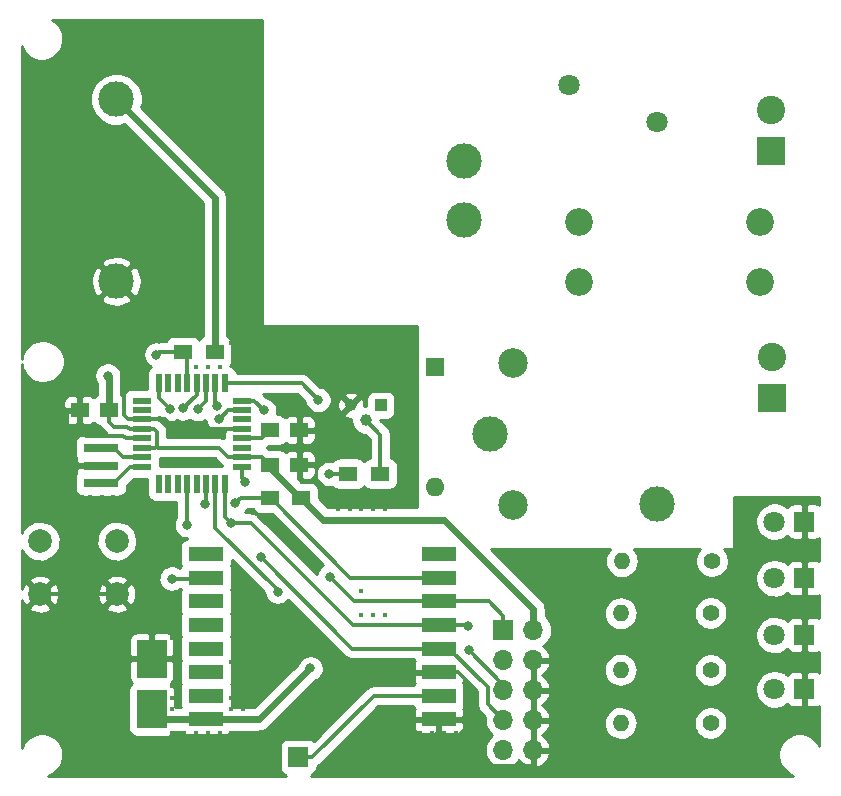
<source format=gtl>
G04 #@! TF.GenerationSoftware,KiCad,Pcbnew,no-vcs-found-44b118f~58~ubuntu16.04.1*
G04 #@! TF.CreationDate,2017-06-12T15:02:01+03:00*
G04 #@! TF.ProjectId,heater_actuator_node,6865617465725F6163747561746F725F,rev?*
G04 #@! TF.FileFunction,Copper,L1,Top,Signal*
G04 #@! TF.FilePolarity,Positive*
%FSLAX46Y46*%
G04 Gerber Fmt 4.6, Leading zero omitted, Abs format (unit mm)*
G04 Created by KiCad (PCBNEW no-vcs-found-44b118f~58~ubuntu16.04.1) date Mon Jun 12 15:02:01 2017*
%MOMM*%
%LPD*%
G01*
G04 APERTURE LIST*
%ADD10C,0.100000*%
%ADD11R,1.700000X1.700000*%
%ADD12C,1.400000*%
%ADD13O,1.400000X1.400000*%
%ADD14R,3.000000X0.800000*%
%ADD15C,2.000000*%
%ADD16R,1.500000X1.250000*%
%ADD17R,2.500000X3.200000*%
%ADD18O,1.700000X1.700000*%
%ADD19O,1.600000X1.600000*%
%ADD20R,1.600000X1.600000*%
%ADD21C,1.800000*%
%ADD22R,1.800000X1.800000*%
%ADD23C,2.349500*%
%ADD24R,0.550000X1.600000*%
%ADD25R,1.600000X0.550000*%
%ADD26R,1.000000X1.000000*%
%ADD27C,1.000000*%
%ADD28R,1.500000X1.300000*%
%ADD29C,2.500000*%
%ADD30C,3.000000*%
%ADD31R,3.000000X1.200000*%
%ADD32C,2.400000*%
%ADD33R,2.400000X2.400000*%
%ADD34C,0.400000*%
%ADD35C,0.800000*%
%ADD36C,0.350000*%
%ADD37C,0.600000*%
%ADD38C,0.254000*%
G04 APERTURE END LIST*
D10*
D11*
X139350000Y-120675000D03*
D12*
X174270000Y-117775000D03*
D13*
X166650000Y-117775000D03*
D12*
X174270000Y-113275000D03*
D13*
X166650000Y-113275000D03*
D12*
X174270000Y-108475000D03*
D13*
X166650000Y-108475000D03*
D12*
X174370000Y-104075000D03*
D13*
X166750000Y-104075000D03*
D14*
X122650000Y-94475000D03*
X122650000Y-95975000D03*
X122650000Y-97475000D03*
D15*
X117500000Y-106875000D03*
X117500000Y-102375000D03*
X124000000Y-106875000D03*
X124000000Y-102375000D03*
D16*
X139450000Y-95925000D03*
X136950000Y-95925000D03*
X120850000Y-91275000D03*
X123350000Y-91275000D03*
X136950000Y-92975000D03*
X139450000Y-92975000D03*
D17*
X126950000Y-112325000D03*
X126950000Y-116625000D03*
D18*
X159265000Y-120065000D03*
X156725000Y-120065000D03*
X159265000Y-117525000D03*
X156725000Y-117525000D03*
X159265000Y-114985000D03*
X156725000Y-114985000D03*
X159265000Y-112445000D03*
X156725000Y-112445000D03*
X159265000Y-109905000D03*
D11*
X156725000Y-109905000D03*
D19*
X150950000Y-97775000D03*
D20*
X150950000Y-87615000D03*
D21*
X179675000Y-110325000D03*
D22*
X182215000Y-110325000D03*
D21*
X179675000Y-105525000D03*
D22*
X182215000Y-105525000D03*
X182215000Y-100725000D03*
D21*
X179675000Y-100725000D03*
D22*
X182215000Y-114925000D03*
D21*
X179675000Y-114925000D03*
D23*
X163089360Y-80415000D03*
X163089360Y-75335000D03*
X178410640Y-80415000D03*
X178410640Y-75335000D03*
D24*
X127550000Y-89025000D03*
X128350000Y-89025000D03*
X129150000Y-89025000D03*
X129950000Y-89025000D03*
X130750000Y-89025000D03*
X131550000Y-89025000D03*
X132350000Y-89025000D03*
X133150000Y-89025000D03*
D25*
X134600000Y-90475000D03*
X134600000Y-91275000D03*
X134600000Y-92075000D03*
X134600000Y-92875000D03*
X134600000Y-93675000D03*
X134600000Y-94475000D03*
X134600000Y-95275000D03*
X134600000Y-96075000D03*
D24*
X133150000Y-97525000D03*
X132350000Y-97525000D03*
X131550000Y-97525000D03*
X130750000Y-97525000D03*
X129950000Y-97525000D03*
X129150000Y-97525000D03*
X128350000Y-97525000D03*
X127550000Y-97525000D03*
D25*
X126100000Y-96075000D03*
X126100000Y-95275000D03*
X126100000Y-94475000D03*
X126100000Y-93675000D03*
X126100000Y-92875000D03*
X126100000Y-92075000D03*
X126100000Y-91275000D03*
X126100000Y-90475000D03*
D26*
X146350000Y-90875000D03*
D27*
X143810000Y-90875000D03*
X145080000Y-92145000D03*
D28*
X146300000Y-96675000D03*
X143600000Y-96675000D03*
X129600000Y-86375000D03*
X132300000Y-86375000D03*
X136925000Y-98725000D03*
X139625000Y-98725000D03*
D29*
X157500000Y-99325000D03*
X157500000Y-87325000D03*
D30*
X155550000Y-93275000D03*
X169750000Y-99275000D03*
X153350000Y-75175000D03*
X153350000Y-70175000D03*
X123950000Y-80375000D03*
X123950000Y-64975000D03*
D31*
X151250000Y-103475000D03*
X151250000Y-105475000D03*
X151250000Y-107475000D03*
X151250000Y-109475000D03*
X151250000Y-111475000D03*
X151250000Y-113475000D03*
X151250000Y-115475000D03*
X151250000Y-117475000D03*
X131550000Y-117475000D03*
X131550000Y-115475000D03*
X131550000Y-113475000D03*
X131550000Y-111475000D03*
X131550000Y-109475000D03*
X131550000Y-107475000D03*
X131550000Y-105475000D03*
X131550000Y-103475000D03*
D21*
X162250000Y-63775000D03*
X169750000Y-66875000D03*
D32*
X179450000Y-86775000D03*
D33*
X179450000Y-90275000D03*
X179350000Y-69375000D03*
D32*
X179350000Y-65875000D03*
D34*
X120702381Y-59617500D03*
X121702381Y-59617500D03*
X122702381Y-59617500D03*
X123702381Y-59617500D03*
X124702381Y-59617500D03*
X125702381Y-59617500D03*
X126702381Y-59617500D03*
X127702381Y-59617500D03*
X128702381Y-59617500D03*
X129702381Y-59617500D03*
X130702381Y-59617500D03*
X131702381Y-59617500D03*
X132702381Y-59617500D03*
X133702381Y-59617500D03*
X134702381Y-59617500D03*
X135702381Y-59617500D03*
X120702381Y-60617500D03*
X121702381Y-60617500D03*
X122702381Y-60617500D03*
X123702381Y-60617500D03*
X124702381Y-60617500D03*
X125702381Y-60617500D03*
X126702381Y-60617500D03*
X127702381Y-60617500D03*
X128702381Y-60617500D03*
X129702381Y-60617500D03*
X130702381Y-60617500D03*
X131702381Y-60617500D03*
X132702381Y-60617500D03*
X133702381Y-60617500D03*
X134702381Y-60617500D03*
X135702381Y-60617500D03*
X116702381Y-61617500D03*
X119702381Y-61617500D03*
X120702381Y-61617500D03*
X121702381Y-61617500D03*
X122702381Y-61617500D03*
X123702381Y-61617500D03*
X124702381Y-61617500D03*
X125702381Y-61617500D03*
X126702381Y-61617500D03*
X127702381Y-61617500D03*
X128702381Y-61617500D03*
X129702381Y-61617500D03*
X130702381Y-61617500D03*
X131702381Y-61617500D03*
X132702381Y-61617500D03*
X133702381Y-61617500D03*
X134702381Y-61617500D03*
X135702381Y-61617500D03*
X116702381Y-62617500D03*
X117702381Y-62617500D03*
X118702381Y-62617500D03*
X119702381Y-62617500D03*
X120702381Y-62617500D03*
X121702381Y-62617500D03*
X122702381Y-62617500D03*
X123702381Y-62617500D03*
X124702381Y-62617500D03*
X125702381Y-62617500D03*
X126702381Y-62617500D03*
X127702381Y-62617500D03*
X128702381Y-62617500D03*
X129702381Y-62617500D03*
X130702381Y-62617500D03*
X131702381Y-62617500D03*
X132702381Y-62617500D03*
X133702381Y-62617500D03*
X134702381Y-62617500D03*
X135702381Y-62617500D03*
X116702381Y-63617500D03*
X117702381Y-63617500D03*
X118702381Y-63617500D03*
X119702381Y-63617500D03*
X120702381Y-63617500D03*
X121702381Y-63617500D03*
X126702381Y-63617500D03*
X127702381Y-63617500D03*
X128702381Y-63617500D03*
X129702381Y-63617500D03*
X130702381Y-63617500D03*
X131702381Y-63617500D03*
X132702381Y-63617500D03*
X133702381Y-63617500D03*
X134702381Y-63617500D03*
X135702381Y-63617500D03*
X116702381Y-64617500D03*
X117702381Y-64617500D03*
X118702381Y-64617500D03*
X119702381Y-64617500D03*
X120702381Y-64617500D03*
X121702381Y-64617500D03*
X126702381Y-64617500D03*
X127702381Y-64617500D03*
X128702381Y-64617500D03*
X129702381Y-64617500D03*
X130702381Y-64617500D03*
X131702381Y-64617500D03*
X132702381Y-64617500D03*
X133702381Y-64617500D03*
X134702381Y-64617500D03*
X135702381Y-64617500D03*
X116702381Y-65617500D03*
X117702381Y-65617500D03*
X118702381Y-65617500D03*
X119702381Y-65617500D03*
X120702381Y-65617500D03*
X121702381Y-65617500D03*
X126702381Y-65617500D03*
X127702381Y-65617500D03*
X128702381Y-65617500D03*
X129702381Y-65617500D03*
X130702381Y-65617500D03*
X131702381Y-65617500D03*
X132702381Y-65617500D03*
X133702381Y-65617500D03*
X134702381Y-65617500D03*
X135702381Y-65617500D03*
X116702381Y-66617500D03*
X117702381Y-66617500D03*
X118702381Y-66617500D03*
X119702381Y-66617500D03*
X120702381Y-66617500D03*
X121702381Y-66617500D03*
X127702381Y-66617500D03*
X128702381Y-66617500D03*
X129702381Y-66617500D03*
X130702381Y-66617500D03*
X131702381Y-66617500D03*
X132702381Y-66617500D03*
X133702381Y-66617500D03*
X134702381Y-66617500D03*
X135702381Y-66617500D03*
X116702381Y-67617500D03*
X117702381Y-67617500D03*
X118702381Y-67617500D03*
X119702381Y-67617500D03*
X120702381Y-67617500D03*
X121702381Y-67617500D03*
X122702381Y-67617500D03*
X123702381Y-67617500D03*
X134702381Y-67617500D03*
X135702381Y-67617500D03*
X116702381Y-68617500D03*
X117702381Y-68617500D03*
X118702381Y-68617500D03*
X119702381Y-68617500D03*
X120702381Y-68617500D03*
X121702381Y-68617500D03*
X122702381Y-68617500D03*
X123702381Y-68617500D03*
X124702381Y-68617500D03*
X125702381Y-68617500D03*
X135702381Y-68617500D03*
X116702381Y-69617500D03*
X117702381Y-69617500D03*
X118702381Y-69617500D03*
X119702381Y-69617500D03*
X120702381Y-69617500D03*
X130702381Y-69617500D03*
X131702381Y-69617500D03*
X132702381Y-69617500D03*
X116702381Y-70617500D03*
X117702381Y-70617500D03*
X118702381Y-70617500D03*
X119702381Y-70617500D03*
X120702381Y-70617500D03*
X131702381Y-70617500D03*
X132702381Y-70617500D03*
X133702381Y-70617500D03*
X116702381Y-71617500D03*
X117702381Y-71617500D03*
X118702381Y-71617500D03*
X119702381Y-71617500D03*
X128702381Y-71617500D03*
X134702381Y-71617500D03*
X116702381Y-72617500D03*
X117702381Y-72617500D03*
X118702381Y-72617500D03*
X134702381Y-72617500D03*
X135702381Y-72617500D03*
X116702381Y-73617500D03*
X117702381Y-73617500D03*
X118702381Y-73617500D03*
X134702381Y-73617500D03*
X135702381Y-73617500D03*
X116702381Y-74617500D03*
X117702381Y-74617500D03*
X118702381Y-74617500D03*
X134702381Y-74617500D03*
X135702381Y-74617500D03*
X116702381Y-75617500D03*
X117702381Y-75617500D03*
X118702381Y-75617500D03*
X128702381Y-75617500D03*
X134702381Y-75617500D03*
X135702381Y-75617500D03*
X116702381Y-76617500D03*
X117702381Y-76617500D03*
X118702381Y-76617500D03*
X125702381Y-76617500D03*
X126702381Y-76617500D03*
X127702381Y-76617500D03*
X128702381Y-76617500D03*
X129702381Y-76617500D03*
X134702381Y-76617500D03*
X135702381Y-76617500D03*
X116702381Y-77617500D03*
X117702381Y-77617500D03*
X118702381Y-77617500D03*
X121702381Y-77617500D03*
X123702381Y-77617500D03*
X124702381Y-77617500D03*
X125702381Y-77617500D03*
X126702381Y-77617500D03*
X127702381Y-77617500D03*
X128702381Y-77617500D03*
X129702381Y-77617500D03*
X130702381Y-77617500D03*
X135702381Y-77617500D03*
X116702381Y-78617500D03*
X117702381Y-78617500D03*
X118702381Y-78617500D03*
X121702381Y-78617500D03*
X125702381Y-78617500D03*
X126702381Y-78617500D03*
X127702381Y-78617500D03*
X128702381Y-78617500D03*
X129702381Y-78617500D03*
X130702381Y-78617500D03*
X116702381Y-79617500D03*
X117702381Y-79617500D03*
X118702381Y-79617500D03*
X121702381Y-79617500D03*
X126702381Y-79617500D03*
X127702381Y-79617500D03*
X128702381Y-79617500D03*
X129702381Y-79617500D03*
X130702381Y-79617500D03*
X116702381Y-80617500D03*
X117702381Y-80617500D03*
X118702381Y-80617500D03*
X121702381Y-80617500D03*
X126702381Y-80617500D03*
X127702381Y-80617500D03*
X128702381Y-80617500D03*
X129702381Y-80617500D03*
X130702381Y-80617500D03*
X133702381Y-80617500D03*
X116702381Y-81617500D03*
X117702381Y-81617500D03*
X118702381Y-81617500D03*
X121702381Y-81617500D03*
X126702381Y-81617500D03*
X127702381Y-81617500D03*
X128702381Y-81617500D03*
X129702381Y-81617500D03*
X130702381Y-81617500D03*
X133702381Y-81617500D03*
X134702381Y-81617500D03*
X116702381Y-82617500D03*
X117702381Y-82617500D03*
X118702381Y-82617500D03*
X121702381Y-82617500D03*
X122702381Y-82617500D03*
X125702381Y-82617500D03*
X126702381Y-82617500D03*
X127702381Y-82617500D03*
X128702381Y-82617500D03*
X129702381Y-82617500D03*
X130702381Y-82617500D03*
X133702381Y-82617500D03*
X134702381Y-82617500D03*
X135702381Y-82617500D03*
X116702381Y-83617500D03*
X117702381Y-83617500D03*
X118702381Y-83617500D03*
X122702381Y-83617500D03*
X123702381Y-83617500D03*
X124702381Y-83617500D03*
X125702381Y-83617500D03*
X126702381Y-83617500D03*
X127702381Y-83617500D03*
X128702381Y-83617500D03*
X129702381Y-83617500D03*
X130702381Y-83617500D03*
X133702381Y-83617500D03*
X134702381Y-83617500D03*
X135702381Y-83617500D03*
X116702381Y-84617500D03*
X117702381Y-84617500D03*
X118702381Y-84617500D03*
X123702381Y-84617500D03*
X124702381Y-84617500D03*
X125702381Y-84617500D03*
X126702381Y-84617500D03*
X127702381Y-84617500D03*
X128702381Y-84617500D03*
X129702381Y-84617500D03*
X130702381Y-84617500D03*
X133702381Y-84617500D03*
X134702381Y-84617500D03*
X135702381Y-84617500D03*
X116702381Y-85617500D03*
X119702381Y-85617500D03*
X124702381Y-85617500D03*
X125702381Y-85617500D03*
X133702381Y-85617500D03*
X134702381Y-85617500D03*
X135702381Y-85617500D03*
X141702381Y-85617500D03*
X142702381Y-85617500D03*
X143702381Y-85617500D03*
X144702381Y-85617500D03*
X145702381Y-85617500D03*
X146702381Y-85617500D03*
X147702381Y-85617500D03*
X148702381Y-85617500D03*
X120702381Y-86617500D03*
X125702381Y-86617500D03*
X141702381Y-86617500D03*
X142702381Y-86617500D03*
X143702381Y-86617500D03*
X144702381Y-86617500D03*
X145702381Y-86617500D03*
X146702381Y-86617500D03*
X147702381Y-86617500D03*
X148702381Y-86617500D03*
X120702381Y-87617500D03*
X130702381Y-87617500D03*
X131702381Y-87617500D03*
X132702381Y-87617500D03*
X141702381Y-87617500D03*
X142702381Y-87617500D03*
X143702381Y-87617500D03*
X144702381Y-87617500D03*
X145702381Y-87617500D03*
X146702381Y-87617500D03*
X147702381Y-87617500D03*
X148702381Y-87617500D03*
X143702381Y-88617500D03*
X144702381Y-88617500D03*
X145702381Y-88617500D03*
X146702381Y-88617500D03*
X147702381Y-88617500D03*
X148702381Y-88617500D03*
X116702381Y-89617500D03*
X117702381Y-89617500D03*
X118702381Y-89617500D03*
X119702381Y-89617500D03*
X121702381Y-89617500D03*
X144702381Y-89617500D03*
X145702381Y-89617500D03*
X146702381Y-89617500D03*
X147702381Y-89617500D03*
X148702381Y-89617500D03*
X116702381Y-90617500D03*
X117702381Y-90617500D03*
X118702381Y-90617500D03*
X139702381Y-90617500D03*
X148702381Y-90617500D03*
X116702381Y-91617500D03*
X117702381Y-91617500D03*
X118702381Y-91617500D03*
X148702381Y-91617500D03*
X116702381Y-92617500D03*
X117702381Y-92617500D03*
X118702381Y-92617500D03*
X116702381Y-93617500D03*
X117702381Y-93617500D03*
X118702381Y-93617500D03*
X116702381Y-94617500D03*
X117702381Y-94617500D03*
X118702381Y-94617500D03*
X141702381Y-94617500D03*
X147702381Y-94617500D03*
X116702381Y-95617500D03*
X117702381Y-95617500D03*
X118702381Y-95617500D03*
X130702381Y-95617500D03*
X147702381Y-95617500D03*
X148702381Y-95617500D03*
X116702381Y-96617500D03*
X117702381Y-96617500D03*
X118702381Y-96617500D03*
X148702381Y-96617500D03*
X116702381Y-97617500D03*
X117702381Y-97617500D03*
X118702381Y-97617500D03*
X116702381Y-98617500D03*
X117702381Y-98617500D03*
X118702381Y-98617500D03*
X120702381Y-98617500D03*
X121702381Y-98617500D03*
X122702381Y-98617500D03*
X123702381Y-98617500D03*
X124702381Y-98617500D03*
X141702381Y-98617500D03*
X142702381Y-98617500D03*
X143702381Y-98617500D03*
X144702381Y-98617500D03*
X145702381Y-98617500D03*
X116702381Y-99617500D03*
X117702381Y-99617500D03*
X118702381Y-99617500D03*
X120702381Y-99617500D03*
X121702381Y-99617500D03*
X122702381Y-99617500D03*
X123702381Y-99617500D03*
X124702381Y-99617500D03*
X127702381Y-99617500D03*
X142702381Y-99617500D03*
X143702381Y-99617500D03*
X144702381Y-99617500D03*
X145702381Y-99617500D03*
X146702381Y-99617500D03*
X177702381Y-99617500D03*
X116702381Y-100617500D03*
X117702381Y-100617500D03*
X118702381Y-100617500D03*
X120702381Y-100617500D03*
X121702381Y-100617500D03*
X122702381Y-100617500D03*
X123702381Y-100617500D03*
X124702381Y-100617500D03*
X127702381Y-100617500D03*
X177702381Y-100617500D03*
X120702381Y-101617500D03*
X121702381Y-101617500D03*
X127702381Y-101617500D03*
X137702381Y-101617500D03*
X127702381Y-102617500D03*
X138702381Y-102617500D03*
X120702381Y-103617500D03*
X121702381Y-103617500D03*
X122702381Y-103617500D03*
X127702381Y-103617500D03*
X139702381Y-103617500D03*
X168702381Y-103617500D03*
X169702381Y-103617500D03*
X170702381Y-103617500D03*
X171702381Y-103617500D03*
X172702381Y-103617500D03*
X178702381Y-103617500D03*
X179702381Y-103617500D03*
X180702381Y-103617500D03*
X116702381Y-104617500D03*
X117702381Y-104617500D03*
X118702381Y-104617500D03*
X120702381Y-104617500D03*
X121702381Y-104617500D03*
X122702381Y-104617500D03*
X123702381Y-104617500D03*
X124702381Y-104617500D03*
X140702381Y-104617500D03*
X168702381Y-104617500D03*
X169702381Y-104617500D03*
X170702381Y-104617500D03*
X171702381Y-104617500D03*
X172702381Y-104617500D03*
X177702381Y-104617500D03*
X118702381Y-105617500D03*
X120702381Y-105617500D03*
X121702381Y-105617500D03*
X122702381Y-105617500D03*
X160702381Y-105617500D03*
X161702381Y-105617500D03*
X165702381Y-105617500D03*
X168702381Y-105617500D03*
X169702381Y-105617500D03*
X170702381Y-105617500D03*
X171702381Y-105617500D03*
X172702381Y-105617500D03*
X173702381Y-105617500D03*
X176702381Y-105617500D03*
X177702381Y-105617500D03*
X144702381Y-106617500D03*
X161702381Y-106617500D03*
X162702381Y-106617500D03*
X166702381Y-106617500D03*
X167702381Y-106617500D03*
X168702381Y-106617500D03*
X169702381Y-106617500D03*
X170702381Y-106617500D03*
X171702381Y-106617500D03*
X172702381Y-106617500D03*
X173702381Y-106617500D03*
X174702381Y-106617500D03*
X175702381Y-106617500D03*
X176702381Y-106617500D03*
X119702381Y-107617500D03*
X120702381Y-107617500D03*
X121702381Y-107617500D03*
X127702381Y-107617500D03*
X128702381Y-107617500D03*
X162702381Y-107617500D03*
X163702381Y-107617500D03*
X168702381Y-107617500D03*
X169702381Y-107617500D03*
X170702381Y-107617500D03*
X171702381Y-107617500D03*
X172702381Y-107617500D03*
X175702381Y-107617500D03*
X179702381Y-107617500D03*
X180702381Y-107617500D03*
X116702381Y-108617500D03*
X119702381Y-108617500D03*
X120702381Y-108617500D03*
X121702381Y-108617500D03*
X122702381Y-108617500D03*
X127702381Y-108617500D03*
X128702381Y-108617500D03*
X144702381Y-108617500D03*
X145702381Y-108617500D03*
X146702381Y-108617500D03*
X163702381Y-108617500D03*
X164702381Y-108617500D03*
X168702381Y-108617500D03*
X169702381Y-108617500D03*
X170702381Y-108617500D03*
X171702381Y-108617500D03*
X172702381Y-108617500D03*
X178702381Y-108617500D03*
X179702381Y-108617500D03*
X180702381Y-108617500D03*
X116702381Y-109617500D03*
X117702381Y-109617500D03*
X118702381Y-109617500D03*
X119702381Y-109617500D03*
X120702381Y-109617500D03*
X121702381Y-109617500D03*
X122702381Y-109617500D03*
X123702381Y-109617500D03*
X124702381Y-109617500D03*
X127702381Y-109617500D03*
X128702381Y-109617500D03*
X164702381Y-109617500D03*
X165702381Y-109617500D03*
X168702381Y-109617500D03*
X169702381Y-109617500D03*
X170702381Y-109617500D03*
X171702381Y-109617500D03*
X172702381Y-109617500D03*
X176702381Y-109617500D03*
X177702381Y-109617500D03*
X116702381Y-110617500D03*
X117702381Y-110617500D03*
X118702381Y-110617500D03*
X119702381Y-110617500D03*
X120702381Y-110617500D03*
X121702381Y-110617500D03*
X122702381Y-110617500D03*
X123702381Y-110617500D03*
X124702381Y-110617500D03*
X128702381Y-110617500D03*
X135702381Y-110617500D03*
X136702381Y-110617500D03*
X137702381Y-110617500D03*
X165702381Y-110617500D03*
X166702381Y-110617500D03*
X167702381Y-110617500D03*
X168702381Y-110617500D03*
X169702381Y-110617500D03*
X170702381Y-110617500D03*
X171702381Y-110617500D03*
X172702381Y-110617500D03*
X173702381Y-110617500D03*
X174702381Y-110617500D03*
X175702381Y-110617500D03*
X176702381Y-110617500D03*
X177702381Y-110617500D03*
X116702381Y-111617500D03*
X117702381Y-111617500D03*
X118702381Y-111617500D03*
X119702381Y-111617500D03*
X120702381Y-111617500D03*
X121702381Y-111617500D03*
X122702381Y-111617500D03*
X123702381Y-111617500D03*
X124702381Y-111617500D03*
X136702381Y-111617500D03*
X137702381Y-111617500D03*
X161702381Y-111617500D03*
X166702381Y-111617500D03*
X167702381Y-111617500D03*
X168702381Y-111617500D03*
X169702381Y-111617500D03*
X170702381Y-111617500D03*
X171702381Y-111617500D03*
X172702381Y-111617500D03*
X173702381Y-111617500D03*
X174702381Y-111617500D03*
X175702381Y-111617500D03*
X176702381Y-111617500D03*
X116702381Y-112617500D03*
X117702381Y-112617500D03*
X118702381Y-112617500D03*
X119702381Y-112617500D03*
X120702381Y-112617500D03*
X121702381Y-112617500D03*
X122702381Y-112617500D03*
X123702381Y-112617500D03*
X124702381Y-112617500D03*
X133702381Y-112617500D03*
X141702381Y-112617500D03*
X142702381Y-112617500D03*
X143702381Y-112617500D03*
X161702381Y-112617500D03*
X162702381Y-112617500D03*
X168702381Y-112617500D03*
X169702381Y-112617500D03*
X170702381Y-112617500D03*
X171702381Y-112617500D03*
X172702381Y-112617500D03*
X179702381Y-112617500D03*
X180702381Y-112617500D03*
X116702381Y-113617500D03*
X117702381Y-113617500D03*
X118702381Y-113617500D03*
X119702381Y-113617500D03*
X120702381Y-113617500D03*
X121702381Y-113617500D03*
X122702381Y-113617500D03*
X123702381Y-113617500D03*
X124702381Y-113617500D03*
X161702381Y-113617500D03*
X162702381Y-113617500D03*
X163702381Y-113617500D03*
X168702381Y-113617500D03*
X169702381Y-113617500D03*
X170702381Y-113617500D03*
X171702381Y-113617500D03*
X172702381Y-113617500D03*
X180702381Y-113617500D03*
X116702381Y-114617500D03*
X117702381Y-114617500D03*
X118702381Y-114617500D03*
X119702381Y-114617500D03*
X120702381Y-114617500D03*
X121702381Y-114617500D03*
X122702381Y-114617500D03*
X123702381Y-114617500D03*
X124702381Y-114617500D03*
X128702381Y-114617500D03*
X161702381Y-114617500D03*
X162702381Y-114617500D03*
X163702381Y-114617500D03*
X164702381Y-114617500D03*
X168702381Y-114617500D03*
X169702381Y-114617500D03*
X170702381Y-114617500D03*
X171702381Y-114617500D03*
X172702381Y-114617500D03*
X176702381Y-114617500D03*
X177702381Y-114617500D03*
X116702381Y-115617500D03*
X117702381Y-115617500D03*
X118702381Y-115617500D03*
X119702381Y-115617500D03*
X120702381Y-115617500D03*
X121702381Y-115617500D03*
X122702381Y-115617500D03*
X123702381Y-115617500D03*
X124702381Y-115617500D03*
X128702381Y-115617500D03*
X133702381Y-115617500D03*
X134702381Y-115617500D03*
X135702381Y-115617500D03*
X139702381Y-115617500D03*
X140702381Y-115617500D03*
X141702381Y-115617500D03*
X142702381Y-115617500D03*
X143702381Y-115617500D03*
X161702381Y-115617500D03*
X162702381Y-115617500D03*
X163702381Y-115617500D03*
X164702381Y-115617500D03*
X165702381Y-115617500D03*
X167702381Y-115617500D03*
X168702381Y-115617500D03*
X169702381Y-115617500D03*
X170702381Y-115617500D03*
X171702381Y-115617500D03*
X172702381Y-115617500D03*
X173702381Y-115617500D03*
X174702381Y-115617500D03*
X175702381Y-115617500D03*
X176702381Y-115617500D03*
X116702381Y-116617500D03*
X117702381Y-116617500D03*
X118702381Y-116617500D03*
X119702381Y-116617500D03*
X120702381Y-116617500D03*
X121702381Y-116617500D03*
X122702381Y-116617500D03*
X123702381Y-116617500D03*
X124702381Y-116617500D03*
X128702381Y-116617500D03*
X133702381Y-116617500D03*
X134702381Y-116617500D03*
X138702381Y-116617500D03*
X139702381Y-116617500D03*
X140702381Y-116617500D03*
X141702381Y-116617500D03*
X142702381Y-116617500D03*
X146702381Y-116617500D03*
X147702381Y-116617500D03*
X148702381Y-116617500D03*
X161702381Y-116617500D03*
X162702381Y-116617500D03*
X163702381Y-116617500D03*
X164702381Y-116617500D03*
X165702381Y-116617500D03*
X167702381Y-116617500D03*
X168702381Y-116617500D03*
X169702381Y-116617500D03*
X170702381Y-116617500D03*
X171702381Y-116617500D03*
X172702381Y-116617500D03*
X175702381Y-116617500D03*
X182702381Y-116617500D03*
X116702381Y-117617500D03*
X117702381Y-117617500D03*
X118702381Y-117617500D03*
X119702381Y-117617500D03*
X120702381Y-117617500D03*
X121702381Y-117617500D03*
X122702381Y-117617500D03*
X123702381Y-117617500D03*
X124702381Y-117617500D03*
X137702381Y-117617500D03*
X138702381Y-117617500D03*
X139702381Y-117617500D03*
X140702381Y-117617500D03*
X141702381Y-117617500D03*
X145702381Y-117617500D03*
X146702381Y-117617500D03*
X147702381Y-117617500D03*
X148702381Y-117617500D03*
X161702381Y-117617500D03*
X162702381Y-117617500D03*
X163702381Y-117617500D03*
X164702381Y-117617500D03*
X168702381Y-117617500D03*
X169702381Y-117617500D03*
X170702381Y-117617500D03*
X171702381Y-117617500D03*
X172702381Y-117617500D03*
X178702381Y-117617500D03*
X179702381Y-117617500D03*
X180702381Y-117617500D03*
X181702381Y-117617500D03*
X182702381Y-117617500D03*
X116702381Y-118617500D03*
X117702381Y-118617500D03*
X118702381Y-118617500D03*
X119702381Y-118617500D03*
X120702381Y-118617500D03*
X121702381Y-118617500D03*
X122702381Y-118617500D03*
X123702381Y-118617500D03*
X124702381Y-118617500D03*
X128702381Y-118617500D03*
X129702381Y-118617500D03*
X130702381Y-118617500D03*
X131702381Y-118617500D03*
X132702381Y-118617500D03*
X133702381Y-118617500D03*
X134702381Y-118617500D03*
X135702381Y-118617500D03*
X136702381Y-118617500D03*
X137702381Y-118617500D03*
X138702381Y-118617500D03*
X139702381Y-118617500D03*
X140702381Y-118617500D03*
X144702381Y-118617500D03*
X145702381Y-118617500D03*
X146702381Y-118617500D03*
X147702381Y-118617500D03*
X148702381Y-118617500D03*
X149702381Y-118617500D03*
X150702381Y-118617500D03*
X151702381Y-118617500D03*
X152702381Y-118617500D03*
X161702381Y-118617500D03*
X162702381Y-118617500D03*
X163702381Y-118617500D03*
X164702381Y-118617500D03*
X168702381Y-118617500D03*
X169702381Y-118617500D03*
X170702381Y-118617500D03*
X171702381Y-118617500D03*
X172702381Y-118617500D03*
X176702381Y-118617500D03*
X177702381Y-118617500D03*
X178702381Y-118617500D03*
X179702381Y-118617500D03*
X180702381Y-118617500D03*
X181702381Y-118617500D03*
X182702381Y-118617500D03*
X119702381Y-119617500D03*
X120702381Y-119617500D03*
X121702381Y-119617500D03*
X122702381Y-119617500D03*
X123702381Y-119617500D03*
X124702381Y-119617500D03*
X125702381Y-119617500D03*
X126702381Y-119617500D03*
X127702381Y-119617500D03*
X128702381Y-119617500D03*
X129702381Y-119617500D03*
X130702381Y-119617500D03*
X131702381Y-119617500D03*
X132702381Y-119617500D03*
X133702381Y-119617500D03*
X134702381Y-119617500D03*
X135702381Y-119617500D03*
X136702381Y-119617500D03*
X137702381Y-119617500D03*
X143702381Y-119617500D03*
X144702381Y-119617500D03*
X145702381Y-119617500D03*
X146702381Y-119617500D03*
X147702381Y-119617500D03*
X148702381Y-119617500D03*
X149702381Y-119617500D03*
X150702381Y-119617500D03*
X151702381Y-119617500D03*
X152702381Y-119617500D03*
X161702381Y-119617500D03*
X162702381Y-119617500D03*
X163702381Y-119617500D03*
X164702381Y-119617500D03*
X165702381Y-119617500D03*
X167702381Y-119617500D03*
X168702381Y-119617500D03*
X169702381Y-119617500D03*
X170702381Y-119617500D03*
X171702381Y-119617500D03*
X172702381Y-119617500D03*
X173702381Y-119617500D03*
X175702381Y-119617500D03*
X176702381Y-119617500D03*
X177702381Y-119617500D03*
X178702381Y-119617500D03*
X179702381Y-119617500D03*
X120702381Y-120617500D03*
X121702381Y-120617500D03*
X122702381Y-120617500D03*
X123702381Y-120617500D03*
X124702381Y-120617500D03*
X125702381Y-120617500D03*
X126702381Y-120617500D03*
X127702381Y-120617500D03*
X128702381Y-120617500D03*
X129702381Y-120617500D03*
X130702381Y-120617500D03*
X131702381Y-120617500D03*
X132702381Y-120617500D03*
X133702381Y-120617500D03*
X134702381Y-120617500D03*
X135702381Y-120617500D03*
X136702381Y-120617500D03*
X137702381Y-120617500D03*
X142702381Y-120617500D03*
X143702381Y-120617500D03*
X144702381Y-120617500D03*
X145702381Y-120617500D03*
X146702381Y-120617500D03*
X147702381Y-120617500D03*
X148702381Y-120617500D03*
X149702381Y-120617500D03*
X150702381Y-120617500D03*
X151702381Y-120617500D03*
X152702381Y-120617500D03*
X160702381Y-120617500D03*
X161702381Y-120617500D03*
X162702381Y-120617500D03*
X163702381Y-120617500D03*
X164702381Y-120617500D03*
X165702381Y-120617500D03*
X166702381Y-120617500D03*
X167702381Y-120617500D03*
X168702381Y-120617500D03*
X169702381Y-120617500D03*
X170702381Y-120617500D03*
X171702381Y-120617500D03*
X172702381Y-120617500D03*
X173702381Y-120617500D03*
X174702381Y-120617500D03*
X175702381Y-120617500D03*
X176702381Y-120617500D03*
X177702381Y-120617500D03*
X178702381Y-120617500D03*
X179702381Y-120617500D03*
X120702381Y-121617500D03*
X121702381Y-121617500D03*
X122702381Y-121617500D03*
X123702381Y-121617500D03*
X124702381Y-121617500D03*
X125702381Y-121617500D03*
X126702381Y-121617500D03*
X127702381Y-121617500D03*
X128702381Y-121617500D03*
X129702381Y-121617500D03*
X130702381Y-121617500D03*
X131702381Y-121617500D03*
X132702381Y-121617500D03*
X133702381Y-121617500D03*
X134702381Y-121617500D03*
X135702381Y-121617500D03*
X136702381Y-121617500D03*
X137702381Y-121617500D03*
X141702381Y-121617500D03*
X142702381Y-121617500D03*
X143702381Y-121617500D03*
X144702381Y-121617500D03*
X145702381Y-121617500D03*
X146702381Y-121617500D03*
X147702381Y-121617500D03*
X148702381Y-121617500D03*
X149702381Y-121617500D03*
X150702381Y-121617500D03*
X151702381Y-121617500D03*
X152702381Y-121617500D03*
X153702381Y-121617500D03*
X161702381Y-121617500D03*
X162702381Y-121617500D03*
X163702381Y-121617500D03*
X164702381Y-121617500D03*
X165702381Y-121617500D03*
X166702381Y-121617500D03*
X167702381Y-121617500D03*
X168702381Y-121617500D03*
X169702381Y-121617500D03*
X170702381Y-121617500D03*
X171702381Y-121617500D03*
X172702381Y-121617500D03*
X173702381Y-121617500D03*
X174702381Y-121617500D03*
X175702381Y-121617500D03*
X176702381Y-121617500D03*
X177702381Y-121617500D03*
X178702381Y-121617500D03*
X179702381Y-121617500D03*
D35*
X129496272Y-92728728D03*
X123225000Y-88375000D03*
X140375000Y-113150000D03*
X127350000Y-86600000D03*
X153800000Y-111575000D03*
X153700000Y-109550000D03*
X133700000Y-100850000D03*
X134884451Y-97346903D03*
X136175000Y-103750000D03*
X137625000Y-106650000D03*
X142025000Y-105400000D03*
X130875000Y-91200000D03*
X141975000Y-96700000D03*
X132511533Y-90903986D03*
X141050000Y-90425000D03*
X136450000Y-91300000D03*
X132605348Y-91999990D03*
X129925000Y-101025000D03*
X129583441Y-91138894D03*
X128485253Y-91202218D03*
X128650000Y-105550000D03*
X134025010Y-99167270D03*
X131425000Y-99200000D03*
D36*
X119775000Y-106875000D02*
X117500000Y-106875000D01*
X124000000Y-106875000D02*
X119775000Y-106875000D01*
X119775000Y-106875000D02*
X119700000Y-106800000D01*
X119700000Y-106800000D02*
X119700000Y-95150000D01*
X159265000Y-120065000D02*
X159265000Y-121210000D01*
X159265000Y-121210000D02*
X159084999Y-121390001D01*
X159084999Y-121390001D02*
X155190001Y-121390001D01*
X155190001Y-121390001D02*
X153800000Y-120000000D01*
X153800000Y-117625000D02*
X153650000Y-117475000D01*
X153800000Y-120000000D02*
X153800000Y-117625000D01*
X153650000Y-117475000D02*
X152150000Y-117475000D01*
X152150000Y-117475000D02*
X153475000Y-117475000D01*
X153475000Y-117475000D02*
X153475000Y-114075000D01*
X153475000Y-114075000D02*
X152875000Y-113475000D01*
X152875000Y-113475000D02*
X151250000Y-113475000D01*
X127300000Y-111975000D02*
X126950000Y-112325000D01*
X126100000Y-93675000D02*
X125975000Y-93675000D01*
X120850000Y-92875000D02*
X120850000Y-91275000D01*
X125975000Y-93675000D02*
X125950000Y-93650000D01*
X125950000Y-93650000D02*
X125949990Y-93650010D01*
X125949990Y-93650010D02*
X124753981Y-93650010D01*
X121425000Y-93450000D02*
X120850000Y-92875000D01*
X124753981Y-93650010D02*
X124553993Y-93450022D01*
X124553993Y-93450022D02*
X123453993Y-93450022D01*
X123453993Y-93450022D02*
X123453971Y-93450000D01*
X123453971Y-93450000D02*
X121425000Y-93450000D01*
X122650000Y-95975000D02*
X120500000Y-95975000D01*
X120500000Y-95975000D02*
X119750000Y-95225000D01*
X119750000Y-95225000D02*
X119750000Y-91525000D01*
X119750000Y-91525000D02*
X120000000Y-91275000D01*
X120000000Y-91275000D02*
X120850000Y-91275000D01*
X139450000Y-92975000D02*
X141710000Y-92975000D01*
X141710000Y-92975000D02*
X143810000Y-90875000D01*
X134600000Y-92875000D02*
X129642544Y-92875000D01*
X129642544Y-92875000D02*
X129496272Y-92728728D01*
X128742538Y-92728728D02*
X129496272Y-92728728D01*
X126100000Y-92075000D02*
X128088810Y-92075000D01*
X128088810Y-92075000D02*
X128742538Y-92728728D01*
X126100000Y-92075000D02*
X126050001Y-92025001D01*
X126050001Y-92025001D02*
X124919999Y-92025001D01*
X124919999Y-92025001D02*
X124575001Y-91680003D01*
X124575001Y-91680003D02*
X124575001Y-87375001D01*
X124575001Y-87375001D02*
X124550000Y-87350000D01*
X124550000Y-87350000D02*
X124550000Y-86375000D01*
X124550000Y-86375000D02*
X123450000Y-86375000D01*
X123450000Y-86375000D02*
X120850000Y-88975000D01*
X120850000Y-88975000D02*
X120850000Y-91275000D01*
X151250000Y-117475000D02*
X152150000Y-117475000D01*
X159265000Y-117525000D02*
X159265000Y-120065000D01*
X159265000Y-114985000D02*
X159265000Y-117525000D01*
X159265000Y-112445000D02*
X159265000Y-114985000D01*
X139450000Y-92975000D02*
X139450000Y-95925000D01*
D37*
X159265000Y-109905000D02*
X159265000Y-108090000D01*
X159265000Y-108090000D02*
X151725000Y-100550000D01*
X151725000Y-100550000D02*
X141450000Y-100550000D01*
X141450000Y-100550000D02*
X139625000Y-98725000D01*
X123350000Y-91275000D02*
X123350000Y-88500000D01*
X123350000Y-88500000D02*
X123225000Y-88375000D01*
D36*
X126100000Y-92875000D02*
X127110748Y-92875000D01*
X127375001Y-93139253D02*
X127375001Y-94349999D01*
X127110748Y-92875000D02*
X127375001Y-93139253D01*
X126100000Y-92875000D02*
X125075000Y-92875000D01*
X124875012Y-92675012D02*
X123775012Y-92675012D01*
X123775012Y-92675012D02*
X123350000Y-92250000D01*
X125075000Y-92875000D02*
X124875012Y-92675012D01*
X123350000Y-92250000D02*
X123350000Y-91275000D01*
D37*
X131550000Y-117475000D02*
X136050000Y-117475000D01*
X136050000Y-117475000D02*
X140375000Y-113150000D01*
D36*
X134600000Y-95275000D02*
X133450000Y-95275000D01*
X127500002Y-94475000D02*
X127375001Y-94349999D01*
X132650000Y-94475000D02*
X127500002Y-94475000D01*
X133450000Y-95275000D02*
X132650000Y-94475000D01*
D37*
X139625000Y-98725000D02*
X139525000Y-98725000D01*
X139525000Y-98725000D02*
X136950000Y-96150000D01*
X136950000Y-96150000D02*
X136950000Y-95925000D01*
D36*
X134600000Y-95275000D02*
X136300000Y-95275000D01*
X136300000Y-95275000D02*
X136950000Y-95925000D01*
X127375001Y-94349999D02*
X127250000Y-94475000D01*
X127250000Y-94475000D02*
X126100000Y-94475000D01*
D37*
X131550000Y-117475000D02*
X127800000Y-117475000D01*
X127800000Y-117475000D02*
X126950000Y-116625000D01*
D36*
X134600000Y-93675000D02*
X136250000Y-93675000D01*
X136250000Y-93675000D02*
X136950000Y-92975000D01*
X127575000Y-86375000D02*
X127350000Y-86600000D01*
X129600000Y-86375000D02*
X127575000Y-86375000D01*
X156725000Y-114985000D02*
X156725000Y-114525000D01*
X156725000Y-114525000D02*
X153800000Y-111600000D01*
X153800000Y-111600000D02*
X153800000Y-111575000D01*
X129950000Y-89025000D02*
X129950000Y-86725000D01*
X129950000Y-86725000D02*
X129600000Y-86375000D01*
X151250000Y-109475000D02*
X153625000Y-109475000D01*
X153625000Y-109475000D02*
X153700000Y-109550000D01*
X133150000Y-97525000D02*
X133150000Y-100300000D01*
X133150000Y-100300000D02*
X133700000Y-100850000D01*
X135325000Y-100850000D02*
X133700000Y-100850000D01*
X143950000Y-109475000D02*
X135325000Y-100850000D01*
X151250000Y-109475000D02*
X143950000Y-109475000D01*
X134600000Y-97062452D02*
X134884451Y-97346903D01*
X134600000Y-96075000D02*
X134600000Y-97062452D01*
X156725000Y-117525000D02*
X155399999Y-116199999D01*
X155399999Y-116199999D02*
X155399999Y-114724999D01*
X155399999Y-114724999D02*
X152150000Y-111475000D01*
X152150000Y-111475000D02*
X151250000Y-111475000D01*
X151250000Y-111475000D02*
X143900000Y-111475000D01*
X143900000Y-111475000D02*
X136175000Y-103750000D01*
X151250000Y-107475000D02*
X155495000Y-107475000D01*
X156725000Y-108705000D02*
X156725000Y-109905000D01*
X155495000Y-107475000D02*
X156725000Y-108705000D01*
X132350000Y-97525000D02*
X132350000Y-101275000D01*
X132350000Y-101275000D02*
X137625000Y-106550000D01*
X137625000Y-106550000D02*
X137625000Y-106650000D01*
X144100000Y-107475000D02*
X142025000Y-105400000D01*
X151250000Y-107475000D02*
X144100000Y-107475000D01*
D37*
X132300000Y-86375000D02*
X132300000Y-73325000D01*
X132300000Y-73325000D02*
X123950000Y-64975000D01*
D36*
X131550000Y-90525000D02*
X130875000Y-91200000D01*
X131550000Y-89025000D02*
X131550000Y-90525000D01*
X141975000Y-96700000D02*
X143575000Y-96700000D01*
X143575000Y-96700000D02*
X143600000Y-96675000D01*
X132350000Y-90742453D02*
X132511533Y-90903986D01*
X132350000Y-89025000D02*
X132350000Y-90742453D01*
X141050000Y-90425000D02*
X139650000Y-89025000D01*
X139650000Y-89025000D02*
X133150000Y-89025000D01*
X136450000Y-91300000D02*
X135625000Y-90475000D01*
X135625000Y-90475000D02*
X134600000Y-90475000D01*
X133445080Y-91275000D02*
X132720090Y-91999990D01*
X134600000Y-91275000D02*
X133445080Y-91275000D01*
X132720090Y-91999990D02*
X132605348Y-91999990D01*
X129950000Y-97525000D02*
X129950000Y-101000000D01*
X129950000Y-101000000D02*
X129925000Y-101025000D01*
X126100000Y-96075000D02*
X125150000Y-96075000D01*
X125150000Y-96075000D02*
X123750000Y-97475000D01*
X123750000Y-97475000D02*
X122650000Y-97475000D01*
X122650000Y-94475000D02*
X123750000Y-94475000D01*
X123750000Y-94475000D02*
X124550000Y-95275000D01*
X124550000Y-95275000D02*
X126100000Y-95275000D01*
X139350000Y-120675000D02*
X140550000Y-120675000D01*
X140550000Y-120675000D02*
X145750000Y-115475000D01*
X145750000Y-115475000D02*
X151250000Y-115475000D01*
X145080000Y-92145000D02*
X146300000Y-93365000D01*
X146300000Y-93365000D02*
X146300000Y-96675000D01*
X130750000Y-89025000D02*
X130750000Y-89972335D01*
X130750000Y-89972335D02*
X129583441Y-91138894D01*
X127550000Y-89025000D02*
X127550000Y-90266965D01*
X127550000Y-90266965D02*
X128485253Y-91202218D01*
X128650000Y-105550000D02*
X131475000Y-105550000D01*
X131475000Y-105550000D02*
X131550000Y-105475000D01*
X134467280Y-98725000D02*
X134025010Y-99167270D01*
X136925000Y-98725000D02*
X134467280Y-98725000D01*
X131425000Y-99200000D02*
X131550000Y-99075000D01*
X131550000Y-99075000D02*
X131550000Y-97525000D01*
X151250000Y-105475000D02*
X143775000Y-105475000D01*
X143775000Y-105475000D02*
X137025000Y-98725000D01*
X137025000Y-98725000D02*
X136925000Y-98725000D01*
D38*
G36*
X136298685Y-84028997D02*
X136308275Y-84077413D01*
X136335739Y-84118658D01*
X136376896Y-84146255D01*
X136425481Y-84156000D01*
X149398009Y-84176797D01*
X149399086Y-99523000D01*
X141875397Y-99523000D01*
X141105517Y-98753119D01*
X141105517Y-98075000D01*
X141091480Y-97932483D01*
X141049910Y-97795443D01*
X140982403Y-97669147D01*
X140891554Y-97558446D01*
X140780853Y-97467597D01*
X140654557Y-97400090D01*
X140517517Y-97358520D01*
X140375000Y-97344483D01*
X139596881Y-97344483D01*
X139300824Y-97048426D01*
X139323000Y-97026250D01*
X139323000Y-96052000D01*
X139577000Y-96052000D01*
X139577000Y-97026250D01*
X139735750Y-97185000D01*
X140262542Y-97185000D01*
X140385223Y-97160597D01*
X140500785Y-97112730D01*
X140604789Y-97043237D01*
X140693237Y-96954789D01*
X140762730Y-96850785D01*
X140785935Y-96794761D01*
X140846519Y-96794761D01*
X140886416Y-97012146D01*
X140967778Y-97217642D01*
X141087504Y-97403421D01*
X141241035Y-97562406D01*
X141422522Y-97688543D01*
X141625053Y-97777027D01*
X141840913Y-97824487D01*
X142061881Y-97829115D01*
X142279539Y-97790736D01*
X142288795Y-97787146D01*
X142333446Y-97841554D01*
X142444147Y-97932403D01*
X142570443Y-97999910D01*
X142707483Y-98041480D01*
X142850000Y-98055517D01*
X144350000Y-98055517D01*
X144492517Y-98041480D01*
X144629557Y-97999910D01*
X144755853Y-97932403D01*
X144866554Y-97841554D01*
X144950000Y-97739874D01*
X145033446Y-97841554D01*
X145144147Y-97932403D01*
X145270443Y-97999910D01*
X145407483Y-98041480D01*
X145550000Y-98055517D01*
X147050000Y-98055517D01*
X147192517Y-98041480D01*
X147329557Y-97999910D01*
X147455853Y-97932403D01*
X147566554Y-97841554D01*
X147657403Y-97730853D01*
X147724910Y-97604557D01*
X147766480Y-97467517D01*
X147780517Y-97325000D01*
X147780517Y-96025000D01*
X147766480Y-95882483D01*
X147724910Y-95745443D01*
X147657403Y-95619147D01*
X147566554Y-95508446D01*
X147455853Y-95417597D01*
X147329557Y-95350090D01*
X147202000Y-95311397D01*
X147202000Y-93365000D01*
X147193867Y-93282049D01*
X147186608Y-93199076D01*
X147185285Y-93194522D01*
X147184822Y-93189801D01*
X147160742Y-93110045D01*
X147137495Y-93030027D01*
X147135312Y-93025815D01*
X147133941Y-93021275D01*
X147094827Y-92947712D01*
X147056481Y-92873736D01*
X147053522Y-92870029D01*
X147051295Y-92865841D01*
X146998627Y-92801264D01*
X146946654Y-92736158D01*
X146940143Y-92729555D01*
X146940033Y-92729420D01*
X146939908Y-92729316D01*
X146937811Y-92727190D01*
X146316137Y-92105517D01*
X146850000Y-92105517D01*
X146992517Y-92091480D01*
X147129557Y-92049910D01*
X147255853Y-91982403D01*
X147366554Y-91891554D01*
X147457403Y-91780853D01*
X147524910Y-91654557D01*
X147566480Y-91517517D01*
X147580517Y-91375000D01*
X147580517Y-90375000D01*
X147566480Y-90232483D01*
X147524910Y-90095443D01*
X147457403Y-89969147D01*
X147366554Y-89858446D01*
X147255853Y-89767597D01*
X147129557Y-89700090D01*
X146992517Y-89658520D01*
X146850000Y-89644483D01*
X145850000Y-89644483D01*
X145707483Y-89658520D01*
X145570443Y-89700090D01*
X145444147Y-89767597D01*
X145333446Y-89858446D01*
X145242597Y-89969147D01*
X145175090Y-90095443D01*
X145133520Y-90232483D01*
X145119483Y-90375000D01*
X145119483Y-90918193D01*
X144968256Y-90917137D01*
X144944171Y-90921731D01*
X144947511Y-90792594D01*
X144909577Y-90572260D01*
X144829387Y-90363560D01*
X144801588Y-90311550D01*
X144588166Y-90276439D01*
X143989605Y-90875000D01*
X144003748Y-90889143D01*
X143824143Y-91068748D01*
X143810000Y-91054605D01*
X143211439Y-91653166D01*
X143246550Y-91866588D01*
X143450826Y-91957458D01*
X143668905Y-92006731D01*
X143854692Y-92011536D01*
X143851387Y-92248170D01*
X143894825Y-92484843D01*
X143983406Y-92708573D01*
X144113755Y-92910836D01*
X144280909Y-93083929D01*
X144478500Y-93221258D01*
X144699002Y-93317593D01*
X144934015Y-93369264D01*
X145030668Y-93371288D01*
X145398000Y-93738621D01*
X145398000Y-95311397D01*
X145270443Y-95350090D01*
X145144147Y-95417597D01*
X145033446Y-95508446D01*
X144950000Y-95610126D01*
X144866554Y-95508446D01*
X144755853Y-95417597D01*
X144629557Y-95350090D01*
X144492517Y-95308520D01*
X144350000Y-95294483D01*
X142850000Y-95294483D01*
X142707483Y-95308520D01*
X142570443Y-95350090D01*
X142444147Y-95417597D01*
X142333446Y-95508446D01*
X142252967Y-95606511D01*
X142093374Y-95573751D01*
X141872363Y-95572208D01*
X141655262Y-95613622D01*
X141450339Y-95696416D01*
X141265401Y-95817436D01*
X141107491Y-95972073D01*
X140982624Y-96154437D01*
X140895556Y-96357580D01*
X140849605Y-96573767D01*
X140846519Y-96794761D01*
X140785935Y-96794761D01*
X140810597Y-96735223D01*
X140835000Y-96612542D01*
X140835000Y-96210750D01*
X140676250Y-96052000D01*
X139577000Y-96052000D01*
X139323000Y-96052000D01*
X139303000Y-96052000D01*
X139303000Y-95798000D01*
X139323000Y-95798000D01*
X139323000Y-94823750D01*
X139577000Y-94823750D01*
X139577000Y-95798000D01*
X140676250Y-95798000D01*
X140835000Y-95639250D01*
X140835000Y-95237458D01*
X140810597Y-95114777D01*
X140762730Y-94999215D01*
X140693237Y-94895211D01*
X140604789Y-94806763D01*
X140500785Y-94737270D01*
X140385223Y-94689403D01*
X140262542Y-94665000D01*
X139735750Y-94665000D01*
X139577000Y-94823750D01*
X139323000Y-94823750D01*
X139164250Y-94665000D01*
X138637458Y-94665000D01*
X138514777Y-94689403D01*
X138399215Y-94737270D01*
X138295211Y-94806763D01*
X138262519Y-94839455D01*
X138216554Y-94783446D01*
X138105853Y-94692597D01*
X137979557Y-94625090D01*
X137842517Y-94583520D01*
X137700000Y-94569483D01*
X136855763Y-94569483D01*
X136809600Y-94530748D01*
X136805447Y-94528465D01*
X136801779Y-94525452D01*
X136728304Y-94486055D01*
X136683500Y-94461423D01*
X136741265Y-94431481D01*
X136744974Y-94428520D01*
X136749159Y-94426295D01*
X136813720Y-94373640D01*
X136867739Y-94330517D01*
X137700000Y-94330517D01*
X137842517Y-94316480D01*
X137979557Y-94274910D01*
X138105853Y-94207403D01*
X138216554Y-94116554D01*
X138262519Y-94060545D01*
X138295211Y-94093237D01*
X138399215Y-94162730D01*
X138514777Y-94210597D01*
X138637458Y-94235000D01*
X139164250Y-94235000D01*
X139323000Y-94076250D01*
X139323000Y-93102000D01*
X139577000Y-93102000D01*
X139577000Y-94076250D01*
X139735750Y-94235000D01*
X140262542Y-94235000D01*
X140385223Y-94210597D01*
X140500785Y-94162730D01*
X140604789Y-94093237D01*
X140693237Y-94004789D01*
X140762730Y-93900785D01*
X140810597Y-93785223D01*
X140835000Y-93662542D01*
X140835000Y-93260750D01*
X140676250Y-93102000D01*
X139577000Y-93102000D01*
X139323000Y-93102000D01*
X139303000Y-93102000D01*
X139303000Y-92848000D01*
X139323000Y-92848000D01*
X139323000Y-91873750D01*
X139577000Y-91873750D01*
X139577000Y-92848000D01*
X140676250Y-92848000D01*
X140835000Y-92689250D01*
X140835000Y-92287458D01*
X140810597Y-92164777D01*
X140762730Y-92049215D01*
X140693237Y-91945211D01*
X140604789Y-91856763D01*
X140500785Y-91787270D01*
X140385223Y-91739403D01*
X140262542Y-91715000D01*
X139735750Y-91715000D01*
X139577000Y-91873750D01*
X139323000Y-91873750D01*
X139164250Y-91715000D01*
X138637458Y-91715000D01*
X138514777Y-91739403D01*
X138399215Y-91787270D01*
X138295211Y-91856763D01*
X138262519Y-91889455D01*
X138216554Y-91833446D01*
X138105853Y-91742597D01*
X137979557Y-91675090D01*
X137842517Y-91633520D01*
X137700000Y-91619483D01*
X137533185Y-91619483D01*
X137573523Y-91441934D01*
X137577048Y-91189492D01*
X137534119Y-90972685D01*
X137449897Y-90768346D01*
X137327588Y-90584257D01*
X137171853Y-90427430D01*
X136988622Y-90303839D01*
X136784875Y-90218192D01*
X136607377Y-90181757D01*
X136352620Y-89927000D01*
X139276380Y-89927000D01*
X139933293Y-90583913D01*
X139961416Y-90737146D01*
X140042778Y-90942642D01*
X140162504Y-91128421D01*
X140316035Y-91287406D01*
X140497522Y-91413543D01*
X140700053Y-91502027D01*
X140915913Y-91549487D01*
X141136881Y-91554115D01*
X141354539Y-91515736D01*
X141560598Y-91435811D01*
X141747208Y-91317385D01*
X141907261Y-91164968D01*
X142034662Y-90984366D01*
X142046665Y-90957406D01*
X142672489Y-90957406D01*
X142710423Y-91177740D01*
X142790613Y-91386440D01*
X142818412Y-91438450D01*
X143031834Y-91473561D01*
X143630395Y-90875000D01*
X143031834Y-90276439D01*
X142818412Y-90311550D01*
X142727542Y-90515826D01*
X142678269Y-90733905D01*
X142672489Y-90957406D01*
X142046665Y-90957406D01*
X142124557Y-90782458D01*
X142173523Y-90566934D01*
X142177048Y-90314492D01*
X142134119Y-90097685D01*
X142133769Y-90096834D01*
X143211439Y-90096834D01*
X143810000Y-90695395D01*
X144408561Y-90096834D01*
X144373450Y-89883412D01*
X144169174Y-89792542D01*
X143951095Y-89743269D01*
X143727594Y-89737489D01*
X143507260Y-89775423D01*
X143298560Y-89855613D01*
X143246550Y-89883412D01*
X143211439Y-90096834D01*
X142133769Y-90096834D01*
X142049897Y-89893346D01*
X141927588Y-89709257D01*
X141771853Y-89552430D01*
X141588622Y-89428839D01*
X141384875Y-89343192D01*
X141207377Y-89306757D01*
X140287810Y-88387190D01*
X140223402Y-88334284D01*
X140159600Y-88280748D01*
X140155447Y-88278465D01*
X140151779Y-88275452D01*
X140078304Y-88236055D01*
X140005336Y-88195940D01*
X140000818Y-88194507D01*
X139996635Y-88192264D01*
X139916903Y-88167887D01*
X139837536Y-88142711D01*
X139832826Y-88142183D01*
X139828287Y-88140795D01*
X139745339Y-88132369D01*
X139662594Y-88123088D01*
X139653329Y-88123023D01*
X139653149Y-88123005D01*
X139652982Y-88123021D01*
X139650000Y-88123000D01*
X134145471Y-88123000D01*
X134141480Y-88082483D01*
X134099910Y-87945443D01*
X134032403Y-87819147D01*
X133941554Y-87708446D01*
X133830853Y-87617597D01*
X133704557Y-87550090D01*
X133588452Y-87514871D01*
X133657403Y-87430853D01*
X133724910Y-87304557D01*
X133766480Y-87167517D01*
X133780517Y-87025000D01*
X133780517Y-85725000D01*
X133766480Y-85582483D01*
X133724910Y-85445443D01*
X133657403Y-85319147D01*
X133566554Y-85208446D01*
X133455853Y-85117597D01*
X133329557Y-85050090D01*
X133327000Y-85049314D01*
X133327000Y-73325000D01*
X133317742Y-73230578D01*
X133309475Y-73136081D01*
X133307968Y-73130893D01*
X133307441Y-73125521D01*
X133280028Y-73034725D01*
X133253555Y-72943605D01*
X133251070Y-72938810D01*
X133249509Y-72933641D01*
X133204992Y-72849916D01*
X133161315Y-72765655D01*
X133157943Y-72761431D01*
X133155410Y-72756667D01*
X133095490Y-72683198D01*
X133036267Y-72609011D01*
X133028854Y-72601494D01*
X133028729Y-72601341D01*
X133028587Y-72601224D01*
X133026198Y-72598801D01*
X126079922Y-65652524D01*
X126170130Y-65255468D01*
X126177096Y-64756631D01*
X126092267Y-64328212D01*
X125925839Y-63924428D01*
X125684152Y-63560660D01*
X125376412Y-63250764D01*
X125014340Y-63006544D01*
X124611728Y-62837301D01*
X124183911Y-62749483D01*
X123747185Y-62746434D01*
X123318183Y-62828270D01*
X122913247Y-62991875D01*
X122547801Y-63231016D01*
X122235764Y-63536585D01*
X121989022Y-63896943D01*
X121816973Y-64298364D01*
X121726170Y-64725557D01*
X121720072Y-65162252D01*
X121798912Y-65591815D01*
X121959685Y-65997883D01*
X122196270Y-66364990D01*
X122499653Y-66679152D01*
X122858279Y-66928404D01*
X123258489Y-67103251D01*
X123685038Y-67197034D01*
X124121680Y-67206181D01*
X124551782Y-67130342D01*
X124624672Y-67102070D01*
X131273000Y-73750397D01*
X131273000Y-85049314D01*
X131270443Y-85050090D01*
X131144147Y-85117597D01*
X131033446Y-85208446D01*
X130950000Y-85310126D01*
X130866554Y-85208446D01*
X130755853Y-85117597D01*
X130629557Y-85050090D01*
X130492517Y-85008520D01*
X130350000Y-84994483D01*
X128850000Y-84994483D01*
X128707483Y-85008520D01*
X128570443Y-85050090D01*
X128444147Y-85117597D01*
X128333446Y-85208446D01*
X128242597Y-85319147D01*
X128175090Y-85445443D01*
X128166731Y-85473000D01*
X127575000Y-85473000D01*
X127500365Y-85480318D01*
X127468374Y-85473751D01*
X127247363Y-85472208D01*
X127030262Y-85513622D01*
X126825339Y-85596416D01*
X126640401Y-85717436D01*
X126482491Y-85872073D01*
X126357624Y-86054437D01*
X126270556Y-86257580D01*
X126224605Y-86473767D01*
X126221519Y-86694761D01*
X126261416Y-86912146D01*
X126342778Y-87117642D01*
X126462504Y-87303421D01*
X126616035Y-87462406D01*
X126797522Y-87588543D01*
X126867367Y-87619058D01*
X126758446Y-87708446D01*
X126667597Y-87819147D01*
X126600090Y-87945443D01*
X126558520Y-88082483D01*
X126544483Y-88225000D01*
X126544483Y-89469483D01*
X125300000Y-89469483D01*
X125157483Y-89483520D01*
X125020443Y-89525090D01*
X124894147Y-89592597D01*
X124783446Y-89683446D01*
X124692597Y-89794147D01*
X124625090Y-89920443D01*
X124583520Y-90057483D01*
X124579068Y-90102682D01*
X124505853Y-90042597D01*
X124379557Y-89975090D01*
X124377000Y-89974314D01*
X124377000Y-88500000D01*
X124367741Y-88405570D01*
X124359475Y-88311082D01*
X124357968Y-88305894D01*
X124357441Y-88300521D01*
X124351806Y-88281855D01*
X124352048Y-88264492D01*
X124309119Y-88047685D01*
X124224897Y-87843346D01*
X124102588Y-87659257D01*
X123946853Y-87502430D01*
X123763622Y-87378839D01*
X123559875Y-87293192D01*
X123343374Y-87248751D01*
X123122363Y-87247208D01*
X122905262Y-87288622D01*
X122700339Y-87371416D01*
X122515401Y-87492436D01*
X122357491Y-87647073D01*
X122232624Y-87829437D01*
X122145556Y-88032580D01*
X122099605Y-88248767D01*
X122096519Y-88469761D01*
X122136416Y-88687146D01*
X122217778Y-88892642D01*
X122323000Y-89055915D01*
X122323000Y-89974314D01*
X122320443Y-89975090D01*
X122194147Y-90042597D01*
X122083446Y-90133446D01*
X122037481Y-90189455D01*
X122004789Y-90156763D01*
X121900785Y-90087270D01*
X121785223Y-90039403D01*
X121662542Y-90015000D01*
X121135750Y-90015000D01*
X120977000Y-90173750D01*
X120977000Y-91148000D01*
X120997000Y-91148000D01*
X120997000Y-91402000D01*
X120977000Y-91402000D01*
X120977000Y-92376250D01*
X121135750Y-92535000D01*
X121662542Y-92535000D01*
X121785223Y-92510597D01*
X121900785Y-92462730D01*
X122004789Y-92393237D01*
X122037481Y-92360545D01*
X122083446Y-92416554D01*
X122194147Y-92507403D01*
X122320443Y-92574910D01*
X122457483Y-92616480D01*
X122532064Y-92623826D01*
X122555181Y-92667303D01*
X122593519Y-92741265D01*
X122596480Y-92744974D01*
X122598705Y-92749159D01*
X122651360Y-92813720D01*
X122703347Y-92878843D01*
X122709853Y-92885440D01*
X122709967Y-92885580D01*
X122710096Y-92885687D01*
X122712190Y-92887810D01*
X123137202Y-93312823D01*
X123175746Y-93344483D01*
X121150000Y-93344483D01*
X121007483Y-93358520D01*
X120870443Y-93400090D01*
X120744147Y-93467597D01*
X120633446Y-93558446D01*
X120542597Y-93669147D01*
X120475090Y-93795443D01*
X120433520Y-93932483D01*
X120419483Y-94075000D01*
X120419483Y-94875000D01*
X120433520Y-95017517D01*
X120475090Y-95154557D01*
X120542597Y-95280853D01*
X120570458Y-95314802D01*
X120539403Y-95389777D01*
X120515000Y-95512458D01*
X120515000Y-95689250D01*
X120673750Y-95848000D01*
X122523000Y-95848000D01*
X122523000Y-95828000D01*
X122777000Y-95828000D01*
X122777000Y-95848000D01*
X122797000Y-95848000D01*
X122797000Y-96102000D01*
X122777000Y-96102000D01*
X122777000Y-96122000D01*
X122523000Y-96122000D01*
X122523000Y-96102000D01*
X120673750Y-96102000D01*
X120515000Y-96260750D01*
X120515000Y-96437542D01*
X120539403Y-96560223D01*
X120570458Y-96635198D01*
X120542597Y-96669147D01*
X120475090Y-96795443D01*
X120433520Y-96932483D01*
X120419483Y-97075000D01*
X120419483Y-97875000D01*
X120433520Y-98017517D01*
X120475090Y-98154557D01*
X120542597Y-98280853D01*
X120633446Y-98391554D01*
X120744147Y-98482403D01*
X120870443Y-98549910D01*
X121007483Y-98591480D01*
X121150000Y-98605517D01*
X124150000Y-98605517D01*
X124292517Y-98591480D01*
X124429557Y-98549910D01*
X124555853Y-98482403D01*
X124666554Y-98391554D01*
X124757403Y-98280853D01*
X124824910Y-98154557D01*
X124866480Y-98017517D01*
X124880517Y-97875000D01*
X124880517Y-97620103D01*
X125420103Y-97080517D01*
X126544483Y-97080517D01*
X126544483Y-98325000D01*
X126558520Y-98467517D01*
X126600090Y-98604557D01*
X126667597Y-98730853D01*
X126758446Y-98841554D01*
X126869147Y-98932403D01*
X126995443Y-98999910D01*
X127132483Y-99041480D01*
X127275000Y-99055517D01*
X127825000Y-99055517D01*
X127950000Y-99043205D01*
X128075000Y-99055517D01*
X128625000Y-99055517D01*
X128750000Y-99043205D01*
X128875000Y-99055517D01*
X129048000Y-99055517D01*
X129048000Y-100310934D01*
X128932624Y-100479437D01*
X128845556Y-100682580D01*
X128799605Y-100898767D01*
X128796519Y-101119761D01*
X128836416Y-101337146D01*
X128917778Y-101542642D01*
X129037504Y-101728421D01*
X129191035Y-101887406D01*
X129372522Y-102013543D01*
X129575053Y-102102027D01*
X129790913Y-102149487D01*
X129962671Y-102153084D01*
X129907483Y-102158520D01*
X129770443Y-102200090D01*
X129644147Y-102267597D01*
X129533446Y-102358446D01*
X129442597Y-102469147D01*
X129375090Y-102595443D01*
X129333520Y-102732483D01*
X129319483Y-102875000D01*
X129319483Y-104075000D01*
X129333520Y-104217517D01*
X129375090Y-104354557D01*
X129439468Y-104475000D01*
X129375090Y-104595443D01*
X129359147Y-104648000D01*
X129328221Y-104648000D01*
X129188622Y-104553839D01*
X128984875Y-104468192D01*
X128768374Y-104423751D01*
X128547363Y-104422208D01*
X128330262Y-104463622D01*
X128125339Y-104546416D01*
X127940401Y-104667436D01*
X127782491Y-104822073D01*
X127657624Y-105004437D01*
X127570556Y-105207580D01*
X127524605Y-105423767D01*
X127521519Y-105644761D01*
X127561416Y-105862146D01*
X127642778Y-106067642D01*
X127762504Y-106253421D01*
X127916035Y-106412406D01*
X128097522Y-106538543D01*
X128300053Y-106627027D01*
X128515913Y-106674487D01*
X128736881Y-106679115D01*
X128954539Y-106640736D01*
X129160598Y-106560811D01*
X129332057Y-106452000D01*
X129427175Y-106452000D01*
X129439468Y-106475000D01*
X129375090Y-106595443D01*
X129333520Y-106732483D01*
X129319483Y-106875000D01*
X129319483Y-108075000D01*
X129333520Y-108217517D01*
X129375090Y-108354557D01*
X129439468Y-108475000D01*
X129375090Y-108595443D01*
X129333520Y-108732483D01*
X129319483Y-108875000D01*
X129319483Y-110075000D01*
X129333520Y-110217517D01*
X129375090Y-110354557D01*
X129439468Y-110475000D01*
X129375090Y-110595443D01*
X129333520Y-110732483D01*
X129319483Y-110875000D01*
X129319483Y-112075000D01*
X129333520Y-112217517D01*
X129375090Y-112354557D01*
X129439468Y-112475000D01*
X129375090Y-112595443D01*
X129333520Y-112732483D01*
X129319483Y-112875000D01*
X129319483Y-114075000D01*
X129333520Y-114217517D01*
X129375090Y-114354557D01*
X129439468Y-114475000D01*
X129375090Y-114595443D01*
X129333520Y-114732483D01*
X129319483Y-114875000D01*
X129319483Y-116075000D01*
X129333520Y-116217517D01*
X129375090Y-116354557D01*
X129425037Y-116448000D01*
X128930517Y-116448000D01*
X128930517Y-115025000D01*
X128916480Y-114882483D01*
X128874910Y-114745443D01*
X128807403Y-114619147D01*
X128716554Y-114508446D01*
X128605853Y-114417597D01*
X128605577Y-114417449D01*
X128693237Y-114329789D01*
X128762730Y-114225785D01*
X128810597Y-114110223D01*
X128835000Y-113987542D01*
X128835000Y-112610750D01*
X128676250Y-112452000D01*
X127077000Y-112452000D01*
X127077000Y-112472000D01*
X126823000Y-112472000D01*
X126823000Y-112452000D01*
X125223750Y-112452000D01*
X125065000Y-112610750D01*
X125065000Y-113987542D01*
X125089403Y-114110223D01*
X125137270Y-114225785D01*
X125206763Y-114329789D01*
X125294423Y-114417449D01*
X125294147Y-114417597D01*
X125183446Y-114508446D01*
X125092597Y-114619147D01*
X125025090Y-114745443D01*
X124983520Y-114882483D01*
X124969483Y-115025000D01*
X124969483Y-118225000D01*
X124983520Y-118367517D01*
X125025090Y-118504557D01*
X125092597Y-118630853D01*
X125183446Y-118741554D01*
X125294147Y-118832403D01*
X125420443Y-118899910D01*
X125557483Y-118941480D01*
X125700000Y-118955517D01*
X128200000Y-118955517D01*
X128342517Y-118941480D01*
X128479557Y-118899910D01*
X128605853Y-118832403D01*
X128716554Y-118741554D01*
X128807403Y-118630853D01*
X128874910Y-118504557D01*
X128875686Y-118502000D01*
X129459952Y-118502000D01*
X129533446Y-118591554D01*
X129644147Y-118682403D01*
X129770443Y-118749910D01*
X129907483Y-118791480D01*
X130050000Y-118805517D01*
X133050000Y-118805517D01*
X133192517Y-118791480D01*
X133329557Y-118749910D01*
X133455853Y-118682403D01*
X133566554Y-118591554D01*
X133640048Y-118502000D01*
X136050000Y-118502000D01*
X136144426Y-118492741D01*
X136238918Y-118484475D01*
X136244106Y-118482968D01*
X136249479Y-118482441D01*
X136340287Y-118455025D01*
X136431395Y-118428555D01*
X136436190Y-118426070D01*
X136441359Y-118424509D01*
X136525084Y-118379992D01*
X136609345Y-118336315D01*
X136613569Y-118332943D01*
X136618333Y-118330410D01*
X136691802Y-118270490D01*
X136765989Y-118211267D01*
X136773510Y-118203850D01*
X136773659Y-118203729D01*
X136773773Y-118203592D01*
X136776199Y-118201199D01*
X140772857Y-114204541D01*
X140885598Y-114160811D01*
X141072208Y-114042385D01*
X141232261Y-113889968D01*
X141359662Y-113709366D01*
X141449557Y-113507458D01*
X141498523Y-113291934D01*
X141502048Y-113039492D01*
X141459119Y-112822685D01*
X141374897Y-112618346D01*
X141252588Y-112434257D01*
X141096853Y-112277430D01*
X140913622Y-112153839D01*
X140709875Y-112068192D01*
X140493374Y-112023751D01*
X140272363Y-112022208D01*
X140055262Y-112063622D01*
X139850339Y-112146416D01*
X139665401Y-112267436D01*
X139507491Y-112422073D01*
X139382624Y-112604437D01*
X139318459Y-112754144D01*
X135624602Y-116448000D01*
X133674963Y-116448000D01*
X133724910Y-116354557D01*
X133766480Y-116217517D01*
X133780517Y-116075000D01*
X133780517Y-114875000D01*
X133766480Y-114732483D01*
X133724910Y-114595443D01*
X133660532Y-114475000D01*
X133724910Y-114354557D01*
X133766480Y-114217517D01*
X133780517Y-114075000D01*
X133780517Y-112875000D01*
X133766480Y-112732483D01*
X133724910Y-112595443D01*
X133660532Y-112475000D01*
X133724910Y-112354557D01*
X133766480Y-112217517D01*
X133780517Y-112075000D01*
X133780517Y-110875000D01*
X133766480Y-110732483D01*
X133724910Y-110595443D01*
X133660532Y-110475000D01*
X133724910Y-110354557D01*
X133766480Y-110217517D01*
X133780517Y-110075000D01*
X133780517Y-108875000D01*
X133766480Y-108732483D01*
X133724910Y-108595443D01*
X133660532Y-108475000D01*
X133724910Y-108354557D01*
X133766480Y-108217517D01*
X133780517Y-108075000D01*
X133780517Y-106875000D01*
X133766480Y-106732483D01*
X133724910Y-106595443D01*
X133660532Y-106475000D01*
X133724910Y-106354557D01*
X133766480Y-106217517D01*
X133780517Y-106075000D01*
X133780517Y-104875000D01*
X133766480Y-104732483D01*
X133724910Y-104595443D01*
X133660532Y-104475000D01*
X133724910Y-104354557D01*
X133766480Y-104217517D01*
X133780517Y-104075000D01*
X133780517Y-103981137D01*
X136497175Y-106697796D01*
X136496519Y-106744761D01*
X136536416Y-106962146D01*
X136617778Y-107167642D01*
X136737504Y-107353421D01*
X136891035Y-107512406D01*
X137072522Y-107638543D01*
X137275053Y-107727027D01*
X137490913Y-107774487D01*
X137711881Y-107779115D01*
X137929539Y-107740736D01*
X138135598Y-107660811D01*
X138322208Y-107542385D01*
X138482261Y-107389968D01*
X138505874Y-107356494D01*
X143262190Y-112112810D01*
X143326598Y-112165716D01*
X143390400Y-112219252D01*
X143394553Y-112221535D01*
X143398221Y-112224548D01*
X143471696Y-112263945D01*
X143544664Y-112304060D01*
X143549182Y-112305493D01*
X143553365Y-112307736D01*
X143633097Y-112332113D01*
X143712464Y-112357289D01*
X143717174Y-112357817D01*
X143721713Y-112359205D01*
X143804661Y-112367631D01*
X143887406Y-112376912D01*
X143896671Y-112376977D01*
X143896851Y-112376995D01*
X143897018Y-112376979D01*
X143900000Y-112377000D01*
X149087086Y-112377000D01*
X149142597Y-112480853D01*
X149201607Y-112552758D01*
X149187270Y-112574215D01*
X149139403Y-112689777D01*
X149115000Y-112812458D01*
X149115000Y-113189250D01*
X149273750Y-113348000D01*
X151123000Y-113348000D01*
X151123000Y-113328000D01*
X151377000Y-113328000D01*
X151377000Y-113348000D01*
X151397000Y-113348000D01*
X151397000Y-113602000D01*
X151377000Y-113602000D01*
X151377000Y-113622000D01*
X151123000Y-113622000D01*
X151123000Y-113602000D01*
X149273750Y-113602000D01*
X149115000Y-113760750D01*
X149115000Y-114137542D01*
X149139403Y-114260223D01*
X149187270Y-114375785D01*
X149201607Y-114397242D01*
X149142597Y-114469147D01*
X149087086Y-114573000D01*
X145750000Y-114573000D01*
X145667049Y-114581133D01*
X145584076Y-114588392D01*
X145579522Y-114589715D01*
X145574801Y-114590178D01*
X145495045Y-114614258D01*
X145415027Y-114637505D01*
X145410815Y-114639688D01*
X145406275Y-114641059D01*
X145332712Y-114680173D01*
X145258736Y-114718519D01*
X145255029Y-114721478D01*
X145250841Y-114723705D01*
X145186264Y-114776373D01*
X145121158Y-114828346D01*
X145114555Y-114834857D01*
X145114420Y-114834967D01*
X145114316Y-114835092D01*
X145112190Y-114837189D01*
X140675020Y-119274360D01*
X140605853Y-119217597D01*
X140479557Y-119150090D01*
X140342517Y-119108520D01*
X140200000Y-119094483D01*
X138500000Y-119094483D01*
X138357483Y-119108520D01*
X138220443Y-119150090D01*
X138094147Y-119217597D01*
X137983446Y-119308446D01*
X137892597Y-119419147D01*
X137825090Y-119545443D01*
X137783520Y-119682483D01*
X137769483Y-119825000D01*
X137769483Y-121525000D01*
X137783520Y-121667517D01*
X137825090Y-121804557D01*
X137892597Y-121930853D01*
X137983446Y-122041554D01*
X138094147Y-122132403D01*
X138220443Y-122199910D01*
X138296562Y-122223000D01*
X118195804Y-122223000D01*
X118477739Y-122113645D01*
X118780256Y-121921662D01*
X119039722Y-121674576D01*
X119246254Y-121381798D01*
X119391985Y-121054481D01*
X119471364Y-120705092D01*
X119477078Y-120295853D01*
X119407485Y-119944384D01*
X119270951Y-119613125D01*
X119072674Y-119314695D01*
X118820208Y-119060461D01*
X118523170Y-118860106D01*
X118192873Y-118721262D01*
X117841898Y-118649217D01*
X117483613Y-118646716D01*
X117131666Y-118713853D01*
X116799463Y-118848072D01*
X116499656Y-119044260D01*
X116243665Y-119294945D01*
X116041241Y-119590577D01*
X115927000Y-119857121D01*
X115927000Y-110662458D01*
X125065000Y-110662458D01*
X125065000Y-112039250D01*
X125223750Y-112198000D01*
X126823000Y-112198000D01*
X126823000Y-110248750D01*
X127077000Y-110248750D01*
X127077000Y-112198000D01*
X128676250Y-112198000D01*
X128835000Y-112039250D01*
X128835000Y-110662458D01*
X128810597Y-110539777D01*
X128762730Y-110424215D01*
X128693237Y-110320211D01*
X128604789Y-110231763D01*
X128500785Y-110162270D01*
X128385223Y-110114403D01*
X128262542Y-110090000D01*
X127235750Y-110090000D01*
X127077000Y-110248750D01*
X126823000Y-110248750D01*
X126664250Y-110090000D01*
X125637458Y-110090000D01*
X125514777Y-110114403D01*
X125399215Y-110162270D01*
X125295211Y-110231763D01*
X125206763Y-110320211D01*
X125137270Y-110424215D01*
X125089403Y-110539777D01*
X125065000Y-110662458D01*
X115927000Y-110662458D01*
X115927000Y-108010413D01*
X116544192Y-108010413D01*
X116639956Y-108274814D01*
X116929571Y-108415704D01*
X117241108Y-108497384D01*
X117562595Y-108516718D01*
X117881675Y-108472961D01*
X118186088Y-108367795D01*
X118360044Y-108274814D01*
X118455808Y-108010413D01*
X123044192Y-108010413D01*
X123139956Y-108274814D01*
X123429571Y-108415704D01*
X123741108Y-108497384D01*
X124062595Y-108516718D01*
X124381675Y-108472961D01*
X124686088Y-108367795D01*
X124860044Y-108274814D01*
X124955808Y-108010413D01*
X124000000Y-107054605D01*
X123044192Y-108010413D01*
X118455808Y-108010413D01*
X117500000Y-107054605D01*
X116544192Y-108010413D01*
X115927000Y-108010413D01*
X115927000Y-107328927D01*
X116007205Y-107561088D01*
X116100186Y-107735044D01*
X116364587Y-107830808D01*
X117320395Y-106875000D01*
X117679605Y-106875000D01*
X118635413Y-107830808D01*
X118899814Y-107735044D01*
X119040704Y-107445429D01*
X119122384Y-107133892D01*
X119134189Y-106937595D01*
X122358282Y-106937595D01*
X122402039Y-107256675D01*
X122507205Y-107561088D01*
X122600186Y-107735044D01*
X122864587Y-107830808D01*
X123820395Y-106875000D01*
X124179605Y-106875000D01*
X125135413Y-107830808D01*
X125399814Y-107735044D01*
X125540704Y-107445429D01*
X125622384Y-107133892D01*
X125641718Y-106812405D01*
X125597961Y-106493325D01*
X125492795Y-106188912D01*
X125399814Y-106014956D01*
X125135413Y-105919192D01*
X124179605Y-106875000D01*
X123820395Y-106875000D01*
X122864587Y-105919192D01*
X122600186Y-106014956D01*
X122459296Y-106304571D01*
X122377616Y-106616108D01*
X122358282Y-106937595D01*
X119134189Y-106937595D01*
X119141718Y-106812405D01*
X119097961Y-106493325D01*
X118992795Y-106188912D01*
X118899814Y-106014956D01*
X118635413Y-105919192D01*
X117679605Y-106875000D01*
X117320395Y-106875000D01*
X116364587Y-105919192D01*
X116100186Y-106014956D01*
X115959296Y-106304571D01*
X115927000Y-106427752D01*
X115927000Y-105739587D01*
X116544192Y-105739587D01*
X117500000Y-106695395D01*
X118455808Y-105739587D01*
X123044192Y-105739587D01*
X124000000Y-106695395D01*
X124955808Y-105739587D01*
X124860044Y-105475186D01*
X124570429Y-105334296D01*
X124258892Y-105252616D01*
X123937405Y-105233282D01*
X123618325Y-105277039D01*
X123313912Y-105382205D01*
X123139956Y-105475186D01*
X123044192Y-105739587D01*
X118455808Y-105739587D01*
X118360044Y-105475186D01*
X118070429Y-105334296D01*
X117758892Y-105252616D01*
X117437405Y-105233282D01*
X117118325Y-105277039D01*
X116813912Y-105382205D01*
X116639956Y-105475186D01*
X116544192Y-105739587D01*
X115927000Y-105739587D01*
X115927000Y-103093603D01*
X115956546Y-103168228D01*
X116140013Y-103452913D01*
X116375281Y-103696540D01*
X116653390Y-103889831D01*
X116963746Y-104025422D01*
X117294527Y-104098149D01*
X117633135Y-104105241D01*
X117966672Y-104046430D01*
X118282433Y-103923954D01*
X118568392Y-103742479D01*
X118813656Y-103508917D01*
X119008883Y-103232165D01*
X119146638Y-102922763D01*
X119221672Y-102592498D01*
X119222681Y-102520211D01*
X122270730Y-102520211D01*
X122331869Y-102853329D01*
X122456546Y-103168228D01*
X122640013Y-103452913D01*
X122875281Y-103696540D01*
X123153390Y-103889831D01*
X123463746Y-104025422D01*
X123794527Y-104098149D01*
X124133135Y-104105241D01*
X124466672Y-104046430D01*
X124782433Y-103923954D01*
X125068392Y-103742479D01*
X125313656Y-103508917D01*
X125508883Y-103232165D01*
X125646638Y-102922763D01*
X125721672Y-102592498D01*
X125727074Y-102205659D01*
X125661290Y-101873427D01*
X125532228Y-101560300D01*
X125344805Y-101278204D01*
X125106158Y-101037885D01*
X124825377Y-100848497D01*
X124513159Y-100717252D01*
X124181394Y-100649150D01*
X123842720Y-100646786D01*
X123510037Y-100710249D01*
X123196016Y-100837121D01*
X122912619Y-101022571D01*
X122670640Y-101259535D01*
X122479296Y-101538986D01*
X122345875Y-101850281D01*
X122275459Y-102181562D01*
X122270730Y-102520211D01*
X119222681Y-102520211D01*
X119227074Y-102205659D01*
X119161290Y-101873427D01*
X119032228Y-101560300D01*
X118844805Y-101278204D01*
X118606158Y-101037885D01*
X118325377Y-100848497D01*
X118013159Y-100717252D01*
X117681394Y-100649150D01*
X117342720Y-100646786D01*
X117010037Y-100710249D01*
X116696016Y-100837121D01*
X116412619Y-101022571D01*
X116170640Y-101259535D01*
X115979296Y-101538986D01*
X115927000Y-101661002D01*
X115927000Y-91560750D01*
X119465000Y-91560750D01*
X119465000Y-91962542D01*
X119489403Y-92085223D01*
X119537270Y-92200785D01*
X119606763Y-92304789D01*
X119695211Y-92393237D01*
X119799215Y-92462730D01*
X119914777Y-92510597D01*
X120037458Y-92535000D01*
X120564250Y-92535000D01*
X120723000Y-92376250D01*
X120723000Y-91402000D01*
X119623750Y-91402000D01*
X119465000Y-91560750D01*
X115927000Y-91560750D01*
X115927000Y-90587458D01*
X119465000Y-90587458D01*
X119465000Y-90989250D01*
X119623750Y-91148000D01*
X120723000Y-91148000D01*
X120723000Y-90173750D01*
X120564250Y-90015000D01*
X120037458Y-90015000D01*
X119914777Y-90039403D01*
X119799215Y-90087270D01*
X119695211Y-90156763D01*
X119606763Y-90245211D01*
X119537270Y-90349215D01*
X119489403Y-90464777D01*
X119465000Y-90587458D01*
X115927000Y-90587458D01*
X115927000Y-87363496D01*
X115985277Y-87681026D01*
X116117174Y-88014159D01*
X116311264Y-88315328D01*
X116560156Y-88573062D01*
X116854368Y-88777545D01*
X117182694Y-88920988D01*
X117532629Y-88997926D01*
X117890844Y-89005429D01*
X118243694Y-88943212D01*
X118577739Y-88813645D01*
X118880256Y-88621662D01*
X119139722Y-88374576D01*
X119346254Y-88081798D01*
X119491985Y-87754481D01*
X119571364Y-87405092D01*
X119577078Y-86995853D01*
X119507485Y-86644384D01*
X119370951Y-86313125D01*
X119172674Y-86014695D01*
X118920208Y-85760461D01*
X118623170Y-85560106D01*
X118292873Y-85421262D01*
X117941898Y-85349217D01*
X117583613Y-85346716D01*
X117231666Y-85413853D01*
X116899463Y-85548072D01*
X116599656Y-85744260D01*
X116343665Y-85994945D01*
X116141241Y-86290577D01*
X116000094Y-86619897D01*
X115927000Y-86963779D01*
X115927000Y-81866653D01*
X122637952Y-81866653D01*
X122793962Y-82182214D01*
X123168745Y-82373020D01*
X123573551Y-82487044D01*
X123992824Y-82519902D01*
X124410451Y-82470334D01*
X124810383Y-82340243D01*
X125106038Y-82182214D01*
X125262048Y-81866653D01*
X123950000Y-80554605D01*
X122637952Y-81866653D01*
X115927000Y-81866653D01*
X115927000Y-80417824D01*
X121805098Y-80417824D01*
X121854666Y-80835451D01*
X121984757Y-81235383D01*
X122142786Y-81531038D01*
X122458347Y-81687048D01*
X123770395Y-80375000D01*
X124129605Y-80375000D01*
X125441653Y-81687048D01*
X125757214Y-81531038D01*
X125948020Y-81156255D01*
X126062044Y-80751449D01*
X126094902Y-80332176D01*
X126045334Y-79914549D01*
X125915243Y-79514617D01*
X125757214Y-79218962D01*
X125441653Y-79062952D01*
X124129605Y-80375000D01*
X123770395Y-80375000D01*
X122458347Y-79062952D01*
X122142786Y-79218962D01*
X121951980Y-79593745D01*
X121837956Y-79998551D01*
X121805098Y-80417824D01*
X115927000Y-80417824D01*
X115927000Y-78883347D01*
X122637952Y-78883347D01*
X123950000Y-80195395D01*
X125262048Y-78883347D01*
X125106038Y-78567786D01*
X124731255Y-78376980D01*
X124326449Y-78262956D01*
X123907176Y-78230098D01*
X123489549Y-78279666D01*
X123089617Y-78409757D01*
X122793962Y-78567786D01*
X122637952Y-78883347D01*
X115927000Y-78883347D01*
X115927000Y-60486406D01*
X116017174Y-60714159D01*
X116211264Y-61015328D01*
X116460156Y-61273062D01*
X116754368Y-61477545D01*
X117082694Y-61620988D01*
X117432629Y-61697926D01*
X117790844Y-61705429D01*
X118143694Y-61643212D01*
X118477739Y-61513645D01*
X118780256Y-61321662D01*
X119039722Y-61074576D01*
X119246254Y-60781798D01*
X119391985Y-60454481D01*
X119471364Y-60105092D01*
X119477078Y-59695853D01*
X119407485Y-59344384D01*
X119270951Y-59013125D01*
X119072674Y-58714695D01*
X118820208Y-58460461D01*
X118523170Y-58260106D01*
X118503887Y-58252000D01*
X136299358Y-58252000D01*
X136298685Y-84028997D01*
X136298685Y-84028997D01*
G37*
X136298685Y-84028997D02*
X136308275Y-84077413D01*
X136335739Y-84118658D01*
X136376896Y-84146255D01*
X136425481Y-84156000D01*
X149398009Y-84176797D01*
X149399086Y-99523000D01*
X141875397Y-99523000D01*
X141105517Y-98753119D01*
X141105517Y-98075000D01*
X141091480Y-97932483D01*
X141049910Y-97795443D01*
X140982403Y-97669147D01*
X140891554Y-97558446D01*
X140780853Y-97467597D01*
X140654557Y-97400090D01*
X140517517Y-97358520D01*
X140375000Y-97344483D01*
X139596881Y-97344483D01*
X139300824Y-97048426D01*
X139323000Y-97026250D01*
X139323000Y-96052000D01*
X139577000Y-96052000D01*
X139577000Y-97026250D01*
X139735750Y-97185000D01*
X140262542Y-97185000D01*
X140385223Y-97160597D01*
X140500785Y-97112730D01*
X140604789Y-97043237D01*
X140693237Y-96954789D01*
X140762730Y-96850785D01*
X140785935Y-96794761D01*
X140846519Y-96794761D01*
X140886416Y-97012146D01*
X140967778Y-97217642D01*
X141087504Y-97403421D01*
X141241035Y-97562406D01*
X141422522Y-97688543D01*
X141625053Y-97777027D01*
X141840913Y-97824487D01*
X142061881Y-97829115D01*
X142279539Y-97790736D01*
X142288795Y-97787146D01*
X142333446Y-97841554D01*
X142444147Y-97932403D01*
X142570443Y-97999910D01*
X142707483Y-98041480D01*
X142850000Y-98055517D01*
X144350000Y-98055517D01*
X144492517Y-98041480D01*
X144629557Y-97999910D01*
X144755853Y-97932403D01*
X144866554Y-97841554D01*
X144950000Y-97739874D01*
X145033446Y-97841554D01*
X145144147Y-97932403D01*
X145270443Y-97999910D01*
X145407483Y-98041480D01*
X145550000Y-98055517D01*
X147050000Y-98055517D01*
X147192517Y-98041480D01*
X147329557Y-97999910D01*
X147455853Y-97932403D01*
X147566554Y-97841554D01*
X147657403Y-97730853D01*
X147724910Y-97604557D01*
X147766480Y-97467517D01*
X147780517Y-97325000D01*
X147780517Y-96025000D01*
X147766480Y-95882483D01*
X147724910Y-95745443D01*
X147657403Y-95619147D01*
X147566554Y-95508446D01*
X147455853Y-95417597D01*
X147329557Y-95350090D01*
X147202000Y-95311397D01*
X147202000Y-93365000D01*
X147193867Y-93282049D01*
X147186608Y-93199076D01*
X147185285Y-93194522D01*
X147184822Y-93189801D01*
X147160742Y-93110045D01*
X147137495Y-93030027D01*
X147135312Y-93025815D01*
X147133941Y-93021275D01*
X147094827Y-92947712D01*
X147056481Y-92873736D01*
X147053522Y-92870029D01*
X147051295Y-92865841D01*
X146998627Y-92801264D01*
X146946654Y-92736158D01*
X146940143Y-92729555D01*
X146940033Y-92729420D01*
X146939908Y-92729316D01*
X146937811Y-92727190D01*
X146316137Y-92105517D01*
X146850000Y-92105517D01*
X146992517Y-92091480D01*
X147129557Y-92049910D01*
X147255853Y-91982403D01*
X147366554Y-91891554D01*
X147457403Y-91780853D01*
X147524910Y-91654557D01*
X147566480Y-91517517D01*
X147580517Y-91375000D01*
X147580517Y-90375000D01*
X147566480Y-90232483D01*
X147524910Y-90095443D01*
X147457403Y-89969147D01*
X147366554Y-89858446D01*
X147255853Y-89767597D01*
X147129557Y-89700090D01*
X146992517Y-89658520D01*
X146850000Y-89644483D01*
X145850000Y-89644483D01*
X145707483Y-89658520D01*
X145570443Y-89700090D01*
X145444147Y-89767597D01*
X145333446Y-89858446D01*
X145242597Y-89969147D01*
X145175090Y-90095443D01*
X145133520Y-90232483D01*
X145119483Y-90375000D01*
X145119483Y-90918193D01*
X144968256Y-90917137D01*
X144944171Y-90921731D01*
X144947511Y-90792594D01*
X144909577Y-90572260D01*
X144829387Y-90363560D01*
X144801588Y-90311550D01*
X144588166Y-90276439D01*
X143989605Y-90875000D01*
X144003748Y-90889143D01*
X143824143Y-91068748D01*
X143810000Y-91054605D01*
X143211439Y-91653166D01*
X143246550Y-91866588D01*
X143450826Y-91957458D01*
X143668905Y-92006731D01*
X143854692Y-92011536D01*
X143851387Y-92248170D01*
X143894825Y-92484843D01*
X143983406Y-92708573D01*
X144113755Y-92910836D01*
X144280909Y-93083929D01*
X144478500Y-93221258D01*
X144699002Y-93317593D01*
X144934015Y-93369264D01*
X145030668Y-93371288D01*
X145398000Y-93738621D01*
X145398000Y-95311397D01*
X145270443Y-95350090D01*
X145144147Y-95417597D01*
X145033446Y-95508446D01*
X144950000Y-95610126D01*
X144866554Y-95508446D01*
X144755853Y-95417597D01*
X144629557Y-95350090D01*
X144492517Y-95308520D01*
X144350000Y-95294483D01*
X142850000Y-95294483D01*
X142707483Y-95308520D01*
X142570443Y-95350090D01*
X142444147Y-95417597D01*
X142333446Y-95508446D01*
X142252967Y-95606511D01*
X142093374Y-95573751D01*
X141872363Y-95572208D01*
X141655262Y-95613622D01*
X141450339Y-95696416D01*
X141265401Y-95817436D01*
X141107491Y-95972073D01*
X140982624Y-96154437D01*
X140895556Y-96357580D01*
X140849605Y-96573767D01*
X140846519Y-96794761D01*
X140785935Y-96794761D01*
X140810597Y-96735223D01*
X140835000Y-96612542D01*
X140835000Y-96210750D01*
X140676250Y-96052000D01*
X139577000Y-96052000D01*
X139323000Y-96052000D01*
X139303000Y-96052000D01*
X139303000Y-95798000D01*
X139323000Y-95798000D01*
X139323000Y-94823750D01*
X139577000Y-94823750D01*
X139577000Y-95798000D01*
X140676250Y-95798000D01*
X140835000Y-95639250D01*
X140835000Y-95237458D01*
X140810597Y-95114777D01*
X140762730Y-94999215D01*
X140693237Y-94895211D01*
X140604789Y-94806763D01*
X140500785Y-94737270D01*
X140385223Y-94689403D01*
X140262542Y-94665000D01*
X139735750Y-94665000D01*
X139577000Y-94823750D01*
X139323000Y-94823750D01*
X139164250Y-94665000D01*
X138637458Y-94665000D01*
X138514777Y-94689403D01*
X138399215Y-94737270D01*
X138295211Y-94806763D01*
X138262519Y-94839455D01*
X138216554Y-94783446D01*
X138105853Y-94692597D01*
X137979557Y-94625090D01*
X137842517Y-94583520D01*
X137700000Y-94569483D01*
X136855763Y-94569483D01*
X136809600Y-94530748D01*
X136805447Y-94528465D01*
X136801779Y-94525452D01*
X136728304Y-94486055D01*
X136683500Y-94461423D01*
X136741265Y-94431481D01*
X136744974Y-94428520D01*
X136749159Y-94426295D01*
X136813720Y-94373640D01*
X136867739Y-94330517D01*
X137700000Y-94330517D01*
X137842517Y-94316480D01*
X137979557Y-94274910D01*
X138105853Y-94207403D01*
X138216554Y-94116554D01*
X138262519Y-94060545D01*
X138295211Y-94093237D01*
X138399215Y-94162730D01*
X138514777Y-94210597D01*
X138637458Y-94235000D01*
X139164250Y-94235000D01*
X139323000Y-94076250D01*
X139323000Y-93102000D01*
X139577000Y-93102000D01*
X139577000Y-94076250D01*
X139735750Y-94235000D01*
X140262542Y-94235000D01*
X140385223Y-94210597D01*
X140500785Y-94162730D01*
X140604789Y-94093237D01*
X140693237Y-94004789D01*
X140762730Y-93900785D01*
X140810597Y-93785223D01*
X140835000Y-93662542D01*
X140835000Y-93260750D01*
X140676250Y-93102000D01*
X139577000Y-93102000D01*
X139323000Y-93102000D01*
X139303000Y-93102000D01*
X139303000Y-92848000D01*
X139323000Y-92848000D01*
X139323000Y-91873750D01*
X139577000Y-91873750D01*
X139577000Y-92848000D01*
X140676250Y-92848000D01*
X140835000Y-92689250D01*
X140835000Y-92287458D01*
X140810597Y-92164777D01*
X140762730Y-92049215D01*
X140693237Y-91945211D01*
X140604789Y-91856763D01*
X140500785Y-91787270D01*
X140385223Y-91739403D01*
X140262542Y-91715000D01*
X139735750Y-91715000D01*
X139577000Y-91873750D01*
X139323000Y-91873750D01*
X139164250Y-91715000D01*
X138637458Y-91715000D01*
X138514777Y-91739403D01*
X138399215Y-91787270D01*
X138295211Y-91856763D01*
X138262519Y-91889455D01*
X138216554Y-91833446D01*
X138105853Y-91742597D01*
X137979557Y-91675090D01*
X137842517Y-91633520D01*
X137700000Y-91619483D01*
X137533185Y-91619483D01*
X137573523Y-91441934D01*
X137577048Y-91189492D01*
X137534119Y-90972685D01*
X137449897Y-90768346D01*
X137327588Y-90584257D01*
X137171853Y-90427430D01*
X136988622Y-90303839D01*
X136784875Y-90218192D01*
X136607377Y-90181757D01*
X136352620Y-89927000D01*
X139276380Y-89927000D01*
X139933293Y-90583913D01*
X139961416Y-90737146D01*
X140042778Y-90942642D01*
X140162504Y-91128421D01*
X140316035Y-91287406D01*
X140497522Y-91413543D01*
X140700053Y-91502027D01*
X140915913Y-91549487D01*
X141136881Y-91554115D01*
X141354539Y-91515736D01*
X141560598Y-91435811D01*
X141747208Y-91317385D01*
X141907261Y-91164968D01*
X142034662Y-90984366D01*
X142046665Y-90957406D01*
X142672489Y-90957406D01*
X142710423Y-91177740D01*
X142790613Y-91386440D01*
X142818412Y-91438450D01*
X143031834Y-91473561D01*
X143630395Y-90875000D01*
X143031834Y-90276439D01*
X142818412Y-90311550D01*
X142727542Y-90515826D01*
X142678269Y-90733905D01*
X142672489Y-90957406D01*
X142046665Y-90957406D01*
X142124557Y-90782458D01*
X142173523Y-90566934D01*
X142177048Y-90314492D01*
X142134119Y-90097685D01*
X142133769Y-90096834D01*
X143211439Y-90096834D01*
X143810000Y-90695395D01*
X144408561Y-90096834D01*
X144373450Y-89883412D01*
X144169174Y-89792542D01*
X143951095Y-89743269D01*
X143727594Y-89737489D01*
X143507260Y-89775423D01*
X143298560Y-89855613D01*
X143246550Y-89883412D01*
X143211439Y-90096834D01*
X142133769Y-90096834D01*
X142049897Y-89893346D01*
X141927588Y-89709257D01*
X141771853Y-89552430D01*
X141588622Y-89428839D01*
X141384875Y-89343192D01*
X141207377Y-89306757D01*
X140287810Y-88387190D01*
X140223402Y-88334284D01*
X140159600Y-88280748D01*
X140155447Y-88278465D01*
X140151779Y-88275452D01*
X140078304Y-88236055D01*
X140005336Y-88195940D01*
X140000818Y-88194507D01*
X139996635Y-88192264D01*
X139916903Y-88167887D01*
X139837536Y-88142711D01*
X139832826Y-88142183D01*
X139828287Y-88140795D01*
X139745339Y-88132369D01*
X139662594Y-88123088D01*
X139653329Y-88123023D01*
X139653149Y-88123005D01*
X139652982Y-88123021D01*
X139650000Y-88123000D01*
X134145471Y-88123000D01*
X134141480Y-88082483D01*
X134099910Y-87945443D01*
X134032403Y-87819147D01*
X133941554Y-87708446D01*
X133830853Y-87617597D01*
X133704557Y-87550090D01*
X133588452Y-87514871D01*
X133657403Y-87430853D01*
X133724910Y-87304557D01*
X133766480Y-87167517D01*
X133780517Y-87025000D01*
X133780517Y-85725000D01*
X133766480Y-85582483D01*
X133724910Y-85445443D01*
X133657403Y-85319147D01*
X133566554Y-85208446D01*
X133455853Y-85117597D01*
X133329557Y-85050090D01*
X133327000Y-85049314D01*
X133327000Y-73325000D01*
X133317742Y-73230578D01*
X133309475Y-73136081D01*
X133307968Y-73130893D01*
X133307441Y-73125521D01*
X133280028Y-73034725D01*
X133253555Y-72943605D01*
X133251070Y-72938810D01*
X133249509Y-72933641D01*
X133204992Y-72849916D01*
X133161315Y-72765655D01*
X133157943Y-72761431D01*
X133155410Y-72756667D01*
X133095490Y-72683198D01*
X133036267Y-72609011D01*
X133028854Y-72601494D01*
X133028729Y-72601341D01*
X133028587Y-72601224D01*
X133026198Y-72598801D01*
X126079922Y-65652524D01*
X126170130Y-65255468D01*
X126177096Y-64756631D01*
X126092267Y-64328212D01*
X125925839Y-63924428D01*
X125684152Y-63560660D01*
X125376412Y-63250764D01*
X125014340Y-63006544D01*
X124611728Y-62837301D01*
X124183911Y-62749483D01*
X123747185Y-62746434D01*
X123318183Y-62828270D01*
X122913247Y-62991875D01*
X122547801Y-63231016D01*
X122235764Y-63536585D01*
X121989022Y-63896943D01*
X121816973Y-64298364D01*
X121726170Y-64725557D01*
X121720072Y-65162252D01*
X121798912Y-65591815D01*
X121959685Y-65997883D01*
X122196270Y-66364990D01*
X122499653Y-66679152D01*
X122858279Y-66928404D01*
X123258489Y-67103251D01*
X123685038Y-67197034D01*
X124121680Y-67206181D01*
X124551782Y-67130342D01*
X124624672Y-67102070D01*
X131273000Y-73750397D01*
X131273000Y-85049314D01*
X131270443Y-85050090D01*
X131144147Y-85117597D01*
X131033446Y-85208446D01*
X130950000Y-85310126D01*
X130866554Y-85208446D01*
X130755853Y-85117597D01*
X130629557Y-85050090D01*
X130492517Y-85008520D01*
X130350000Y-84994483D01*
X128850000Y-84994483D01*
X128707483Y-85008520D01*
X128570443Y-85050090D01*
X128444147Y-85117597D01*
X128333446Y-85208446D01*
X128242597Y-85319147D01*
X128175090Y-85445443D01*
X128166731Y-85473000D01*
X127575000Y-85473000D01*
X127500365Y-85480318D01*
X127468374Y-85473751D01*
X127247363Y-85472208D01*
X127030262Y-85513622D01*
X126825339Y-85596416D01*
X126640401Y-85717436D01*
X126482491Y-85872073D01*
X126357624Y-86054437D01*
X126270556Y-86257580D01*
X126224605Y-86473767D01*
X126221519Y-86694761D01*
X126261416Y-86912146D01*
X126342778Y-87117642D01*
X126462504Y-87303421D01*
X126616035Y-87462406D01*
X126797522Y-87588543D01*
X126867367Y-87619058D01*
X126758446Y-87708446D01*
X126667597Y-87819147D01*
X126600090Y-87945443D01*
X126558520Y-88082483D01*
X126544483Y-88225000D01*
X126544483Y-89469483D01*
X125300000Y-89469483D01*
X125157483Y-89483520D01*
X125020443Y-89525090D01*
X124894147Y-89592597D01*
X124783446Y-89683446D01*
X124692597Y-89794147D01*
X124625090Y-89920443D01*
X124583520Y-90057483D01*
X124579068Y-90102682D01*
X124505853Y-90042597D01*
X124379557Y-89975090D01*
X124377000Y-89974314D01*
X124377000Y-88500000D01*
X124367741Y-88405570D01*
X124359475Y-88311082D01*
X124357968Y-88305894D01*
X124357441Y-88300521D01*
X124351806Y-88281855D01*
X124352048Y-88264492D01*
X124309119Y-88047685D01*
X124224897Y-87843346D01*
X124102588Y-87659257D01*
X123946853Y-87502430D01*
X123763622Y-87378839D01*
X123559875Y-87293192D01*
X123343374Y-87248751D01*
X123122363Y-87247208D01*
X122905262Y-87288622D01*
X122700339Y-87371416D01*
X122515401Y-87492436D01*
X122357491Y-87647073D01*
X122232624Y-87829437D01*
X122145556Y-88032580D01*
X122099605Y-88248767D01*
X122096519Y-88469761D01*
X122136416Y-88687146D01*
X122217778Y-88892642D01*
X122323000Y-89055915D01*
X122323000Y-89974314D01*
X122320443Y-89975090D01*
X122194147Y-90042597D01*
X122083446Y-90133446D01*
X122037481Y-90189455D01*
X122004789Y-90156763D01*
X121900785Y-90087270D01*
X121785223Y-90039403D01*
X121662542Y-90015000D01*
X121135750Y-90015000D01*
X120977000Y-90173750D01*
X120977000Y-91148000D01*
X120997000Y-91148000D01*
X120997000Y-91402000D01*
X120977000Y-91402000D01*
X120977000Y-92376250D01*
X121135750Y-92535000D01*
X121662542Y-92535000D01*
X121785223Y-92510597D01*
X121900785Y-92462730D01*
X122004789Y-92393237D01*
X122037481Y-92360545D01*
X122083446Y-92416554D01*
X122194147Y-92507403D01*
X122320443Y-92574910D01*
X122457483Y-92616480D01*
X122532064Y-92623826D01*
X122555181Y-92667303D01*
X122593519Y-92741265D01*
X122596480Y-92744974D01*
X122598705Y-92749159D01*
X122651360Y-92813720D01*
X122703347Y-92878843D01*
X122709853Y-92885440D01*
X122709967Y-92885580D01*
X122710096Y-92885687D01*
X122712190Y-92887810D01*
X123137202Y-93312823D01*
X123175746Y-93344483D01*
X121150000Y-93344483D01*
X121007483Y-93358520D01*
X120870443Y-93400090D01*
X120744147Y-93467597D01*
X120633446Y-93558446D01*
X120542597Y-93669147D01*
X120475090Y-93795443D01*
X120433520Y-93932483D01*
X120419483Y-94075000D01*
X120419483Y-94875000D01*
X120433520Y-95017517D01*
X120475090Y-95154557D01*
X120542597Y-95280853D01*
X120570458Y-95314802D01*
X120539403Y-95389777D01*
X120515000Y-95512458D01*
X120515000Y-95689250D01*
X120673750Y-95848000D01*
X122523000Y-95848000D01*
X122523000Y-95828000D01*
X122777000Y-95828000D01*
X122777000Y-95848000D01*
X122797000Y-95848000D01*
X122797000Y-96102000D01*
X122777000Y-96102000D01*
X122777000Y-96122000D01*
X122523000Y-96122000D01*
X122523000Y-96102000D01*
X120673750Y-96102000D01*
X120515000Y-96260750D01*
X120515000Y-96437542D01*
X120539403Y-96560223D01*
X120570458Y-96635198D01*
X120542597Y-96669147D01*
X120475090Y-96795443D01*
X120433520Y-96932483D01*
X120419483Y-97075000D01*
X120419483Y-97875000D01*
X120433520Y-98017517D01*
X120475090Y-98154557D01*
X120542597Y-98280853D01*
X120633446Y-98391554D01*
X120744147Y-98482403D01*
X120870443Y-98549910D01*
X121007483Y-98591480D01*
X121150000Y-98605517D01*
X124150000Y-98605517D01*
X124292517Y-98591480D01*
X124429557Y-98549910D01*
X124555853Y-98482403D01*
X124666554Y-98391554D01*
X124757403Y-98280853D01*
X124824910Y-98154557D01*
X124866480Y-98017517D01*
X124880517Y-97875000D01*
X124880517Y-97620103D01*
X125420103Y-97080517D01*
X126544483Y-97080517D01*
X126544483Y-98325000D01*
X126558520Y-98467517D01*
X126600090Y-98604557D01*
X126667597Y-98730853D01*
X126758446Y-98841554D01*
X126869147Y-98932403D01*
X126995443Y-98999910D01*
X127132483Y-99041480D01*
X127275000Y-99055517D01*
X127825000Y-99055517D01*
X127950000Y-99043205D01*
X128075000Y-99055517D01*
X128625000Y-99055517D01*
X128750000Y-99043205D01*
X128875000Y-99055517D01*
X129048000Y-99055517D01*
X129048000Y-100310934D01*
X128932624Y-100479437D01*
X128845556Y-100682580D01*
X128799605Y-100898767D01*
X128796519Y-101119761D01*
X128836416Y-101337146D01*
X128917778Y-101542642D01*
X129037504Y-101728421D01*
X129191035Y-101887406D01*
X129372522Y-102013543D01*
X129575053Y-102102027D01*
X129790913Y-102149487D01*
X129962671Y-102153084D01*
X129907483Y-102158520D01*
X129770443Y-102200090D01*
X129644147Y-102267597D01*
X129533446Y-102358446D01*
X129442597Y-102469147D01*
X129375090Y-102595443D01*
X129333520Y-102732483D01*
X129319483Y-102875000D01*
X129319483Y-104075000D01*
X129333520Y-104217517D01*
X129375090Y-104354557D01*
X129439468Y-104475000D01*
X129375090Y-104595443D01*
X129359147Y-104648000D01*
X129328221Y-104648000D01*
X129188622Y-104553839D01*
X128984875Y-104468192D01*
X128768374Y-104423751D01*
X128547363Y-104422208D01*
X128330262Y-104463622D01*
X128125339Y-104546416D01*
X127940401Y-104667436D01*
X127782491Y-104822073D01*
X127657624Y-105004437D01*
X127570556Y-105207580D01*
X127524605Y-105423767D01*
X127521519Y-105644761D01*
X127561416Y-105862146D01*
X127642778Y-106067642D01*
X127762504Y-106253421D01*
X127916035Y-106412406D01*
X128097522Y-106538543D01*
X128300053Y-106627027D01*
X128515913Y-106674487D01*
X128736881Y-106679115D01*
X128954539Y-106640736D01*
X129160598Y-106560811D01*
X129332057Y-106452000D01*
X129427175Y-106452000D01*
X129439468Y-106475000D01*
X129375090Y-106595443D01*
X129333520Y-106732483D01*
X129319483Y-106875000D01*
X129319483Y-108075000D01*
X129333520Y-108217517D01*
X129375090Y-108354557D01*
X129439468Y-108475000D01*
X129375090Y-108595443D01*
X129333520Y-108732483D01*
X129319483Y-108875000D01*
X129319483Y-110075000D01*
X129333520Y-110217517D01*
X129375090Y-110354557D01*
X129439468Y-110475000D01*
X129375090Y-110595443D01*
X129333520Y-110732483D01*
X129319483Y-110875000D01*
X129319483Y-112075000D01*
X129333520Y-112217517D01*
X129375090Y-112354557D01*
X129439468Y-112475000D01*
X129375090Y-112595443D01*
X129333520Y-112732483D01*
X129319483Y-112875000D01*
X129319483Y-114075000D01*
X129333520Y-114217517D01*
X129375090Y-114354557D01*
X129439468Y-114475000D01*
X129375090Y-114595443D01*
X129333520Y-114732483D01*
X129319483Y-114875000D01*
X129319483Y-116075000D01*
X129333520Y-116217517D01*
X129375090Y-116354557D01*
X129425037Y-116448000D01*
X128930517Y-116448000D01*
X128930517Y-115025000D01*
X128916480Y-114882483D01*
X128874910Y-114745443D01*
X128807403Y-114619147D01*
X128716554Y-114508446D01*
X128605853Y-114417597D01*
X128605577Y-114417449D01*
X128693237Y-114329789D01*
X128762730Y-114225785D01*
X128810597Y-114110223D01*
X128835000Y-113987542D01*
X128835000Y-112610750D01*
X128676250Y-112452000D01*
X127077000Y-112452000D01*
X127077000Y-112472000D01*
X126823000Y-112472000D01*
X126823000Y-112452000D01*
X125223750Y-112452000D01*
X125065000Y-112610750D01*
X125065000Y-113987542D01*
X125089403Y-114110223D01*
X125137270Y-114225785D01*
X125206763Y-114329789D01*
X125294423Y-114417449D01*
X125294147Y-114417597D01*
X125183446Y-114508446D01*
X125092597Y-114619147D01*
X125025090Y-114745443D01*
X124983520Y-114882483D01*
X124969483Y-115025000D01*
X124969483Y-118225000D01*
X124983520Y-118367517D01*
X125025090Y-118504557D01*
X125092597Y-118630853D01*
X125183446Y-118741554D01*
X125294147Y-118832403D01*
X125420443Y-118899910D01*
X125557483Y-118941480D01*
X125700000Y-118955517D01*
X128200000Y-118955517D01*
X128342517Y-118941480D01*
X128479557Y-118899910D01*
X128605853Y-118832403D01*
X128716554Y-118741554D01*
X128807403Y-118630853D01*
X128874910Y-118504557D01*
X128875686Y-118502000D01*
X129459952Y-118502000D01*
X129533446Y-118591554D01*
X129644147Y-118682403D01*
X129770443Y-118749910D01*
X129907483Y-118791480D01*
X130050000Y-118805517D01*
X133050000Y-118805517D01*
X133192517Y-118791480D01*
X133329557Y-118749910D01*
X133455853Y-118682403D01*
X133566554Y-118591554D01*
X133640048Y-118502000D01*
X136050000Y-118502000D01*
X136144426Y-118492741D01*
X136238918Y-118484475D01*
X136244106Y-118482968D01*
X136249479Y-118482441D01*
X136340287Y-118455025D01*
X136431395Y-118428555D01*
X136436190Y-118426070D01*
X136441359Y-118424509D01*
X136525084Y-118379992D01*
X136609345Y-118336315D01*
X136613569Y-118332943D01*
X136618333Y-118330410D01*
X136691802Y-118270490D01*
X136765989Y-118211267D01*
X136773510Y-118203850D01*
X136773659Y-118203729D01*
X136773773Y-118203592D01*
X136776199Y-118201199D01*
X140772857Y-114204541D01*
X140885598Y-114160811D01*
X141072208Y-114042385D01*
X141232261Y-113889968D01*
X141359662Y-113709366D01*
X141449557Y-113507458D01*
X141498523Y-113291934D01*
X141502048Y-113039492D01*
X141459119Y-112822685D01*
X141374897Y-112618346D01*
X141252588Y-112434257D01*
X141096853Y-112277430D01*
X140913622Y-112153839D01*
X140709875Y-112068192D01*
X140493374Y-112023751D01*
X140272363Y-112022208D01*
X140055262Y-112063622D01*
X139850339Y-112146416D01*
X139665401Y-112267436D01*
X139507491Y-112422073D01*
X139382624Y-112604437D01*
X139318459Y-112754144D01*
X135624602Y-116448000D01*
X133674963Y-116448000D01*
X133724910Y-116354557D01*
X133766480Y-116217517D01*
X133780517Y-116075000D01*
X133780517Y-114875000D01*
X133766480Y-114732483D01*
X133724910Y-114595443D01*
X133660532Y-114475000D01*
X133724910Y-114354557D01*
X133766480Y-114217517D01*
X133780517Y-114075000D01*
X133780517Y-112875000D01*
X133766480Y-112732483D01*
X133724910Y-112595443D01*
X133660532Y-112475000D01*
X133724910Y-112354557D01*
X133766480Y-112217517D01*
X133780517Y-112075000D01*
X133780517Y-110875000D01*
X133766480Y-110732483D01*
X133724910Y-110595443D01*
X133660532Y-110475000D01*
X133724910Y-110354557D01*
X133766480Y-110217517D01*
X133780517Y-110075000D01*
X133780517Y-108875000D01*
X133766480Y-108732483D01*
X133724910Y-108595443D01*
X133660532Y-108475000D01*
X133724910Y-108354557D01*
X133766480Y-108217517D01*
X133780517Y-108075000D01*
X133780517Y-106875000D01*
X133766480Y-106732483D01*
X133724910Y-106595443D01*
X133660532Y-106475000D01*
X133724910Y-106354557D01*
X133766480Y-106217517D01*
X133780517Y-106075000D01*
X133780517Y-104875000D01*
X133766480Y-104732483D01*
X133724910Y-104595443D01*
X133660532Y-104475000D01*
X133724910Y-104354557D01*
X133766480Y-104217517D01*
X133780517Y-104075000D01*
X133780517Y-103981137D01*
X136497175Y-106697796D01*
X136496519Y-106744761D01*
X136536416Y-106962146D01*
X136617778Y-107167642D01*
X136737504Y-107353421D01*
X136891035Y-107512406D01*
X137072522Y-107638543D01*
X137275053Y-107727027D01*
X137490913Y-107774487D01*
X137711881Y-107779115D01*
X137929539Y-107740736D01*
X138135598Y-107660811D01*
X138322208Y-107542385D01*
X138482261Y-107389968D01*
X138505874Y-107356494D01*
X143262190Y-112112810D01*
X143326598Y-112165716D01*
X143390400Y-112219252D01*
X143394553Y-112221535D01*
X143398221Y-112224548D01*
X143471696Y-112263945D01*
X143544664Y-112304060D01*
X143549182Y-112305493D01*
X143553365Y-112307736D01*
X143633097Y-112332113D01*
X143712464Y-112357289D01*
X143717174Y-112357817D01*
X143721713Y-112359205D01*
X143804661Y-112367631D01*
X143887406Y-112376912D01*
X143896671Y-112376977D01*
X143896851Y-112376995D01*
X143897018Y-112376979D01*
X143900000Y-112377000D01*
X149087086Y-112377000D01*
X149142597Y-112480853D01*
X149201607Y-112552758D01*
X149187270Y-112574215D01*
X149139403Y-112689777D01*
X149115000Y-112812458D01*
X149115000Y-113189250D01*
X149273750Y-113348000D01*
X151123000Y-113348000D01*
X151123000Y-113328000D01*
X151377000Y-113328000D01*
X151377000Y-113348000D01*
X151397000Y-113348000D01*
X151397000Y-113602000D01*
X151377000Y-113602000D01*
X151377000Y-113622000D01*
X151123000Y-113622000D01*
X151123000Y-113602000D01*
X149273750Y-113602000D01*
X149115000Y-113760750D01*
X149115000Y-114137542D01*
X149139403Y-114260223D01*
X149187270Y-114375785D01*
X149201607Y-114397242D01*
X149142597Y-114469147D01*
X149087086Y-114573000D01*
X145750000Y-114573000D01*
X145667049Y-114581133D01*
X145584076Y-114588392D01*
X145579522Y-114589715D01*
X145574801Y-114590178D01*
X145495045Y-114614258D01*
X145415027Y-114637505D01*
X145410815Y-114639688D01*
X145406275Y-114641059D01*
X145332712Y-114680173D01*
X145258736Y-114718519D01*
X145255029Y-114721478D01*
X145250841Y-114723705D01*
X145186264Y-114776373D01*
X145121158Y-114828346D01*
X145114555Y-114834857D01*
X145114420Y-114834967D01*
X145114316Y-114835092D01*
X145112190Y-114837189D01*
X140675020Y-119274360D01*
X140605853Y-119217597D01*
X140479557Y-119150090D01*
X140342517Y-119108520D01*
X140200000Y-119094483D01*
X138500000Y-119094483D01*
X138357483Y-119108520D01*
X138220443Y-119150090D01*
X138094147Y-119217597D01*
X137983446Y-119308446D01*
X137892597Y-119419147D01*
X137825090Y-119545443D01*
X137783520Y-119682483D01*
X137769483Y-119825000D01*
X137769483Y-121525000D01*
X137783520Y-121667517D01*
X137825090Y-121804557D01*
X137892597Y-121930853D01*
X137983446Y-122041554D01*
X138094147Y-122132403D01*
X138220443Y-122199910D01*
X138296562Y-122223000D01*
X118195804Y-122223000D01*
X118477739Y-122113645D01*
X118780256Y-121921662D01*
X119039722Y-121674576D01*
X119246254Y-121381798D01*
X119391985Y-121054481D01*
X119471364Y-120705092D01*
X119477078Y-120295853D01*
X119407485Y-119944384D01*
X119270951Y-119613125D01*
X119072674Y-119314695D01*
X118820208Y-119060461D01*
X118523170Y-118860106D01*
X118192873Y-118721262D01*
X117841898Y-118649217D01*
X117483613Y-118646716D01*
X117131666Y-118713853D01*
X116799463Y-118848072D01*
X116499656Y-119044260D01*
X116243665Y-119294945D01*
X116041241Y-119590577D01*
X115927000Y-119857121D01*
X115927000Y-110662458D01*
X125065000Y-110662458D01*
X125065000Y-112039250D01*
X125223750Y-112198000D01*
X126823000Y-112198000D01*
X126823000Y-110248750D01*
X127077000Y-110248750D01*
X127077000Y-112198000D01*
X128676250Y-112198000D01*
X128835000Y-112039250D01*
X128835000Y-110662458D01*
X128810597Y-110539777D01*
X128762730Y-110424215D01*
X128693237Y-110320211D01*
X128604789Y-110231763D01*
X128500785Y-110162270D01*
X128385223Y-110114403D01*
X128262542Y-110090000D01*
X127235750Y-110090000D01*
X127077000Y-110248750D01*
X126823000Y-110248750D01*
X126664250Y-110090000D01*
X125637458Y-110090000D01*
X125514777Y-110114403D01*
X125399215Y-110162270D01*
X125295211Y-110231763D01*
X125206763Y-110320211D01*
X125137270Y-110424215D01*
X125089403Y-110539777D01*
X125065000Y-110662458D01*
X115927000Y-110662458D01*
X115927000Y-108010413D01*
X116544192Y-108010413D01*
X116639956Y-108274814D01*
X116929571Y-108415704D01*
X117241108Y-108497384D01*
X117562595Y-108516718D01*
X117881675Y-108472961D01*
X118186088Y-108367795D01*
X118360044Y-108274814D01*
X118455808Y-108010413D01*
X123044192Y-108010413D01*
X123139956Y-108274814D01*
X123429571Y-108415704D01*
X123741108Y-108497384D01*
X124062595Y-108516718D01*
X124381675Y-108472961D01*
X124686088Y-108367795D01*
X124860044Y-108274814D01*
X124955808Y-108010413D01*
X124000000Y-107054605D01*
X123044192Y-108010413D01*
X118455808Y-108010413D01*
X117500000Y-107054605D01*
X116544192Y-108010413D01*
X115927000Y-108010413D01*
X115927000Y-107328927D01*
X116007205Y-107561088D01*
X116100186Y-107735044D01*
X116364587Y-107830808D01*
X117320395Y-106875000D01*
X117679605Y-106875000D01*
X118635413Y-107830808D01*
X118899814Y-107735044D01*
X119040704Y-107445429D01*
X119122384Y-107133892D01*
X119134189Y-106937595D01*
X122358282Y-106937595D01*
X122402039Y-107256675D01*
X122507205Y-107561088D01*
X122600186Y-107735044D01*
X122864587Y-107830808D01*
X123820395Y-106875000D01*
X124179605Y-106875000D01*
X125135413Y-107830808D01*
X125399814Y-107735044D01*
X125540704Y-107445429D01*
X125622384Y-107133892D01*
X125641718Y-106812405D01*
X125597961Y-106493325D01*
X125492795Y-106188912D01*
X125399814Y-106014956D01*
X125135413Y-105919192D01*
X124179605Y-106875000D01*
X123820395Y-106875000D01*
X122864587Y-105919192D01*
X122600186Y-106014956D01*
X122459296Y-106304571D01*
X122377616Y-106616108D01*
X122358282Y-106937595D01*
X119134189Y-106937595D01*
X119141718Y-106812405D01*
X119097961Y-106493325D01*
X118992795Y-106188912D01*
X118899814Y-106014956D01*
X118635413Y-105919192D01*
X117679605Y-106875000D01*
X117320395Y-106875000D01*
X116364587Y-105919192D01*
X116100186Y-106014956D01*
X115959296Y-106304571D01*
X115927000Y-106427752D01*
X115927000Y-105739587D01*
X116544192Y-105739587D01*
X117500000Y-106695395D01*
X118455808Y-105739587D01*
X123044192Y-105739587D01*
X124000000Y-106695395D01*
X124955808Y-105739587D01*
X124860044Y-105475186D01*
X124570429Y-105334296D01*
X124258892Y-105252616D01*
X123937405Y-105233282D01*
X123618325Y-105277039D01*
X123313912Y-105382205D01*
X123139956Y-105475186D01*
X123044192Y-105739587D01*
X118455808Y-105739587D01*
X118360044Y-105475186D01*
X118070429Y-105334296D01*
X117758892Y-105252616D01*
X117437405Y-105233282D01*
X117118325Y-105277039D01*
X116813912Y-105382205D01*
X116639956Y-105475186D01*
X116544192Y-105739587D01*
X115927000Y-105739587D01*
X115927000Y-103093603D01*
X115956546Y-103168228D01*
X116140013Y-103452913D01*
X116375281Y-103696540D01*
X116653390Y-103889831D01*
X116963746Y-104025422D01*
X117294527Y-104098149D01*
X117633135Y-104105241D01*
X117966672Y-104046430D01*
X118282433Y-103923954D01*
X118568392Y-103742479D01*
X118813656Y-103508917D01*
X119008883Y-103232165D01*
X119146638Y-102922763D01*
X119221672Y-102592498D01*
X119222681Y-102520211D01*
X122270730Y-102520211D01*
X122331869Y-102853329D01*
X122456546Y-103168228D01*
X122640013Y-103452913D01*
X122875281Y-103696540D01*
X123153390Y-103889831D01*
X123463746Y-104025422D01*
X123794527Y-104098149D01*
X124133135Y-104105241D01*
X124466672Y-104046430D01*
X124782433Y-103923954D01*
X125068392Y-103742479D01*
X125313656Y-103508917D01*
X125508883Y-103232165D01*
X125646638Y-102922763D01*
X125721672Y-102592498D01*
X125727074Y-102205659D01*
X125661290Y-101873427D01*
X125532228Y-101560300D01*
X125344805Y-101278204D01*
X125106158Y-101037885D01*
X124825377Y-100848497D01*
X124513159Y-100717252D01*
X124181394Y-100649150D01*
X123842720Y-100646786D01*
X123510037Y-100710249D01*
X123196016Y-100837121D01*
X122912619Y-101022571D01*
X122670640Y-101259535D01*
X122479296Y-101538986D01*
X122345875Y-101850281D01*
X122275459Y-102181562D01*
X122270730Y-102520211D01*
X119222681Y-102520211D01*
X119227074Y-102205659D01*
X119161290Y-101873427D01*
X119032228Y-101560300D01*
X118844805Y-101278204D01*
X118606158Y-101037885D01*
X118325377Y-100848497D01*
X118013159Y-100717252D01*
X117681394Y-100649150D01*
X117342720Y-100646786D01*
X117010037Y-100710249D01*
X116696016Y-100837121D01*
X116412619Y-101022571D01*
X116170640Y-101259535D01*
X115979296Y-101538986D01*
X115927000Y-101661002D01*
X115927000Y-91560750D01*
X119465000Y-91560750D01*
X119465000Y-91962542D01*
X119489403Y-92085223D01*
X119537270Y-92200785D01*
X119606763Y-92304789D01*
X119695211Y-92393237D01*
X119799215Y-92462730D01*
X119914777Y-92510597D01*
X120037458Y-92535000D01*
X120564250Y-92535000D01*
X120723000Y-92376250D01*
X120723000Y-91402000D01*
X119623750Y-91402000D01*
X119465000Y-91560750D01*
X115927000Y-91560750D01*
X115927000Y-90587458D01*
X119465000Y-90587458D01*
X119465000Y-90989250D01*
X119623750Y-91148000D01*
X120723000Y-91148000D01*
X120723000Y-90173750D01*
X120564250Y-90015000D01*
X120037458Y-90015000D01*
X119914777Y-90039403D01*
X119799215Y-90087270D01*
X119695211Y-90156763D01*
X119606763Y-90245211D01*
X119537270Y-90349215D01*
X119489403Y-90464777D01*
X119465000Y-90587458D01*
X115927000Y-90587458D01*
X115927000Y-87363496D01*
X115985277Y-87681026D01*
X116117174Y-88014159D01*
X116311264Y-88315328D01*
X116560156Y-88573062D01*
X116854368Y-88777545D01*
X117182694Y-88920988D01*
X117532629Y-88997926D01*
X117890844Y-89005429D01*
X118243694Y-88943212D01*
X118577739Y-88813645D01*
X118880256Y-88621662D01*
X119139722Y-88374576D01*
X119346254Y-88081798D01*
X119491985Y-87754481D01*
X119571364Y-87405092D01*
X119577078Y-86995853D01*
X119507485Y-86644384D01*
X119370951Y-86313125D01*
X119172674Y-86014695D01*
X118920208Y-85760461D01*
X118623170Y-85560106D01*
X118292873Y-85421262D01*
X117941898Y-85349217D01*
X117583613Y-85346716D01*
X117231666Y-85413853D01*
X116899463Y-85548072D01*
X116599656Y-85744260D01*
X116343665Y-85994945D01*
X116141241Y-86290577D01*
X116000094Y-86619897D01*
X115927000Y-86963779D01*
X115927000Y-81866653D01*
X122637952Y-81866653D01*
X122793962Y-82182214D01*
X123168745Y-82373020D01*
X123573551Y-82487044D01*
X123992824Y-82519902D01*
X124410451Y-82470334D01*
X124810383Y-82340243D01*
X125106038Y-82182214D01*
X125262048Y-81866653D01*
X123950000Y-80554605D01*
X122637952Y-81866653D01*
X115927000Y-81866653D01*
X115927000Y-80417824D01*
X121805098Y-80417824D01*
X121854666Y-80835451D01*
X121984757Y-81235383D01*
X122142786Y-81531038D01*
X122458347Y-81687048D01*
X123770395Y-80375000D01*
X124129605Y-80375000D01*
X125441653Y-81687048D01*
X125757214Y-81531038D01*
X125948020Y-81156255D01*
X126062044Y-80751449D01*
X126094902Y-80332176D01*
X126045334Y-79914549D01*
X125915243Y-79514617D01*
X125757214Y-79218962D01*
X125441653Y-79062952D01*
X124129605Y-80375000D01*
X123770395Y-80375000D01*
X122458347Y-79062952D01*
X122142786Y-79218962D01*
X121951980Y-79593745D01*
X121837956Y-79998551D01*
X121805098Y-80417824D01*
X115927000Y-80417824D01*
X115927000Y-78883347D01*
X122637952Y-78883347D01*
X123950000Y-80195395D01*
X125262048Y-78883347D01*
X125106038Y-78567786D01*
X124731255Y-78376980D01*
X124326449Y-78262956D01*
X123907176Y-78230098D01*
X123489549Y-78279666D01*
X123089617Y-78409757D01*
X122793962Y-78567786D01*
X122637952Y-78883347D01*
X115927000Y-78883347D01*
X115927000Y-60486406D01*
X116017174Y-60714159D01*
X116211264Y-61015328D01*
X116460156Y-61273062D01*
X116754368Y-61477545D01*
X117082694Y-61620988D01*
X117432629Y-61697926D01*
X117790844Y-61705429D01*
X118143694Y-61643212D01*
X118477739Y-61513645D01*
X118780256Y-61321662D01*
X119039722Y-61074576D01*
X119246254Y-60781798D01*
X119391985Y-60454481D01*
X119471364Y-60105092D01*
X119477078Y-59695853D01*
X119407485Y-59344384D01*
X119270951Y-59013125D01*
X119072674Y-58714695D01*
X118820208Y-58460461D01*
X118523170Y-58260106D01*
X118503887Y-58252000D01*
X136299358Y-58252000D01*
X136298685Y-84028997D01*
G36*
X183473000Y-99300500D02*
X183415785Y-99262270D01*
X183300223Y-99214403D01*
X183177542Y-99190000D01*
X182500750Y-99190000D01*
X182342000Y-99348750D01*
X182342000Y-100598000D01*
X182362000Y-100598000D01*
X182362000Y-100852000D01*
X182342000Y-100852000D01*
X182342000Y-102101250D01*
X182500750Y-102260000D01*
X183177542Y-102260000D01*
X183300223Y-102235597D01*
X183415785Y-102187730D01*
X183473000Y-102149500D01*
X183473000Y-104100500D01*
X183415785Y-104062270D01*
X183300223Y-104014403D01*
X183177542Y-103990000D01*
X182500750Y-103990000D01*
X182342000Y-104148750D01*
X182342000Y-105398000D01*
X182362000Y-105398000D01*
X182362000Y-105652000D01*
X182342000Y-105652000D01*
X182342000Y-106901250D01*
X182500750Y-107060000D01*
X183177542Y-107060000D01*
X183300223Y-107035597D01*
X183415785Y-106987730D01*
X183473000Y-106949500D01*
X183473000Y-108900500D01*
X183415785Y-108862270D01*
X183300223Y-108814403D01*
X183177542Y-108790000D01*
X182500750Y-108790000D01*
X182342000Y-108948750D01*
X182342000Y-110198000D01*
X182362000Y-110198000D01*
X182362000Y-110452000D01*
X182342000Y-110452000D01*
X182342000Y-111701250D01*
X182500750Y-111860000D01*
X183177542Y-111860000D01*
X183300223Y-111835597D01*
X183415785Y-111787730D01*
X183473000Y-111749500D01*
X183473000Y-113500500D01*
X183415785Y-113462270D01*
X183300223Y-113414403D01*
X183177542Y-113390000D01*
X182500750Y-113390000D01*
X182342000Y-113548750D01*
X182342000Y-114798000D01*
X182362000Y-114798000D01*
X182362000Y-115052000D01*
X182342000Y-115052000D01*
X182342000Y-116301250D01*
X182500750Y-116460000D01*
X183177542Y-116460000D01*
X183300223Y-116435597D01*
X183415785Y-116387730D01*
X183473000Y-116349500D01*
X183473000Y-119739406D01*
X183420951Y-119613125D01*
X183222674Y-119314695D01*
X182970208Y-119060461D01*
X182673170Y-118860106D01*
X182342873Y-118721262D01*
X181991898Y-118649217D01*
X181633613Y-118646716D01*
X181281666Y-118713853D01*
X180949463Y-118848072D01*
X180649656Y-119044260D01*
X180393665Y-119294945D01*
X180191241Y-119590577D01*
X180050094Y-119919897D01*
X179975601Y-120270361D01*
X179970599Y-120628619D01*
X180035277Y-120981026D01*
X180167174Y-121314159D01*
X180361264Y-121615328D01*
X180610156Y-121873062D01*
X180904368Y-122077545D01*
X181232694Y-122220988D01*
X181241845Y-122223000D01*
X140403438Y-122223000D01*
X140479557Y-122199910D01*
X140605853Y-122132403D01*
X140716554Y-122041554D01*
X140807403Y-121930853D01*
X140874910Y-121804557D01*
X140916480Y-121667517D01*
X140930517Y-121525000D01*
X140930517Y-121489378D01*
X140967303Y-121469819D01*
X141041265Y-121431481D01*
X141044974Y-121428520D01*
X141049159Y-121426295D01*
X141113720Y-121373640D01*
X141178843Y-121321653D01*
X141185440Y-121315147D01*
X141185580Y-121315033D01*
X141185687Y-121314904D01*
X141187810Y-121312810D01*
X144739870Y-117760750D01*
X149115000Y-117760750D01*
X149115000Y-118137542D01*
X149139403Y-118260223D01*
X149187270Y-118375785D01*
X149256763Y-118479789D01*
X149345211Y-118568237D01*
X149449215Y-118637730D01*
X149564777Y-118685597D01*
X149687458Y-118710000D01*
X150964250Y-118710000D01*
X151123000Y-118551250D01*
X151123000Y-117602000D01*
X151377000Y-117602000D01*
X151377000Y-118551250D01*
X151535750Y-118710000D01*
X152812542Y-118710000D01*
X152935223Y-118685597D01*
X153050785Y-118637730D01*
X153154789Y-118568237D01*
X153243237Y-118479789D01*
X153312730Y-118375785D01*
X153360597Y-118260223D01*
X153385000Y-118137542D01*
X153385000Y-117760750D01*
X153226250Y-117602000D01*
X151377000Y-117602000D01*
X151123000Y-117602000D01*
X149273750Y-117602000D01*
X149115000Y-117760750D01*
X144739870Y-117760750D01*
X146123621Y-116377000D01*
X149087086Y-116377000D01*
X149142597Y-116480853D01*
X149201607Y-116552758D01*
X149187270Y-116574215D01*
X149139403Y-116689777D01*
X149115000Y-116812458D01*
X149115000Y-117189250D01*
X149273750Y-117348000D01*
X151123000Y-117348000D01*
X151123000Y-117328000D01*
X151377000Y-117328000D01*
X151377000Y-117348000D01*
X153226250Y-117348000D01*
X153385000Y-117189250D01*
X153385000Y-116812458D01*
X153360597Y-116689777D01*
X153312730Y-116574215D01*
X153298393Y-116552758D01*
X153357403Y-116480853D01*
X153424910Y-116354557D01*
X153466480Y-116217517D01*
X153480517Y-116075000D01*
X153480517Y-114875000D01*
X153466480Y-114732483D01*
X153424910Y-114595443D01*
X153357403Y-114469147D01*
X153298393Y-114397242D01*
X153312730Y-114375785D01*
X153360597Y-114260223D01*
X153385000Y-114137542D01*
X153385000Y-113985621D01*
X154497999Y-115098620D01*
X154497999Y-116199999D01*
X154506137Y-116283000D01*
X154513392Y-116365923D01*
X154514714Y-116370472D01*
X154515177Y-116375198D01*
X154539283Y-116455041D01*
X154562505Y-116534972D01*
X154564686Y-116539180D01*
X154566058Y-116543724D01*
X154605180Y-116617302D01*
X154643518Y-116691264D01*
X154646479Y-116694973D01*
X154648704Y-116699158D01*
X154701359Y-116763719D01*
X154753346Y-116828842D01*
X154759852Y-116835439D01*
X154759966Y-116835579D01*
X154760095Y-116835686D01*
X154762189Y-116837809D01*
X155168747Y-117244367D01*
X155140408Y-117513991D01*
X155168303Y-117820500D01*
X155255201Y-118115755D01*
X155397793Y-118388507D01*
X155590647Y-118628369D01*
X155790257Y-118795862D01*
X155606162Y-118946007D01*
X155409978Y-119183153D01*
X155263592Y-119453888D01*
X155172580Y-119747900D01*
X155140408Y-120053991D01*
X155168303Y-120360500D01*
X155255201Y-120655755D01*
X155397793Y-120928507D01*
X155590647Y-121168369D01*
X155826417Y-121366204D01*
X156096124Y-121514476D01*
X156389493Y-121607539D01*
X156695352Y-121641846D01*
X156717370Y-121642000D01*
X156732630Y-121642000D01*
X157038938Y-121611966D01*
X157333578Y-121523009D01*
X157605328Y-121378517D01*
X157843838Y-121183993D01*
X158040022Y-120946847D01*
X158056437Y-120916488D01*
X158167412Y-121065269D01*
X158383645Y-121260178D01*
X158633748Y-121409157D01*
X158908109Y-121506481D01*
X159138000Y-121385814D01*
X159138000Y-120192000D01*
X159392000Y-120192000D01*
X159392000Y-121385814D01*
X159621891Y-121506481D01*
X159896252Y-121409157D01*
X160146355Y-121260178D01*
X160362588Y-121065269D01*
X160536641Y-120831920D01*
X160661825Y-120569099D01*
X160706476Y-120421890D01*
X160585155Y-120192000D01*
X159392000Y-120192000D01*
X159138000Y-120192000D01*
X159118000Y-120192000D01*
X159118000Y-119938000D01*
X159138000Y-119938000D01*
X159138000Y-117652000D01*
X159392000Y-117652000D01*
X159392000Y-119938000D01*
X160585155Y-119938000D01*
X160706476Y-119708110D01*
X160661825Y-119560901D01*
X160536641Y-119298080D01*
X160362588Y-119064731D01*
X160146355Y-118869822D01*
X160020745Y-118795000D01*
X160146355Y-118720178D01*
X160362588Y-118525269D01*
X160536641Y-118291920D01*
X160661825Y-118029099D01*
X160706476Y-117881890D01*
X160644810Y-117765038D01*
X165216130Y-117765038D01*
X165241371Y-118042393D01*
X165320004Y-118309564D01*
X165449032Y-118556373D01*
X165623542Y-118773420D01*
X165836887Y-118952437D01*
X166080940Y-119086606D01*
X166346405Y-119170817D01*
X166623171Y-119201861D01*
X166643095Y-119202000D01*
X166656905Y-119202000D01*
X166934077Y-119174823D01*
X167200692Y-119094327D01*
X167446595Y-118963579D01*
X167662418Y-118787557D01*
X167839942Y-118572968D01*
X167972404Y-118327985D01*
X168054759Y-118061938D01*
X168072306Y-117894986D01*
X172841124Y-117894986D01*
X172891642Y-118170238D01*
X172994661Y-118430435D01*
X173146258Y-118665667D01*
X173340658Y-118866974D01*
X173570456Y-119026687D01*
X173826899Y-119138725D01*
X174100220Y-119198818D01*
X174380008Y-119204679D01*
X174655605Y-119156084D01*
X174916516Y-119054883D01*
X175152800Y-118904933D01*
X175355459Y-118711943D01*
X175516773Y-118483266D01*
X175630598Y-118227611D01*
X175692598Y-117954716D01*
X175697062Y-117635075D01*
X175642705Y-117360556D01*
X175536063Y-117101822D01*
X175381197Y-116868730D01*
X175184005Y-116670157D01*
X174952000Y-116513668D01*
X174694017Y-116405222D01*
X174419884Y-116348950D01*
X174140041Y-116346996D01*
X173865149Y-116399435D01*
X173605677Y-116504268D01*
X173371510Y-116657503D01*
X173171565Y-116853304D01*
X173013459Y-117084211D01*
X172903215Y-117341430D01*
X172845031Y-117615164D01*
X172841124Y-117894986D01*
X168072306Y-117894986D01*
X168083870Y-117784962D01*
X168058629Y-117507607D01*
X167979996Y-117240436D01*
X167850968Y-116993627D01*
X167676458Y-116776580D01*
X167463113Y-116597563D01*
X167219060Y-116463394D01*
X166953595Y-116379183D01*
X166676829Y-116348139D01*
X166656905Y-116348000D01*
X166643095Y-116348000D01*
X166365923Y-116375177D01*
X166099308Y-116455673D01*
X165853405Y-116586421D01*
X165637582Y-116762443D01*
X165460058Y-116977032D01*
X165327596Y-117222015D01*
X165245241Y-117488062D01*
X165216130Y-117765038D01*
X160644810Y-117765038D01*
X160585155Y-117652000D01*
X159392000Y-117652000D01*
X159138000Y-117652000D01*
X159118000Y-117652000D01*
X159118000Y-117398000D01*
X159138000Y-117398000D01*
X159138000Y-115112000D01*
X159392000Y-115112000D01*
X159392000Y-117398000D01*
X160585155Y-117398000D01*
X160706476Y-117168110D01*
X160661825Y-117020901D01*
X160536641Y-116758080D01*
X160362588Y-116524731D01*
X160146355Y-116329822D01*
X160020745Y-116255000D01*
X160146355Y-116180178D01*
X160362588Y-115985269D01*
X160536641Y-115751920D01*
X160661825Y-115489099D01*
X160706476Y-115341890D01*
X160585155Y-115112000D01*
X159392000Y-115112000D01*
X159138000Y-115112000D01*
X159118000Y-115112000D01*
X159118000Y-115061803D01*
X178045862Y-115061803D01*
X178103460Y-115375632D01*
X178220918Y-115672297D01*
X178393762Y-115940497D01*
X178615407Y-116170018D01*
X178877412Y-116352116D01*
X179169797Y-116479856D01*
X179481425Y-116548372D01*
X179800426Y-116555054D01*
X180114649Y-116499648D01*
X180412127Y-116384264D01*
X180681528Y-116213297D01*
X180760496Y-116138096D01*
X180821763Y-116229789D01*
X180910211Y-116318237D01*
X181014215Y-116387730D01*
X181129777Y-116435597D01*
X181252458Y-116460000D01*
X181929250Y-116460000D01*
X182088000Y-116301250D01*
X182088000Y-115052000D01*
X182068000Y-115052000D01*
X182068000Y-114798000D01*
X182088000Y-114798000D01*
X182088000Y-113548750D01*
X181929250Y-113390000D01*
X181252458Y-113390000D01*
X181129777Y-113414403D01*
X181014215Y-113462270D01*
X180910211Y-113531763D01*
X180821763Y-113620211D01*
X180761655Y-113710169D01*
X180717107Y-113665309D01*
X180452585Y-113486887D01*
X180158445Y-113363242D01*
X179845891Y-113299084D01*
X179526827Y-113296856D01*
X179213408Y-113356644D01*
X178917570Y-113476171D01*
X178650583Y-113650882D01*
X178422615Y-113874125D01*
X178242351Y-114137394D01*
X178116655Y-114430664D01*
X178050317Y-114742763D01*
X178045862Y-115061803D01*
X159118000Y-115061803D01*
X159118000Y-114858000D01*
X159138000Y-114858000D01*
X159138000Y-112572000D01*
X159392000Y-112572000D01*
X159392000Y-114858000D01*
X160585155Y-114858000D01*
X160706476Y-114628110D01*
X160661825Y-114480901D01*
X160536641Y-114218080D01*
X160362588Y-113984731D01*
X160146355Y-113789822D01*
X160020745Y-113715000D01*
X160146355Y-113640178D01*
X160362588Y-113445269D01*
X160497020Y-113265038D01*
X165216130Y-113265038D01*
X165241371Y-113542393D01*
X165320004Y-113809564D01*
X165449032Y-114056373D01*
X165623542Y-114273420D01*
X165836887Y-114452437D01*
X166080940Y-114586606D01*
X166346405Y-114670817D01*
X166623171Y-114701861D01*
X166643095Y-114702000D01*
X166656905Y-114702000D01*
X166934077Y-114674823D01*
X167200692Y-114594327D01*
X167446595Y-114463579D01*
X167662418Y-114287557D01*
X167839942Y-114072968D01*
X167972404Y-113827985D01*
X168054759Y-113561938D01*
X168072306Y-113394986D01*
X172841124Y-113394986D01*
X172891642Y-113670238D01*
X172994661Y-113930435D01*
X173146258Y-114165667D01*
X173340658Y-114366974D01*
X173570456Y-114526687D01*
X173826899Y-114638725D01*
X174100220Y-114698818D01*
X174380008Y-114704679D01*
X174655605Y-114656084D01*
X174916516Y-114554883D01*
X175152800Y-114404933D01*
X175355459Y-114211943D01*
X175516773Y-113983266D01*
X175630598Y-113727611D01*
X175692598Y-113454716D01*
X175697062Y-113135075D01*
X175642705Y-112860556D01*
X175536063Y-112601822D01*
X175381197Y-112368730D01*
X175184005Y-112170157D01*
X174952000Y-112013668D01*
X174694017Y-111905222D01*
X174419884Y-111848950D01*
X174140041Y-111846996D01*
X173865149Y-111899435D01*
X173605677Y-112004268D01*
X173371510Y-112157503D01*
X173171565Y-112353304D01*
X173013459Y-112584211D01*
X172903215Y-112841430D01*
X172845031Y-113115164D01*
X172841124Y-113394986D01*
X168072306Y-113394986D01*
X168083870Y-113284962D01*
X168058629Y-113007607D01*
X167979996Y-112740436D01*
X167850968Y-112493627D01*
X167676458Y-112276580D01*
X167463113Y-112097563D01*
X167219060Y-111963394D01*
X166953595Y-111879183D01*
X166676829Y-111848139D01*
X166656905Y-111848000D01*
X166643095Y-111848000D01*
X166365923Y-111875177D01*
X166099308Y-111955673D01*
X165853405Y-112086421D01*
X165637582Y-112262443D01*
X165460058Y-112477032D01*
X165327596Y-112722015D01*
X165245241Y-112988062D01*
X165216130Y-113265038D01*
X160497020Y-113265038D01*
X160536641Y-113211920D01*
X160661825Y-112949099D01*
X160706476Y-112801890D01*
X160585155Y-112572000D01*
X159392000Y-112572000D01*
X159138000Y-112572000D01*
X159118000Y-112572000D01*
X159118000Y-112318000D01*
X159138000Y-112318000D01*
X159138000Y-112298000D01*
X159392000Y-112298000D01*
X159392000Y-112318000D01*
X160585155Y-112318000D01*
X160706476Y-112088110D01*
X160661825Y-111940901D01*
X160536641Y-111678080D01*
X160362588Y-111444731D01*
X160146355Y-111249822D01*
X160118103Y-111232993D01*
X160145328Y-111218517D01*
X160383838Y-111023993D01*
X160580022Y-110786847D01*
X160726408Y-110516112D01*
X160743219Y-110461803D01*
X178045862Y-110461803D01*
X178103460Y-110775632D01*
X178220918Y-111072297D01*
X178393762Y-111340497D01*
X178615407Y-111570018D01*
X178877412Y-111752116D01*
X179169797Y-111879856D01*
X179481425Y-111948372D01*
X179800426Y-111955054D01*
X180114649Y-111899648D01*
X180412127Y-111784264D01*
X180681528Y-111613297D01*
X180760496Y-111538096D01*
X180821763Y-111629789D01*
X180910211Y-111718237D01*
X181014215Y-111787730D01*
X181129777Y-111835597D01*
X181252458Y-111860000D01*
X181929250Y-111860000D01*
X182088000Y-111701250D01*
X182088000Y-110452000D01*
X182068000Y-110452000D01*
X182068000Y-110198000D01*
X182088000Y-110198000D01*
X182088000Y-108948750D01*
X181929250Y-108790000D01*
X181252458Y-108790000D01*
X181129777Y-108814403D01*
X181014215Y-108862270D01*
X180910211Y-108931763D01*
X180821763Y-109020211D01*
X180761655Y-109110169D01*
X180717107Y-109065309D01*
X180452585Y-108886887D01*
X180158445Y-108763242D01*
X179845891Y-108699084D01*
X179526827Y-108696856D01*
X179213408Y-108756644D01*
X178917570Y-108876171D01*
X178650583Y-109050882D01*
X178422615Y-109274125D01*
X178242351Y-109537394D01*
X178116655Y-109830664D01*
X178050317Y-110142763D01*
X178045862Y-110461803D01*
X160743219Y-110461803D01*
X160817420Y-110222100D01*
X160849592Y-109916009D01*
X160821697Y-109609500D01*
X160734799Y-109314245D01*
X160592207Y-109041493D01*
X160399353Y-108801631D01*
X160292000Y-108711551D01*
X160292000Y-108465038D01*
X165216130Y-108465038D01*
X165241371Y-108742393D01*
X165320004Y-109009564D01*
X165449032Y-109256373D01*
X165623542Y-109473420D01*
X165836887Y-109652437D01*
X166080940Y-109786606D01*
X166346405Y-109870817D01*
X166623171Y-109901861D01*
X166643095Y-109902000D01*
X166656905Y-109902000D01*
X166934077Y-109874823D01*
X167200692Y-109794327D01*
X167446595Y-109663579D01*
X167662418Y-109487557D01*
X167839942Y-109272968D01*
X167972404Y-109027985D01*
X168054759Y-108761938D01*
X168072306Y-108594986D01*
X172841124Y-108594986D01*
X172891642Y-108870238D01*
X172994661Y-109130435D01*
X173146258Y-109365667D01*
X173340658Y-109566974D01*
X173570456Y-109726687D01*
X173826899Y-109838725D01*
X174100220Y-109898818D01*
X174380008Y-109904679D01*
X174655605Y-109856084D01*
X174916516Y-109754883D01*
X175152800Y-109604933D01*
X175355459Y-109411943D01*
X175516773Y-109183266D01*
X175630598Y-108927611D01*
X175692598Y-108654716D01*
X175697062Y-108335075D01*
X175642705Y-108060556D01*
X175536063Y-107801822D01*
X175381197Y-107568730D01*
X175184005Y-107370157D01*
X174952000Y-107213668D01*
X174694017Y-107105222D01*
X174419884Y-107048950D01*
X174140041Y-107046996D01*
X173865149Y-107099435D01*
X173605677Y-107204268D01*
X173371510Y-107357503D01*
X173171565Y-107553304D01*
X173013459Y-107784211D01*
X172903215Y-108041430D01*
X172845031Y-108315164D01*
X172841124Y-108594986D01*
X168072306Y-108594986D01*
X168083870Y-108484962D01*
X168058629Y-108207607D01*
X167979996Y-107940436D01*
X167850968Y-107693627D01*
X167676458Y-107476580D01*
X167463113Y-107297563D01*
X167219060Y-107163394D01*
X166953595Y-107079183D01*
X166676829Y-107048139D01*
X166656905Y-107048000D01*
X166643095Y-107048000D01*
X166365923Y-107075177D01*
X166099308Y-107155673D01*
X165853405Y-107286421D01*
X165637582Y-107462443D01*
X165460058Y-107677032D01*
X165327596Y-107922015D01*
X165245241Y-108188062D01*
X165216130Y-108465038D01*
X160292000Y-108465038D01*
X160292000Y-108090000D01*
X160282742Y-107995578D01*
X160274475Y-107901081D01*
X160272968Y-107895893D01*
X160272441Y-107890521D01*
X160245028Y-107799725D01*
X160218555Y-107708605D01*
X160216070Y-107703810D01*
X160214509Y-107698641D01*
X160169992Y-107614916D01*
X160126315Y-107530655D01*
X160122943Y-107526431D01*
X160120410Y-107521667D01*
X160060490Y-107448198D01*
X160001267Y-107374011D01*
X159993854Y-107366494D01*
X159993729Y-107366341D01*
X159993587Y-107366224D01*
X159991198Y-107363801D01*
X158289201Y-105661803D01*
X178045862Y-105661803D01*
X178103460Y-105975632D01*
X178220918Y-106272297D01*
X178393762Y-106540497D01*
X178615407Y-106770018D01*
X178877412Y-106952116D01*
X179169797Y-107079856D01*
X179481425Y-107148372D01*
X179800426Y-107155054D01*
X180114649Y-107099648D01*
X180412127Y-106984264D01*
X180681528Y-106813297D01*
X180760496Y-106738096D01*
X180821763Y-106829789D01*
X180910211Y-106918237D01*
X181014215Y-106987730D01*
X181129777Y-107035597D01*
X181252458Y-107060000D01*
X181929250Y-107060000D01*
X182088000Y-106901250D01*
X182088000Y-105652000D01*
X182068000Y-105652000D01*
X182068000Y-105398000D01*
X182088000Y-105398000D01*
X182088000Y-104148750D01*
X181929250Y-103990000D01*
X181252458Y-103990000D01*
X181129777Y-104014403D01*
X181014215Y-104062270D01*
X180910211Y-104131763D01*
X180821763Y-104220211D01*
X180761655Y-104310169D01*
X180717107Y-104265309D01*
X180452585Y-104086887D01*
X180158445Y-103963242D01*
X179845891Y-103899084D01*
X179526827Y-103896856D01*
X179213408Y-103956644D01*
X178917570Y-104076171D01*
X178650583Y-104250882D01*
X178422615Y-104474125D01*
X178242351Y-104737394D01*
X178116655Y-105030664D01*
X178050317Y-105342763D01*
X178045862Y-105661803D01*
X158289201Y-105661803D01*
X155704398Y-103077000D01*
X165725539Y-103077000D01*
X165560058Y-103277032D01*
X165427596Y-103522015D01*
X165345241Y-103788062D01*
X165316130Y-104065038D01*
X165341371Y-104342393D01*
X165420004Y-104609564D01*
X165549032Y-104856373D01*
X165723542Y-105073420D01*
X165936887Y-105252437D01*
X166180940Y-105386606D01*
X166446405Y-105470817D01*
X166723171Y-105501861D01*
X166743095Y-105502000D01*
X166756905Y-105502000D01*
X167034077Y-105474823D01*
X167300692Y-105394327D01*
X167546595Y-105263579D01*
X167762418Y-105087557D01*
X167939942Y-104872968D01*
X168072404Y-104627985D01*
X168154759Y-104361938D01*
X168183870Y-104084962D01*
X168158629Y-103807607D01*
X168079996Y-103540436D01*
X167950968Y-103293627D01*
X167776796Y-103077000D01*
X173349484Y-103077000D01*
X173271565Y-103153304D01*
X173113459Y-103384211D01*
X173003215Y-103641430D01*
X172945031Y-103915164D01*
X172941124Y-104194986D01*
X172991642Y-104470238D01*
X173094661Y-104730435D01*
X173246258Y-104965667D01*
X173440658Y-105166974D01*
X173670456Y-105326687D01*
X173926899Y-105438725D01*
X174200220Y-105498818D01*
X174480008Y-105504679D01*
X174755605Y-105456084D01*
X175016516Y-105354883D01*
X175252800Y-105204933D01*
X175455459Y-105011943D01*
X175616773Y-104783266D01*
X175730598Y-104527611D01*
X175792598Y-104254716D01*
X175797062Y-103935075D01*
X175742705Y-103660556D01*
X175636063Y-103401822D01*
X175481197Y-103168730D01*
X175390105Y-103077000D01*
X176125000Y-103077000D01*
X176173601Y-103067333D01*
X176214803Y-103039803D01*
X176242333Y-102998601D01*
X176252000Y-102950000D01*
X176252000Y-100861803D01*
X178045862Y-100861803D01*
X178103460Y-101175632D01*
X178220918Y-101472297D01*
X178393762Y-101740497D01*
X178615407Y-101970018D01*
X178877412Y-102152116D01*
X179169797Y-102279856D01*
X179481425Y-102348372D01*
X179800426Y-102355054D01*
X180114649Y-102299648D01*
X180412127Y-102184264D01*
X180681528Y-102013297D01*
X180760496Y-101938096D01*
X180821763Y-102029789D01*
X180910211Y-102118237D01*
X181014215Y-102187730D01*
X181129777Y-102235597D01*
X181252458Y-102260000D01*
X181929250Y-102260000D01*
X182088000Y-102101250D01*
X182088000Y-100852000D01*
X182068000Y-100852000D01*
X182068000Y-100598000D01*
X182088000Y-100598000D01*
X182088000Y-99348750D01*
X181929250Y-99190000D01*
X181252458Y-99190000D01*
X181129777Y-99214403D01*
X181014215Y-99262270D01*
X180910211Y-99331763D01*
X180821763Y-99420211D01*
X180761655Y-99510169D01*
X180717107Y-99465309D01*
X180452585Y-99286887D01*
X180158445Y-99163242D01*
X179845891Y-99099084D01*
X179526827Y-99096856D01*
X179213408Y-99156644D01*
X178917570Y-99276171D01*
X178650583Y-99450882D01*
X178422615Y-99674125D01*
X178242351Y-99937394D01*
X178116655Y-100230664D01*
X178050317Y-100542763D01*
X178045862Y-100861803D01*
X176252000Y-100861803D01*
X176252000Y-98626609D01*
X183473000Y-98604391D01*
X183473000Y-99300500D01*
X183473000Y-99300500D01*
G37*
X183473000Y-99300500D02*
X183415785Y-99262270D01*
X183300223Y-99214403D01*
X183177542Y-99190000D01*
X182500750Y-99190000D01*
X182342000Y-99348750D01*
X182342000Y-100598000D01*
X182362000Y-100598000D01*
X182362000Y-100852000D01*
X182342000Y-100852000D01*
X182342000Y-102101250D01*
X182500750Y-102260000D01*
X183177542Y-102260000D01*
X183300223Y-102235597D01*
X183415785Y-102187730D01*
X183473000Y-102149500D01*
X183473000Y-104100500D01*
X183415785Y-104062270D01*
X183300223Y-104014403D01*
X183177542Y-103990000D01*
X182500750Y-103990000D01*
X182342000Y-104148750D01*
X182342000Y-105398000D01*
X182362000Y-105398000D01*
X182362000Y-105652000D01*
X182342000Y-105652000D01*
X182342000Y-106901250D01*
X182500750Y-107060000D01*
X183177542Y-107060000D01*
X183300223Y-107035597D01*
X183415785Y-106987730D01*
X183473000Y-106949500D01*
X183473000Y-108900500D01*
X183415785Y-108862270D01*
X183300223Y-108814403D01*
X183177542Y-108790000D01*
X182500750Y-108790000D01*
X182342000Y-108948750D01*
X182342000Y-110198000D01*
X182362000Y-110198000D01*
X182362000Y-110452000D01*
X182342000Y-110452000D01*
X182342000Y-111701250D01*
X182500750Y-111860000D01*
X183177542Y-111860000D01*
X183300223Y-111835597D01*
X183415785Y-111787730D01*
X183473000Y-111749500D01*
X183473000Y-113500500D01*
X183415785Y-113462270D01*
X183300223Y-113414403D01*
X183177542Y-113390000D01*
X182500750Y-113390000D01*
X182342000Y-113548750D01*
X182342000Y-114798000D01*
X182362000Y-114798000D01*
X182362000Y-115052000D01*
X182342000Y-115052000D01*
X182342000Y-116301250D01*
X182500750Y-116460000D01*
X183177542Y-116460000D01*
X183300223Y-116435597D01*
X183415785Y-116387730D01*
X183473000Y-116349500D01*
X183473000Y-119739406D01*
X183420951Y-119613125D01*
X183222674Y-119314695D01*
X182970208Y-119060461D01*
X182673170Y-118860106D01*
X182342873Y-118721262D01*
X181991898Y-118649217D01*
X181633613Y-118646716D01*
X181281666Y-118713853D01*
X180949463Y-118848072D01*
X180649656Y-119044260D01*
X180393665Y-119294945D01*
X180191241Y-119590577D01*
X180050094Y-119919897D01*
X179975601Y-120270361D01*
X179970599Y-120628619D01*
X180035277Y-120981026D01*
X180167174Y-121314159D01*
X180361264Y-121615328D01*
X180610156Y-121873062D01*
X180904368Y-122077545D01*
X181232694Y-122220988D01*
X181241845Y-122223000D01*
X140403438Y-122223000D01*
X140479557Y-122199910D01*
X140605853Y-122132403D01*
X140716554Y-122041554D01*
X140807403Y-121930853D01*
X140874910Y-121804557D01*
X140916480Y-121667517D01*
X140930517Y-121525000D01*
X140930517Y-121489378D01*
X140967303Y-121469819D01*
X141041265Y-121431481D01*
X141044974Y-121428520D01*
X141049159Y-121426295D01*
X141113720Y-121373640D01*
X141178843Y-121321653D01*
X141185440Y-121315147D01*
X141185580Y-121315033D01*
X141185687Y-121314904D01*
X141187810Y-121312810D01*
X144739870Y-117760750D01*
X149115000Y-117760750D01*
X149115000Y-118137542D01*
X149139403Y-118260223D01*
X149187270Y-118375785D01*
X149256763Y-118479789D01*
X149345211Y-118568237D01*
X149449215Y-118637730D01*
X149564777Y-118685597D01*
X149687458Y-118710000D01*
X150964250Y-118710000D01*
X151123000Y-118551250D01*
X151123000Y-117602000D01*
X151377000Y-117602000D01*
X151377000Y-118551250D01*
X151535750Y-118710000D01*
X152812542Y-118710000D01*
X152935223Y-118685597D01*
X153050785Y-118637730D01*
X153154789Y-118568237D01*
X153243237Y-118479789D01*
X153312730Y-118375785D01*
X153360597Y-118260223D01*
X153385000Y-118137542D01*
X153385000Y-117760750D01*
X153226250Y-117602000D01*
X151377000Y-117602000D01*
X151123000Y-117602000D01*
X149273750Y-117602000D01*
X149115000Y-117760750D01*
X144739870Y-117760750D01*
X146123621Y-116377000D01*
X149087086Y-116377000D01*
X149142597Y-116480853D01*
X149201607Y-116552758D01*
X149187270Y-116574215D01*
X149139403Y-116689777D01*
X149115000Y-116812458D01*
X149115000Y-117189250D01*
X149273750Y-117348000D01*
X151123000Y-117348000D01*
X151123000Y-117328000D01*
X151377000Y-117328000D01*
X151377000Y-117348000D01*
X153226250Y-117348000D01*
X153385000Y-117189250D01*
X153385000Y-116812458D01*
X153360597Y-116689777D01*
X153312730Y-116574215D01*
X153298393Y-116552758D01*
X153357403Y-116480853D01*
X153424910Y-116354557D01*
X153466480Y-116217517D01*
X153480517Y-116075000D01*
X153480517Y-114875000D01*
X153466480Y-114732483D01*
X153424910Y-114595443D01*
X153357403Y-114469147D01*
X153298393Y-114397242D01*
X153312730Y-114375785D01*
X153360597Y-114260223D01*
X153385000Y-114137542D01*
X153385000Y-113985621D01*
X154497999Y-115098620D01*
X154497999Y-116199999D01*
X154506137Y-116283000D01*
X154513392Y-116365923D01*
X154514714Y-116370472D01*
X154515177Y-116375198D01*
X154539283Y-116455041D01*
X154562505Y-116534972D01*
X154564686Y-116539180D01*
X154566058Y-116543724D01*
X154605180Y-116617302D01*
X154643518Y-116691264D01*
X154646479Y-116694973D01*
X154648704Y-116699158D01*
X154701359Y-116763719D01*
X154753346Y-116828842D01*
X154759852Y-116835439D01*
X154759966Y-116835579D01*
X154760095Y-116835686D01*
X154762189Y-116837809D01*
X155168747Y-117244367D01*
X155140408Y-117513991D01*
X155168303Y-117820500D01*
X155255201Y-118115755D01*
X155397793Y-118388507D01*
X155590647Y-118628369D01*
X155790257Y-118795862D01*
X155606162Y-118946007D01*
X155409978Y-119183153D01*
X155263592Y-119453888D01*
X155172580Y-119747900D01*
X155140408Y-120053991D01*
X155168303Y-120360500D01*
X155255201Y-120655755D01*
X155397793Y-120928507D01*
X155590647Y-121168369D01*
X155826417Y-121366204D01*
X156096124Y-121514476D01*
X156389493Y-121607539D01*
X156695352Y-121641846D01*
X156717370Y-121642000D01*
X156732630Y-121642000D01*
X157038938Y-121611966D01*
X157333578Y-121523009D01*
X157605328Y-121378517D01*
X157843838Y-121183993D01*
X158040022Y-120946847D01*
X158056437Y-120916488D01*
X158167412Y-121065269D01*
X158383645Y-121260178D01*
X158633748Y-121409157D01*
X158908109Y-121506481D01*
X159138000Y-121385814D01*
X159138000Y-120192000D01*
X159392000Y-120192000D01*
X159392000Y-121385814D01*
X159621891Y-121506481D01*
X159896252Y-121409157D01*
X160146355Y-121260178D01*
X160362588Y-121065269D01*
X160536641Y-120831920D01*
X160661825Y-120569099D01*
X160706476Y-120421890D01*
X160585155Y-120192000D01*
X159392000Y-120192000D01*
X159138000Y-120192000D01*
X159118000Y-120192000D01*
X159118000Y-119938000D01*
X159138000Y-119938000D01*
X159138000Y-117652000D01*
X159392000Y-117652000D01*
X159392000Y-119938000D01*
X160585155Y-119938000D01*
X160706476Y-119708110D01*
X160661825Y-119560901D01*
X160536641Y-119298080D01*
X160362588Y-119064731D01*
X160146355Y-118869822D01*
X160020745Y-118795000D01*
X160146355Y-118720178D01*
X160362588Y-118525269D01*
X160536641Y-118291920D01*
X160661825Y-118029099D01*
X160706476Y-117881890D01*
X160644810Y-117765038D01*
X165216130Y-117765038D01*
X165241371Y-118042393D01*
X165320004Y-118309564D01*
X165449032Y-118556373D01*
X165623542Y-118773420D01*
X165836887Y-118952437D01*
X166080940Y-119086606D01*
X166346405Y-119170817D01*
X166623171Y-119201861D01*
X166643095Y-119202000D01*
X166656905Y-119202000D01*
X166934077Y-119174823D01*
X167200692Y-119094327D01*
X167446595Y-118963579D01*
X167662418Y-118787557D01*
X167839942Y-118572968D01*
X167972404Y-118327985D01*
X168054759Y-118061938D01*
X168072306Y-117894986D01*
X172841124Y-117894986D01*
X172891642Y-118170238D01*
X172994661Y-118430435D01*
X173146258Y-118665667D01*
X173340658Y-118866974D01*
X173570456Y-119026687D01*
X173826899Y-119138725D01*
X174100220Y-119198818D01*
X174380008Y-119204679D01*
X174655605Y-119156084D01*
X174916516Y-119054883D01*
X175152800Y-118904933D01*
X175355459Y-118711943D01*
X175516773Y-118483266D01*
X175630598Y-118227611D01*
X175692598Y-117954716D01*
X175697062Y-117635075D01*
X175642705Y-117360556D01*
X175536063Y-117101822D01*
X175381197Y-116868730D01*
X175184005Y-116670157D01*
X174952000Y-116513668D01*
X174694017Y-116405222D01*
X174419884Y-116348950D01*
X174140041Y-116346996D01*
X173865149Y-116399435D01*
X173605677Y-116504268D01*
X173371510Y-116657503D01*
X173171565Y-116853304D01*
X173013459Y-117084211D01*
X172903215Y-117341430D01*
X172845031Y-117615164D01*
X172841124Y-117894986D01*
X168072306Y-117894986D01*
X168083870Y-117784962D01*
X168058629Y-117507607D01*
X167979996Y-117240436D01*
X167850968Y-116993627D01*
X167676458Y-116776580D01*
X167463113Y-116597563D01*
X167219060Y-116463394D01*
X166953595Y-116379183D01*
X166676829Y-116348139D01*
X166656905Y-116348000D01*
X166643095Y-116348000D01*
X166365923Y-116375177D01*
X166099308Y-116455673D01*
X165853405Y-116586421D01*
X165637582Y-116762443D01*
X165460058Y-116977032D01*
X165327596Y-117222015D01*
X165245241Y-117488062D01*
X165216130Y-117765038D01*
X160644810Y-117765038D01*
X160585155Y-117652000D01*
X159392000Y-117652000D01*
X159138000Y-117652000D01*
X159118000Y-117652000D01*
X159118000Y-117398000D01*
X159138000Y-117398000D01*
X159138000Y-115112000D01*
X159392000Y-115112000D01*
X159392000Y-117398000D01*
X160585155Y-117398000D01*
X160706476Y-117168110D01*
X160661825Y-117020901D01*
X160536641Y-116758080D01*
X160362588Y-116524731D01*
X160146355Y-116329822D01*
X160020745Y-116255000D01*
X160146355Y-116180178D01*
X160362588Y-115985269D01*
X160536641Y-115751920D01*
X160661825Y-115489099D01*
X160706476Y-115341890D01*
X160585155Y-115112000D01*
X159392000Y-115112000D01*
X159138000Y-115112000D01*
X159118000Y-115112000D01*
X159118000Y-115061803D01*
X178045862Y-115061803D01*
X178103460Y-115375632D01*
X178220918Y-115672297D01*
X178393762Y-115940497D01*
X178615407Y-116170018D01*
X178877412Y-116352116D01*
X179169797Y-116479856D01*
X179481425Y-116548372D01*
X179800426Y-116555054D01*
X180114649Y-116499648D01*
X180412127Y-116384264D01*
X180681528Y-116213297D01*
X180760496Y-116138096D01*
X180821763Y-116229789D01*
X180910211Y-116318237D01*
X181014215Y-116387730D01*
X181129777Y-116435597D01*
X181252458Y-116460000D01*
X181929250Y-116460000D01*
X182088000Y-116301250D01*
X182088000Y-115052000D01*
X182068000Y-115052000D01*
X182068000Y-114798000D01*
X182088000Y-114798000D01*
X182088000Y-113548750D01*
X181929250Y-113390000D01*
X181252458Y-113390000D01*
X181129777Y-113414403D01*
X181014215Y-113462270D01*
X180910211Y-113531763D01*
X180821763Y-113620211D01*
X180761655Y-113710169D01*
X180717107Y-113665309D01*
X180452585Y-113486887D01*
X180158445Y-113363242D01*
X179845891Y-113299084D01*
X179526827Y-113296856D01*
X179213408Y-113356644D01*
X178917570Y-113476171D01*
X178650583Y-113650882D01*
X178422615Y-113874125D01*
X178242351Y-114137394D01*
X178116655Y-114430664D01*
X178050317Y-114742763D01*
X178045862Y-115061803D01*
X159118000Y-115061803D01*
X159118000Y-114858000D01*
X159138000Y-114858000D01*
X159138000Y-112572000D01*
X159392000Y-112572000D01*
X159392000Y-114858000D01*
X160585155Y-114858000D01*
X160706476Y-114628110D01*
X160661825Y-114480901D01*
X160536641Y-114218080D01*
X160362588Y-113984731D01*
X160146355Y-113789822D01*
X160020745Y-113715000D01*
X160146355Y-113640178D01*
X160362588Y-113445269D01*
X160497020Y-113265038D01*
X165216130Y-113265038D01*
X165241371Y-113542393D01*
X165320004Y-113809564D01*
X165449032Y-114056373D01*
X165623542Y-114273420D01*
X165836887Y-114452437D01*
X166080940Y-114586606D01*
X166346405Y-114670817D01*
X166623171Y-114701861D01*
X166643095Y-114702000D01*
X166656905Y-114702000D01*
X166934077Y-114674823D01*
X167200692Y-114594327D01*
X167446595Y-114463579D01*
X167662418Y-114287557D01*
X167839942Y-114072968D01*
X167972404Y-113827985D01*
X168054759Y-113561938D01*
X168072306Y-113394986D01*
X172841124Y-113394986D01*
X172891642Y-113670238D01*
X172994661Y-113930435D01*
X173146258Y-114165667D01*
X173340658Y-114366974D01*
X173570456Y-114526687D01*
X173826899Y-114638725D01*
X174100220Y-114698818D01*
X174380008Y-114704679D01*
X174655605Y-114656084D01*
X174916516Y-114554883D01*
X175152800Y-114404933D01*
X175355459Y-114211943D01*
X175516773Y-113983266D01*
X175630598Y-113727611D01*
X175692598Y-113454716D01*
X175697062Y-113135075D01*
X175642705Y-112860556D01*
X175536063Y-112601822D01*
X175381197Y-112368730D01*
X175184005Y-112170157D01*
X174952000Y-112013668D01*
X174694017Y-111905222D01*
X174419884Y-111848950D01*
X174140041Y-111846996D01*
X173865149Y-111899435D01*
X173605677Y-112004268D01*
X173371510Y-112157503D01*
X173171565Y-112353304D01*
X173013459Y-112584211D01*
X172903215Y-112841430D01*
X172845031Y-113115164D01*
X172841124Y-113394986D01*
X168072306Y-113394986D01*
X168083870Y-113284962D01*
X168058629Y-113007607D01*
X167979996Y-112740436D01*
X167850968Y-112493627D01*
X167676458Y-112276580D01*
X167463113Y-112097563D01*
X167219060Y-111963394D01*
X166953595Y-111879183D01*
X166676829Y-111848139D01*
X166656905Y-111848000D01*
X166643095Y-111848000D01*
X166365923Y-111875177D01*
X166099308Y-111955673D01*
X165853405Y-112086421D01*
X165637582Y-112262443D01*
X165460058Y-112477032D01*
X165327596Y-112722015D01*
X165245241Y-112988062D01*
X165216130Y-113265038D01*
X160497020Y-113265038D01*
X160536641Y-113211920D01*
X160661825Y-112949099D01*
X160706476Y-112801890D01*
X160585155Y-112572000D01*
X159392000Y-112572000D01*
X159138000Y-112572000D01*
X159118000Y-112572000D01*
X159118000Y-112318000D01*
X159138000Y-112318000D01*
X159138000Y-112298000D01*
X159392000Y-112298000D01*
X159392000Y-112318000D01*
X160585155Y-112318000D01*
X160706476Y-112088110D01*
X160661825Y-111940901D01*
X160536641Y-111678080D01*
X160362588Y-111444731D01*
X160146355Y-111249822D01*
X160118103Y-111232993D01*
X160145328Y-111218517D01*
X160383838Y-111023993D01*
X160580022Y-110786847D01*
X160726408Y-110516112D01*
X160743219Y-110461803D01*
X178045862Y-110461803D01*
X178103460Y-110775632D01*
X178220918Y-111072297D01*
X178393762Y-111340497D01*
X178615407Y-111570018D01*
X178877412Y-111752116D01*
X179169797Y-111879856D01*
X179481425Y-111948372D01*
X179800426Y-111955054D01*
X180114649Y-111899648D01*
X180412127Y-111784264D01*
X180681528Y-111613297D01*
X180760496Y-111538096D01*
X180821763Y-111629789D01*
X180910211Y-111718237D01*
X181014215Y-111787730D01*
X181129777Y-111835597D01*
X181252458Y-111860000D01*
X181929250Y-111860000D01*
X182088000Y-111701250D01*
X182088000Y-110452000D01*
X182068000Y-110452000D01*
X182068000Y-110198000D01*
X182088000Y-110198000D01*
X182088000Y-108948750D01*
X181929250Y-108790000D01*
X181252458Y-108790000D01*
X181129777Y-108814403D01*
X181014215Y-108862270D01*
X180910211Y-108931763D01*
X180821763Y-109020211D01*
X180761655Y-109110169D01*
X180717107Y-109065309D01*
X180452585Y-108886887D01*
X180158445Y-108763242D01*
X179845891Y-108699084D01*
X179526827Y-108696856D01*
X179213408Y-108756644D01*
X178917570Y-108876171D01*
X178650583Y-109050882D01*
X178422615Y-109274125D01*
X178242351Y-109537394D01*
X178116655Y-109830664D01*
X178050317Y-110142763D01*
X178045862Y-110461803D01*
X160743219Y-110461803D01*
X160817420Y-110222100D01*
X160849592Y-109916009D01*
X160821697Y-109609500D01*
X160734799Y-109314245D01*
X160592207Y-109041493D01*
X160399353Y-108801631D01*
X160292000Y-108711551D01*
X160292000Y-108465038D01*
X165216130Y-108465038D01*
X165241371Y-108742393D01*
X165320004Y-109009564D01*
X165449032Y-109256373D01*
X165623542Y-109473420D01*
X165836887Y-109652437D01*
X166080940Y-109786606D01*
X166346405Y-109870817D01*
X166623171Y-109901861D01*
X166643095Y-109902000D01*
X166656905Y-109902000D01*
X166934077Y-109874823D01*
X167200692Y-109794327D01*
X167446595Y-109663579D01*
X167662418Y-109487557D01*
X167839942Y-109272968D01*
X167972404Y-109027985D01*
X168054759Y-108761938D01*
X168072306Y-108594986D01*
X172841124Y-108594986D01*
X172891642Y-108870238D01*
X172994661Y-109130435D01*
X173146258Y-109365667D01*
X173340658Y-109566974D01*
X173570456Y-109726687D01*
X173826899Y-109838725D01*
X174100220Y-109898818D01*
X174380008Y-109904679D01*
X174655605Y-109856084D01*
X174916516Y-109754883D01*
X175152800Y-109604933D01*
X175355459Y-109411943D01*
X175516773Y-109183266D01*
X175630598Y-108927611D01*
X175692598Y-108654716D01*
X175697062Y-108335075D01*
X175642705Y-108060556D01*
X175536063Y-107801822D01*
X175381197Y-107568730D01*
X175184005Y-107370157D01*
X174952000Y-107213668D01*
X174694017Y-107105222D01*
X174419884Y-107048950D01*
X174140041Y-107046996D01*
X173865149Y-107099435D01*
X173605677Y-107204268D01*
X173371510Y-107357503D01*
X173171565Y-107553304D01*
X173013459Y-107784211D01*
X172903215Y-108041430D01*
X172845031Y-108315164D01*
X172841124Y-108594986D01*
X168072306Y-108594986D01*
X168083870Y-108484962D01*
X168058629Y-108207607D01*
X167979996Y-107940436D01*
X167850968Y-107693627D01*
X167676458Y-107476580D01*
X167463113Y-107297563D01*
X167219060Y-107163394D01*
X166953595Y-107079183D01*
X166676829Y-107048139D01*
X166656905Y-107048000D01*
X166643095Y-107048000D01*
X166365923Y-107075177D01*
X166099308Y-107155673D01*
X165853405Y-107286421D01*
X165637582Y-107462443D01*
X165460058Y-107677032D01*
X165327596Y-107922015D01*
X165245241Y-108188062D01*
X165216130Y-108465038D01*
X160292000Y-108465038D01*
X160292000Y-108090000D01*
X160282742Y-107995578D01*
X160274475Y-107901081D01*
X160272968Y-107895893D01*
X160272441Y-107890521D01*
X160245028Y-107799725D01*
X160218555Y-107708605D01*
X160216070Y-107703810D01*
X160214509Y-107698641D01*
X160169992Y-107614916D01*
X160126315Y-107530655D01*
X160122943Y-107526431D01*
X160120410Y-107521667D01*
X160060490Y-107448198D01*
X160001267Y-107374011D01*
X159993854Y-107366494D01*
X159993729Y-107366341D01*
X159993587Y-107366224D01*
X159991198Y-107363801D01*
X158289201Y-105661803D01*
X178045862Y-105661803D01*
X178103460Y-105975632D01*
X178220918Y-106272297D01*
X178393762Y-106540497D01*
X178615407Y-106770018D01*
X178877412Y-106952116D01*
X179169797Y-107079856D01*
X179481425Y-107148372D01*
X179800426Y-107155054D01*
X180114649Y-107099648D01*
X180412127Y-106984264D01*
X180681528Y-106813297D01*
X180760496Y-106738096D01*
X180821763Y-106829789D01*
X180910211Y-106918237D01*
X181014215Y-106987730D01*
X181129777Y-107035597D01*
X181252458Y-107060000D01*
X181929250Y-107060000D01*
X182088000Y-106901250D01*
X182088000Y-105652000D01*
X182068000Y-105652000D01*
X182068000Y-105398000D01*
X182088000Y-105398000D01*
X182088000Y-104148750D01*
X181929250Y-103990000D01*
X181252458Y-103990000D01*
X181129777Y-104014403D01*
X181014215Y-104062270D01*
X180910211Y-104131763D01*
X180821763Y-104220211D01*
X180761655Y-104310169D01*
X180717107Y-104265309D01*
X180452585Y-104086887D01*
X180158445Y-103963242D01*
X179845891Y-103899084D01*
X179526827Y-103896856D01*
X179213408Y-103956644D01*
X178917570Y-104076171D01*
X178650583Y-104250882D01*
X178422615Y-104474125D01*
X178242351Y-104737394D01*
X178116655Y-105030664D01*
X178050317Y-105342763D01*
X178045862Y-105661803D01*
X158289201Y-105661803D01*
X155704398Y-103077000D01*
X165725539Y-103077000D01*
X165560058Y-103277032D01*
X165427596Y-103522015D01*
X165345241Y-103788062D01*
X165316130Y-104065038D01*
X165341371Y-104342393D01*
X165420004Y-104609564D01*
X165549032Y-104856373D01*
X165723542Y-105073420D01*
X165936887Y-105252437D01*
X166180940Y-105386606D01*
X166446405Y-105470817D01*
X166723171Y-105501861D01*
X166743095Y-105502000D01*
X166756905Y-105502000D01*
X167034077Y-105474823D01*
X167300692Y-105394327D01*
X167546595Y-105263579D01*
X167762418Y-105087557D01*
X167939942Y-104872968D01*
X168072404Y-104627985D01*
X168154759Y-104361938D01*
X168183870Y-104084962D01*
X168158629Y-103807607D01*
X168079996Y-103540436D01*
X167950968Y-103293627D01*
X167776796Y-103077000D01*
X173349484Y-103077000D01*
X173271565Y-103153304D01*
X173113459Y-103384211D01*
X173003215Y-103641430D01*
X172945031Y-103915164D01*
X172941124Y-104194986D01*
X172991642Y-104470238D01*
X173094661Y-104730435D01*
X173246258Y-104965667D01*
X173440658Y-105166974D01*
X173670456Y-105326687D01*
X173926899Y-105438725D01*
X174200220Y-105498818D01*
X174480008Y-105504679D01*
X174755605Y-105456084D01*
X175016516Y-105354883D01*
X175252800Y-105204933D01*
X175455459Y-105011943D01*
X175616773Y-104783266D01*
X175730598Y-104527611D01*
X175792598Y-104254716D01*
X175797062Y-103935075D01*
X175742705Y-103660556D01*
X175636063Y-103401822D01*
X175481197Y-103168730D01*
X175390105Y-103077000D01*
X176125000Y-103077000D01*
X176173601Y-103067333D01*
X176214803Y-103039803D01*
X176242333Y-102998601D01*
X176252000Y-102950000D01*
X176252000Y-100861803D01*
X178045862Y-100861803D01*
X178103460Y-101175632D01*
X178220918Y-101472297D01*
X178393762Y-101740497D01*
X178615407Y-101970018D01*
X178877412Y-102152116D01*
X179169797Y-102279856D01*
X179481425Y-102348372D01*
X179800426Y-102355054D01*
X180114649Y-102299648D01*
X180412127Y-102184264D01*
X180681528Y-102013297D01*
X180760496Y-101938096D01*
X180821763Y-102029789D01*
X180910211Y-102118237D01*
X181014215Y-102187730D01*
X181129777Y-102235597D01*
X181252458Y-102260000D01*
X181929250Y-102260000D01*
X182088000Y-102101250D01*
X182088000Y-100852000D01*
X182068000Y-100852000D01*
X182068000Y-100598000D01*
X182088000Y-100598000D01*
X182088000Y-99348750D01*
X181929250Y-99190000D01*
X181252458Y-99190000D01*
X181129777Y-99214403D01*
X181014215Y-99262270D01*
X180910211Y-99331763D01*
X180821763Y-99420211D01*
X180761655Y-99510169D01*
X180717107Y-99465309D01*
X180452585Y-99286887D01*
X180158445Y-99163242D01*
X179845891Y-99099084D01*
X179526827Y-99096856D01*
X179213408Y-99156644D01*
X178917570Y-99276171D01*
X178650583Y-99450882D01*
X178422615Y-99674125D01*
X178242351Y-99937394D01*
X178116655Y-100230664D01*
X178050317Y-100542763D01*
X178045862Y-100861803D01*
X176252000Y-100861803D01*
X176252000Y-98626609D01*
X183473000Y-98604391D01*
X183473000Y-99300500D01*
G36*
X135500090Y-99654557D02*
X135567597Y-99780853D01*
X135658446Y-99891554D01*
X135769147Y-99982403D01*
X135895443Y-100049910D01*
X136032483Y-100091480D01*
X136175000Y-100105517D01*
X137129897Y-100105517D01*
X141452258Y-104427879D01*
X141315401Y-104517436D01*
X141157491Y-104672073D01*
X141032624Y-104854437D01*
X140945556Y-105057580D01*
X140921478Y-105170858D01*
X135962810Y-100212190D01*
X135898402Y-100159284D01*
X135834600Y-100105748D01*
X135830447Y-100103465D01*
X135826779Y-100100452D01*
X135753304Y-100061055D01*
X135680336Y-100020940D01*
X135675818Y-100019507D01*
X135671635Y-100017264D01*
X135591903Y-99992887D01*
X135512536Y-99967711D01*
X135507826Y-99967183D01*
X135503287Y-99965795D01*
X135420339Y-99957369D01*
X135337594Y-99948088D01*
X135328329Y-99948023D01*
X135328149Y-99948005D01*
X135327982Y-99948021D01*
X135325000Y-99948000D01*
X134839467Y-99948000D01*
X134882271Y-99907238D01*
X135009672Y-99726636D01*
X135054033Y-99627000D01*
X135491731Y-99627000D01*
X135500090Y-99654557D01*
X135500090Y-99654557D01*
G37*
X135500090Y-99654557D02*
X135567597Y-99780853D01*
X135658446Y-99891554D01*
X135769147Y-99982403D01*
X135895443Y-100049910D01*
X136032483Y-100091480D01*
X136175000Y-100105517D01*
X137129897Y-100105517D01*
X141452258Y-104427879D01*
X141315401Y-104517436D01*
X141157491Y-104672073D01*
X141032624Y-104854437D01*
X140945556Y-105057580D01*
X140921478Y-105170858D01*
X135962810Y-100212190D01*
X135898402Y-100159284D01*
X135834600Y-100105748D01*
X135830447Y-100103465D01*
X135826779Y-100100452D01*
X135753304Y-100061055D01*
X135680336Y-100020940D01*
X135675818Y-100019507D01*
X135671635Y-100017264D01*
X135591903Y-99992887D01*
X135512536Y-99967711D01*
X135507826Y-99967183D01*
X135503287Y-99965795D01*
X135420339Y-99957369D01*
X135337594Y-99948088D01*
X135328329Y-99948023D01*
X135328149Y-99948005D01*
X135327982Y-99948021D01*
X135325000Y-99948000D01*
X134839467Y-99948000D01*
X134882271Y-99907238D01*
X135009672Y-99726636D01*
X135054033Y-99627000D01*
X135491731Y-99627000D01*
X135500090Y-99654557D01*
G36*
X132812190Y-95912810D02*
X132876598Y-95965716D01*
X132910881Y-95994483D01*
X132875000Y-95994483D01*
X132750000Y-96006795D01*
X132625000Y-95994483D01*
X132075000Y-95994483D01*
X131950000Y-96006795D01*
X131825000Y-95994483D01*
X131275000Y-95994483D01*
X131150000Y-96006795D01*
X131025000Y-95994483D01*
X130475000Y-95994483D01*
X130350000Y-96006795D01*
X130225000Y-95994483D01*
X129675000Y-95994483D01*
X129550000Y-96006795D01*
X129425000Y-95994483D01*
X128875000Y-95994483D01*
X128750000Y-96006795D01*
X128625000Y-95994483D01*
X128075000Y-95994483D01*
X127950000Y-96006795D01*
X127825000Y-95994483D01*
X127630517Y-95994483D01*
X127630517Y-95800000D01*
X127618205Y-95675000D01*
X127630517Y-95550000D01*
X127630517Y-95377000D01*
X132276380Y-95377000D01*
X132812190Y-95912810D01*
X132812190Y-95912810D01*
G37*
X132812190Y-95912810D02*
X132876598Y-95965716D01*
X132910881Y-95994483D01*
X132875000Y-95994483D01*
X132750000Y-96006795D01*
X132625000Y-95994483D01*
X132075000Y-95994483D01*
X131950000Y-96006795D01*
X131825000Y-95994483D01*
X131275000Y-95994483D01*
X131150000Y-96006795D01*
X131025000Y-95994483D01*
X130475000Y-95994483D01*
X130350000Y-96006795D01*
X130225000Y-95994483D01*
X129675000Y-95994483D01*
X129550000Y-96006795D01*
X129425000Y-95994483D01*
X128875000Y-95994483D01*
X128750000Y-96006795D01*
X128625000Y-95994483D01*
X128075000Y-95994483D01*
X127950000Y-96006795D01*
X127825000Y-95994483D01*
X127630517Y-95994483D01*
X127630517Y-95800000D01*
X127618205Y-95675000D01*
X127630517Y-95550000D01*
X127630517Y-95377000D01*
X132276380Y-95377000D01*
X132812190Y-95912810D01*
G36*
X127597757Y-91905639D02*
X127751288Y-92064624D01*
X127932775Y-92190761D01*
X128135306Y-92279245D01*
X128351166Y-92326705D01*
X128572134Y-92331333D01*
X128789792Y-92292954D01*
X128995851Y-92213029D01*
X129090047Y-92153250D01*
X129233494Y-92215921D01*
X129449354Y-92263381D01*
X129670322Y-92268009D01*
X129887980Y-92229630D01*
X130094039Y-92149705D01*
X130184261Y-92092449D01*
X130322522Y-92188543D01*
X130525053Y-92277027D01*
X130740913Y-92324487D01*
X130961881Y-92329115D01*
X131179539Y-92290736D01*
X131385598Y-92210811D01*
X131486424Y-92146825D01*
X131516764Y-92312136D01*
X131598126Y-92517632D01*
X131717852Y-92703411D01*
X131871383Y-92862396D01*
X132052870Y-92988533D01*
X132255401Y-93077017D01*
X132471261Y-93124477D01*
X132692229Y-93129105D01*
X132909887Y-93090726D01*
X133115946Y-93010801D01*
X133165000Y-92979670D01*
X133165000Y-93002002D01*
X133188398Y-93002002D01*
X133125090Y-93120443D01*
X133083520Y-93257483D01*
X133069483Y-93400000D01*
X133069483Y-93681205D01*
X133005336Y-93645940D01*
X133000818Y-93644507D01*
X132996635Y-93642264D01*
X132916903Y-93617887D01*
X132837536Y-93592711D01*
X132832826Y-93592183D01*
X132828287Y-93590795D01*
X132745339Y-93582369D01*
X132662594Y-93573088D01*
X132653329Y-93573023D01*
X132653149Y-93573005D01*
X132652982Y-93573021D01*
X132650000Y-93573000D01*
X128277001Y-93573000D01*
X128277001Y-93139253D01*
X128268863Y-93056256D01*
X128261608Y-92973329D01*
X128260286Y-92968780D01*
X128259823Y-92964054D01*
X128235721Y-92884224D01*
X128212495Y-92804279D01*
X128210313Y-92800070D01*
X128208942Y-92795528D01*
X128169808Y-92721929D01*
X128131481Y-92647988D01*
X128128523Y-92644283D01*
X128126296Y-92640094D01*
X128073619Y-92575505D01*
X128021654Y-92510410D01*
X128015148Y-92503813D01*
X128015034Y-92503673D01*
X128014905Y-92503566D01*
X128012811Y-92501443D01*
X127748558Y-92237190D01*
X127684150Y-92184284D01*
X127620348Y-92130748D01*
X127616195Y-92128465D01*
X127612527Y-92125452D01*
X127539052Y-92086055D01*
X127466084Y-92045940D01*
X127461566Y-92044507D01*
X127457383Y-92042264D01*
X127440679Y-92037157D01*
X127507403Y-91955853D01*
X127563039Y-91851767D01*
X127597757Y-91905639D01*
X127597757Y-91905639D01*
G37*
X127597757Y-91905639D02*
X127751288Y-92064624D01*
X127932775Y-92190761D01*
X128135306Y-92279245D01*
X128351166Y-92326705D01*
X128572134Y-92331333D01*
X128789792Y-92292954D01*
X128995851Y-92213029D01*
X129090047Y-92153250D01*
X129233494Y-92215921D01*
X129449354Y-92263381D01*
X129670322Y-92268009D01*
X129887980Y-92229630D01*
X130094039Y-92149705D01*
X130184261Y-92092449D01*
X130322522Y-92188543D01*
X130525053Y-92277027D01*
X130740913Y-92324487D01*
X130961881Y-92329115D01*
X131179539Y-92290736D01*
X131385598Y-92210811D01*
X131486424Y-92146825D01*
X131516764Y-92312136D01*
X131598126Y-92517632D01*
X131717852Y-92703411D01*
X131871383Y-92862396D01*
X132052870Y-92988533D01*
X132255401Y-93077017D01*
X132471261Y-93124477D01*
X132692229Y-93129105D01*
X132909887Y-93090726D01*
X133115946Y-93010801D01*
X133165000Y-92979670D01*
X133165000Y-93002002D01*
X133188398Y-93002002D01*
X133125090Y-93120443D01*
X133083520Y-93257483D01*
X133069483Y-93400000D01*
X133069483Y-93681205D01*
X133005336Y-93645940D01*
X133000818Y-93644507D01*
X132996635Y-93642264D01*
X132916903Y-93617887D01*
X132837536Y-93592711D01*
X132832826Y-93592183D01*
X132828287Y-93590795D01*
X132745339Y-93582369D01*
X132662594Y-93573088D01*
X132653329Y-93573023D01*
X132653149Y-93573005D01*
X132652982Y-93573021D01*
X132650000Y-93573000D01*
X128277001Y-93573000D01*
X128277001Y-93139253D01*
X128268863Y-93056256D01*
X128261608Y-92973329D01*
X128260286Y-92968780D01*
X128259823Y-92964054D01*
X128235721Y-92884224D01*
X128212495Y-92804279D01*
X128210313Y-92800070D01*
X128208942Y-92795528D01*
X128169808Y-92721929D01*
X128131481Y-92647988D01*
X128128523Y-92644283D01*
X128126296Y-92640094D01*
X128073619Y-92575505D01*
X128021654Y-92510410D01*
X128015148Y-92503813D01*
X128015034Y-92503673D01*
X128014905Y-92503566D01*
X128012811Y-92501443D01*
X127748558Y-92237190D01*
X127684150Y-92184284D01*
X127620348Y-92130748D01*
X127616195Y-92128465D01*
X127612527Y-92125452D01*
X127539052Y-92086055D01*
X127466084Y-92045940D01*
X127461566Y-92044507D01*
X127457383Y-92042264D01*
X127440679Y-92037157D01*
X127507403Y-91955853D01*
X127563039Y-91851767D01*
X127597757Y-91905639D01*
M02*

</source>
